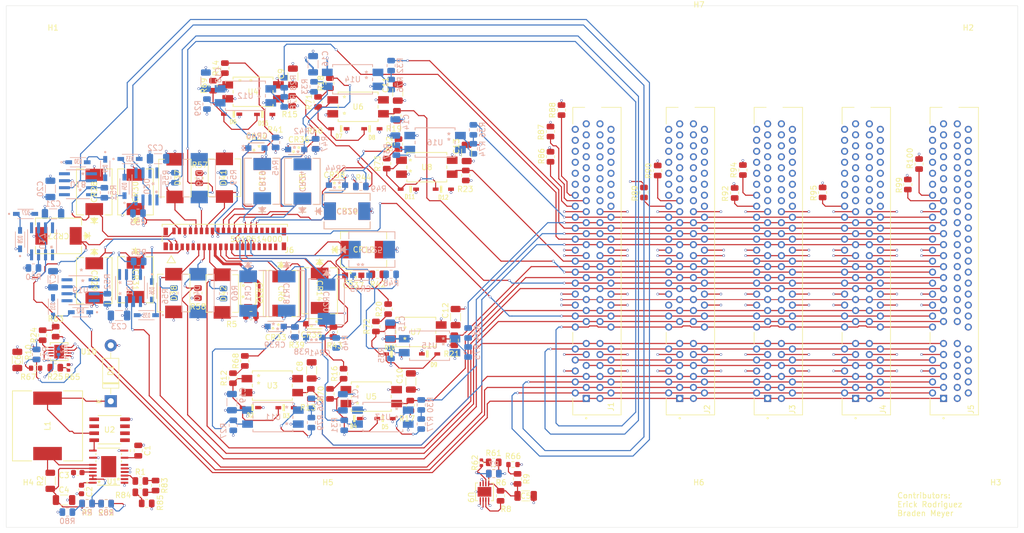
<source format=kicad_pcb>
(kicad_pcb (version 20240108) (generator "pcbnew") (generator_version "8.0")
  (layers (0 "F.Cu" signal) (1 "In1.Cu" signal) (2 "In2.Cu" signal) (31 "B.Cu" signal) (34 "B.Paste" user) (35 "F.Paste" user) (36 "B.SilkS" user "B.Silkscreen") (37 "F.SilkS" user "F.Silkscreen") (38 "B.Mask" user) (39 "F.Mask" user) (44 "Edge.Cuts" user))
  (net 0 "")
  (net 1 "GND")
  (net 2 "Net-(U1-ITH)")
  (net 3 "Net-(D1-K)")
  (net 4 "Net-(U1-SENSE+)")
  (net 5 "BPOW")
  (net 6 "SIN1")
  (net 7 "28V_REF")
  (net 8 "Net-(U1-TRACK{slash}SS)")
  (net 9 "Net-(U1-GATE)")
  (net 11 "Net-(U1-PGUV)")
  (net 12 "Net-(U1-CAP)")
  (net 13 "Net-(U1-FREQ)")
  (net 16 "SIN2")
  (net 22 "Net-(U9-SENSE{slash}ADJ)")
  (net 23 "Net-(U9-PG)")
  (net 25 "Net-(U10-SENSE{slash}ADJ)")
  (net 27 "Net-(U10-PG)")
  (net 28 "Net-(R26-Pad1)")
  (net 29 "Net-(R28-Pad1)")
  (net 30 "Net-(R30-Pad1)")
  (net 31 "Net-(R32-Pad1)")
  (net 32 "Net-(R34-Pad1)")
  (net 33 "Net-(R36-Pad1)")
  (net 34 "DI1")
  (net 35 "DI2")
  (net 36 "DI3")
  (net 37 "DI4")
  (net 38 "DI5")
  (net 39 "DI6")
  (net 40 "DO1")
  (net 41 "Net-(D2-PadA)")
  (net 42 "Net-(D4-PadA)")
  (net 43 "Net-(D15-PadC)")
  (net 44 "Net-(D7-PadA)")
  (net 45 "Net-(D10-PadC)")
  (net 46 "Net-(D11-PadA)")
  (net 49 "DO6")
  (net 57 "DO2")
  (net 58 "DO3")
  (net 59 "DO4")
  (net 60 "DO5")
  (net 61 "3V3")
  (net 68 "DSI1")
  (net 75 "CANHI")
  (net 84 "DSI3")
  (net 86 "Net-(J1-PadA34)")
  (net 88 "DAC_OUT")
  (net 89 "Net-(J1-PadA36)")
  (net 91 "Net-(J1-PadA35)")
  (net 95 "DSI5")
  (net 96 "CANLO")
  (net 100 "TD-IN")
  (net 110 "DSI2")
  (net 120 "DSI6")
  (net 122 "RTD-IN")
  (net 125 "Net-(J2-PadA35)")
  (net 128 "DSI4")
  (net 147 "Net-(J2-PadA34)")
  (net 149 "Net-(J3-PadA34)")
  (net 158 "Net-(J3-PadA36)")
  (net 187 "Net-(J4-PadA34)")
  (net 199 "Net-(J5-PadA36)")
  (net 211 "Net-(J5-PadA35)")
  (net 215 "TD+IN")
  (net 216 "RTD+IN")
  (net 266 "DOFB1")
  (net 267 "DOFB2")
  (net 268 "DOFB3")
  (net 269 "DOFB4")
  (net 270 "DOFB5")
  (net 271 "DOFB6")
  (net 272 "5.5V")
  (net 273 "Net-(U17-+INA)")
  (net 274 "Net-(U18-+INA)")
  (net 275 "Net-(U19-+INA)")
  (net 276 "Net-(U20-+INA)")
  (net 277 "Net-(U21-+INA)")
  (net 278 "Net-(D27-PadC)")
  (net 279 "Net-(D29-PadC)")
  (net 280 "Net-(D31-PadC)")
  (net 281 "Net-(D33-PadC)")
  (net 282 "Net-(D35-PadC)")
  (net 298 "Net-(R1-Pad2)")
  (net 299 "Net-(R3-Pad1)")
  (net 300 "Net-(R4-Pad1)")
  (net 301 "Net-(R6-Pad1)")
  (net 302 "Net-(R66-Pad2)")
  (net 303 "Net-(R11-Pad1)")
  (net 304 "Net-(R12-Pad2)")
  (net 305 "Net-(R14-Pad1)")
  (net 306 "Net-(R16-Pad1)")
  (net 307 "Net-(R18-Pad1)")
  (net 308 "Net-(R20-Pad1)")
  (net 309 "Net-(R22-Pad1)")
  (net 310 "Net-(R24-Pad1)")
  (net 311 "Net-(R25-Pad1)")
  (net 312 "Net-(R61-Pad1)")
  (net 313 "Net-(R63-Pad1)")
  (net 314 "Net-(R74-Pad1)")
  (net 315 "Net-(R75-Pad1)")
  (net 316 "Net-(R76-Pad1)")
  (net 317 "Net-(R77-Pad1)")
  (net 318 "Net-(R78-Pad1)")
  (net 319 "Net-(R79-Pad1)")
  (net 320 "Net-(R81-Pad1)")
  (net 321 "Net-(R83-Pad2)")
  (net 322 "Net-(R84-Pad2)")
  (net 323 "A429_IN-")
  (net 324 "A429_IN+")
  (net 325 "A429_OUT-")
  (footprint "Resistor_SMD:R_0805_2012Metric" (layer "F.Cu") (at 202.000001 68.399999 90)
    (property "Reference" "R41")
    (property "Value" "1K")
  )
  (footprint "Resistor_SMD:R_0805_2012Metric" (layer "F.Cu") (at 209.711335 61.008329 90)
    (property "Reference" "R71")
    (property "Value" "2k")
  )
  (footprint "SDII Lib:ISP817SM_ISO" (layer "F.Cu") (at 217.000001 61.899999)
    (property "Reference" "U6")
    (property "Value" "ISP817CXSM")
  )
  (footprint "Capacitor_SMD:C_1206_3216Metric" (layer "F.Cu") (at 226.597292 111.914347 90)
    (property "Reference" "C10")
    (property "Value" "10u")
  )
  (footprint "Resistor_SMD:R_1206_3216Metric" (layer "F.Cu") (at 161 130 90)
    (property "Reference" "R2")
    (property "Value" "20m")
  )
  (footprint "Resistor_SMD:R_0805_2012Metric" (layer "F.Cu") (at 317 76.05 -90)
    (property "Reference" "R99")
    (property "Value" "1k")
  )
  (footprint "SDII Lib:SMDJ6_0CA" (layer "F.Cu") (at 183.455001 95.812499 90)
    (property "Reference" "D38")
    (property "Value" "SMDJ60CA")
  )
  (footprint "Resistor_SMD:R_0805_2012Metric" (layer "F.Cu") (at 205.500001 102.899999 90)
    (property "Reference" "R39")
    (property "Value" "1K")
  )
  (footprint "Capacitor_SMD:C_1206_3216Metric" (layer "F.Cu") (at 208.542967 109.894992 90)
    (property "Reference" "C8")
    (property "Value" "10u")
  )
  (footprint "SDII Lib:ISP817SM_ISO" (layer "F.Cu") (at 219.389901 114.669999)
    (property "Reference" "U5")
    (property "Value" "ISP817CXSM")
  )
  (footprint "SDII Lib:1N4148WS" (layer "F.Cu") (at 219.500001 65.899999)
    (property "Reference" "D8")
    (property "Value" "1N4148WS")
  )
  (footprint "SDII Lib:1N4148WS" (layer "F.Cu") (at 215.889901 118.669999 180)
    (property "Reference" "D4")
    (property "Value" "1N4148WS")
  )
  (footprint "SDII Lib:SMDJ6_0A" (layer "F.Cu") (at 176.500001 93.399999 -90)
    (property "Reference" "CR31")
    (property "Value" "SMDJ6.0A")
  )
  (footprint "Resistor_SMD:R_0805_2012Metric" (layer "F.Cu") (at 287 73.4125 -90)
    (property "Reference" "R94")
    (property "Value" "1k")
  )
  (footprint "SDII Lib:SMDJ6_0CA" (layer "F.Cu") (at 192.680001 74.812499 -90)
    (property "Reference" "D41")
    (property "Value" "SMDJ60CA")
  )
  (footprint "Resistor_SMD:R_0805_2012Metric" (layer "F.Cu") (at 211.867313 57.597963 90)
    (property "Reference" "R18")
    (property "Value" "3k")
  )
  (footprint "Resistor_SMD:R_0805_2012Metric" (layer "F.Cu") (at 197.500001 99.899999)
    (property "Reference" "R5")
    (property "Value" "10K")
  )
  (footprint "Resistor_SMD:R_0805_2012Metric" (layer "F.Cu") (at 208.398193 114.169999 90)
    (property "Reference" "R13")
    (property "Value" "1k")
  )
  (footprint "Capacitor_SMD:C_0805_2012Metric" (layer "F.Cu") (at 177 124.5 -90)
    (property "Reference" "C1")
    (property "Value" ".47u")
  )
  (footprint "SDII Lib:1N4148WS" (layer "F.Cu") (at 226.141189 76.899999 180)
    (property "Reference" "D11")
    (property "Value" "1N4148WS")
  )
  (footprint "SDII Lib:1N4148WS" (layer "F.Cu") (at 221.889901 118.669999)
    (property "Reference" "D5")
    (property "Value" "1N4148WS")
  )
  (footprint "Resistor_SMD:R_0805_2012Metric" (layer "F.Cu") (at 158.5 106.99 90)
    (property "Reference" "R10")
    (property "Value" "100k")
  )
  (footprint "SDII Lib:ISP817SM_ISO" (layer "F.Cu") (at 227.500001 102.899999)
    (property "Reference" "U7")
    (property "Value" "ISP817CXSM")
  )
  (footprint "Resistor_SMD:R_0805_2012Metric" (layer "F.Cu") (at 220.236831 101.895389 90)
    (property "Reference" "R72")
    (property "Value" "2k")
  )
  (footprint "Resistor_SMD:R_0805_2012Metric" (layer "F.Cu") (at 236.584515 74.399999 90)
    (property "Reference" "R23")
    (property "Value" "1k")
  )
  (footprint "Capacitor_SMD:C_1206_3216Metric" (layer "F.Cu") (at 163.5 133.5)
    (property "Reference" "C4")
    (property "Value" "33u")
  )
  (footprint "SDII Lib:PCI_Express_Card" (layer "F.Cu") (at 324.75 103.35 90)
    (property "Reference" "J5")
    (property "Value" "10018783-10202TLF")
  )
  (footprint "SDII Lib:SMDJ33A" (layer "F.Cu") (at 215.000001 80.899999)
    (property "Reference" "CR16")
    (property "Value" "SMDJ33A")
  )
  (footprint "SDII Lib:PCI_Express_Card" (layer "F.Cu") (at 259.75 103.35 90)
    (property "Reference" "J1")
    (property "Value" "10018783-10202TLF")
  )
  (footprint "Resistor_SMD:R_0805_2012Metric" (layer "F.Cu") (at 246 129.648114 -90)
    (property "Reference" "R9")
    (property "Value" "10")
  )
  (footprint "Resistor_SMD:R_0805_2012Metric" (layer "F.Cu") (at 212.500001 102.899999 90)
    (property "Reference" "R43")
    (property "Value" "1K")
  )
  (footprint "Resistor_SMD:R_0805_2012Metric" (layer "F.Cu") (at 222.457986 98.739011 90)
    (property "Reference" "R20")
    (property "Value" "3k")
  )
  (footprint "Resistor_SMD:R_0805_2012Metric" (layer "F.Cu") (at 319.047203 72.318105 -90)
    (property "Reference" "R100")
    (property "Value" "1k")
  )
  (footprint "SDII Lib:1N4148WS" (layer "F.Cu") (at 232.500001 76.899999)
    (property "Reference" "D12")
    (property "Value" "1N4148WS")
  )
  (footprint "SDII Lib:RBR1MM60ATFTR(new_VR_diode)" (layer "F.Cu") (at 209.000001 101.399999 180)
    (property "Reference" "CR35")
    (property "Value" "RBR1MM60ATFTR")
  )
  (footprint "Capacitor_SMD:C_1206_3216Metric" (layer "F.Cu") (at 224.215188 59.294455 90)
    (property "Reference" "C11")
    (property "Value" "10u")
  )
  (footprint "Capacitor_SMD:C_0603_1608Metric" (layer "F.Cu") (at 166 128.5 180)
    (property "Reference" "C3")
    (property "Value" "3.3n")
  )
  (footprint "Resistor_SMD:R_0805_2012Metric" (layer "F.Cu") (at 254 62.5 -90)
    (property "Reference" "R88")
    (property "Value" "1k")
  )
  (footprint "SDII Lib:SMDJ33A" (layer "F.Cu") (at 203.000001 95.899999 -90)
    (property "Reference" "CR6")
    (property "Value" "SMDJ33A")
  )
  (footprint "SDII Lib:SMDJ6_0CA" (layer "F.Cu") (at 192.275001 95.899999 90)
    (property "Reference" "D42")
    (property "Value" "SMDJ60CA")
  )
  (footprint "SDII Lib:RF201LAM2STR(new_POW_diode)" (layer "F.Cu") (at 197.000001 95.899999 -90)
    (property "Reference" "CR32")
    (property "Value" "RF201LAM2STR")
  )
  (footprint "MountingHole:MountingHole_3.2mm_M3" (layer "F.Cu") (at 157 47.5)
    (property "Reference" "H1")
    (property "Value" "MountingHole")
  )
  (footprint "SDII Lib:PCI_Express_Card" (layer "F.Cu") (at 276.75 103.35 90)
    (property "Reference" "J2")
    (property "Value" "10018783-10202TLF")
  )
  (footprint "Resistor_SMD:R_0805_2012Metric" (layer "F.Cu") (at 226.490068 116.306107 90)
    (property "Reference" "R17")
    (property "Value" "1k")
  )
  (footprint "Resistor_SMD:R_0805_2012Metric" (layer "F.Cu") (at 187.860404 95.814397 90)
    (property "Reference" "R58")
    (property "Value" "10K")
  )
  (footprint "SDII Lib:SMDJ6_0A" (layer "F.Cu") (at 162.500001 85.399999 180)
    (property "Reference" "CR27")
    (property "Value" "SMDJ6.0A")
  )
  (footprint "Resistor_SMD:R_0805_2012Metric" (layer "F.Cu") (at 177.387733 130.034219)
    (property "Reference" "R1")
    (property "Value" "30k")
  )
  (footprint "SDII Lib:PCI_Express_Card" (layer "F.Cu") (at 308.75 103.35 90)
    (property "Reference" "J4")
    (property "Value" "10018783-10202TLF")
  )
  (footprint "Resistor_SMD:R_0805_2012Metric" (layer "F.Cu") (at 220.500001 92.399999)
    (property "Reference" "R42")
    (property "Value" "1K")
  )
  (footprint "Capacitor_SMD:C_0603_1608Metric" (layer "F.Cu") (at 166.679446 131.580561 -90)
    (property "Reference" "C2")
    (property "Value" "0.1u")
  )
  (footprint "MountingHole:MountingHole_3.2mm_M3" (layer "F.Cu") (at 333 134.5)
    (property "Reference" "H3")
    (property "Value" "MountingHole")
  )
  (footprint "SDII Lib:ISP817SM_ISO" (layer "F.Cu") (at 201.389901 112.669999)
    (property "Reference" "U3")
    (property "Value" "ISP817CXSM")
  )
  (footprint "Capacitor_SMD:C_1206_3216Metric" (layer "F.Cu") (at 205.133387 56.420899 90)
    (property "Reference" "C9")
    (property "Value" "10u")
  )
  (footprint "MountingHole:MountingHole_3.2mm_M3" (layer "F.Cu") (at 279 47.5)
    (property "Reference" "H7")
    (property "Value" "MountingHole")
  )
  (footprint "Resistor_SMD:R_0805_2012Metric" (layer "F.Cu") (at 252 71 -90)
    (property "Reference" "R86")
    (property "Value" "1k")
  )
  (footprint "Resistor_SMD:R_0805_2012Metric" (layer "F.Cu") (at 252 66.4125 -90)
    (property "Reference" "R87")
    (property "Value" "1k")
  )
  (footprint "Resistor_SMD:R_0603_1608Metric" (layer "F.Cu") (at 158.325 109.49 180)
    (property "Reference" "R67")
    (property "Value" "2")
  )
  (footprint "SDII Lib:PCI_Express_Card" (layer "F.Cu") (at 292.75 103.35 90)
    (property "Reference" "J3")
    (property "Value" "10018783-10202TLF")
  )
  (footprint "Resistor_SMD:R_0805_2012Metric" (layer "F.Cu") (at 161.969597 102.843645 90)
    (property "Reference" "R63")
    (property "Value" "2.2k")
  )
  (footprint "Resistor_SMD:R_0402_1005Metric" (layer "F.Cu") (at 239.420009 126.709212 90)
    (property "Reference" "R62")
    (property "Value" "200")
  )
  (footprint "SDII Lib:RBR1MM60ATFTR(new_VR_diode)" (layer "F.Cu") (at 213.157704 76.168159)
    (property "Reference" "CR38")
    (property "Value" "RBR1MM60ATFTR")
  )
  (footprint "MountingHole:MountingHole_3.2mm_M3" (layer "F.Cu") (at 157 134.5)
    (property "Reference" "H4")
    (property "Value" "MountingHole")
  )
  (footprint "Resistor_SMD:R_0805_2012Metric" (layer "F.Cu") (at 234.498985 104.399999 90)
    (property "Reference" "R21")
    (property "Value" "1k")
  )
  (footprint "Resistor_SMD:R_0805_2012Metric" (layer "F.Cu") (at 224.348678 68.682844 90)
    (property "Reference" "R22")
    (property "Value" "3k")
  )
  (footprint "SDII Lib:SOIC8_751EB_FAS" (layer "F.Cu") (at 171.784157 120.703145)
    (property "Reference" "U2")
    (property "Value" "FDS4435A")
  )
  (footprint "SDII Lib:BP_Connector" (layer "F.Cu") (at 192.749977 85.95)
    (property "Reference" "J6")
    (property "Value" "5019514000")
  )
  (footprint "Resistor_SMD:R_0805_2012Metric" (layer "F.Cu") (at 211.889901 114.169999 90)
    (property "Reference" "R70")
    (property "Value" "2k")
  )
  (footprint "SDII Lib:1N4148WS" (layer "F.Cu") (at 203.889901 116.687898)
    (property "Reference" "D3")
    (property "Value" "1N4148WS")
  )
  (footprint "Resistor_SMD:R_0805_2012Metric" (layer "F.Cu") (at 241.660478 126.637384)
    (property "Reference" "R61")
    (property "Value" "2.2k")
  )
  (footprint "SDII Lib:1N4148WS" (layer "F.Cu") (at 213.500001 65.899999 180)
    (property "Reference" "D7")
    (property "Value" "1N4148WS")
  )
  (footprint "MountingHole:MountingHole_3.2mm_M3" (layer "F.Cu") (at 278.976187 134.5)
    (property "Reference" "H6")
    (property "Value" "MountingHole")
  )
  (footprint "SDII Lib:1N4148WS" (layer "F.Cu") (at 223.500001 106.899999)
    (property "Reference" "D10")
    (property "Value" "1N4148WS")
  )
  (footprint "Resistor_SMD:R_0805_2012Metric" (layer "F.Cu") (at 224.064449 63.529023 90)
    (property "Reference" "R19")
    (property "Value" "1k")
  )
  (footprint "Resistor_SMD:R_0805_2012Metric" (layer "F.Cu") (at 161.910634 109.40252 180)
    (property "Reference" "R25")
    (property "Value" "4.7k")
  )
  (footprint "Resistor_SMD:R_0805_2012Metric" (layer "F.Cu") (at 269 77.5 -90)
    (property "Reference" "R89")
    (property "Value" "1k")
  )
  (footprint "SDII Lib:ISP817SM_ISO" (layer "F.Cu") (at 197.889901 59.169999)
    (property "Reference" "U4")
    (property "Value" "ISP817CXSM")
  )
  (footprint "Resistor_SMD:R_0603_1608Metric" (layer "F.Cu") (at 245.169833 127.03886 180)
    (property "Reference" "R66")
    (property "Value" "2")
  )
  (footprint "MountingHole:MountingHole_3.2mm_M3" (layer "F.Cu") (at 211.5 134.5)
    (property "Reference" "H5")
    (property "Value" "MountingHole")
  )
  (footprint "Resistor_SMD:R_0805_2012Metric" (layer "F.Cu") (at 209.273998 68.643862 90)
    (property "Reference" "R40")
    (property "Value" "1K")
  )
  (footprint "Resistor_SMD:R_0805_2012Metric" (layer "F.Cu") (at 171.159624 134.143895 180)
    (property "Reference" "R81")
    (property "Value" "200k")
  )
  (footprint "SDII Lib:RBR1MM60ATFTR(new_VR_diode)" (layer "F.Cu") (at 205.738842 69.679018 180)
    (property "Reference" "CR36")
    (property "Value" "RBR1MM60ATFTR")
  )
  (footprint "Capacitor_SMD:C_1206_3216Metric" (layer "F.Cu") (at 236.740386 70.296762 90)
    (property "Reference" "C13")
    (property "Value" "10u")
  )
  (footprint "Capacitor_SMD:C_1206_3216Metric" (layer "F.Cu") (at 155 107.99 90)
    (property "Reference" "C6")
    (property "Value" "22u")
  )
  (footprint "SDII Lib:TSSOP20-EP_4P4X6P5_ADI" (layer "F.Cu") (at 171.62345 127.424998)
    (property "Reference" "U1")
    (property "Value" "LTC3894EFE-PBF")
  )
  (footprint "Capacitor_SMD:C_1206_3216Metric" (layer "F.Cu") (at 234.732791 100.197058 90)
    (property "Reference" "C12")
    (property "Value" "10u")
  )
  (footprint "SDII Lib:SMDJ33A" (layer "F.Cu") (at 206.867193 75.493194 90)
    (property "Reference" "CR8")
    (property "Value" "SMDJ33A")
  )
  (footprint "SDII Lib:SMDJ33A" (layer "F.Cu") (at 199.550415 75.450538 90)
    (property "Reference" "CR10")
    (property "Value" "SMDJ33A")
  )
  (footprint "Capacitor_SMD:C_1206_3216Metric" (layer "F.Cu") (at 247.473932 132.745486 180)
    (property "Reference" "C5")
    (property "Value" "22u")
  )
  (footprint "Resistor_SMD:R_0805_2012Metric" (layer "F.Cu") (at 177.382161 132.095083 180)
    (property "Reference" "R84")
    (property "Value" "2k")
  )
  (footprint "SDII Lib:RBR1MM60ATFTR(new_VR_diode)" (layer "F.Cu") (at 216.108571 92.580801)
    (property "Reference" "CR37")
    (property "Value" "RBR1MM60ATFTR")
  )
  (footprint "Resistor_SMD:R_0805_2012Metric" (layer "F.Cu") (at 159.610467 103.49386 -90)
    (property "Reference" "R24")
    (property "Value" "15k")
  )
  (footprint "SDII Lib:1N4148WS" (layer "F.Cu") (at 193.984042 63.241426 180)
    (property "Reference" "D6")
    (property "Value" "1N4148WS")
  )
  (footprint "Resistor_SMD:R_0805_2012Metric" (layer "F.Cu") (at 190.611385 58.055966 90)
    (property "Reference" "R69")
    (property "Value" "2k")
  )
  (footprint "Resistor_SMD:R_0402_1005Metric" (layer "F.Cu") (at 164.298543 109.358213 -90)
    (property "Reference" "R65")
    (property "Value" "200")
  )
  (footprint "Resistor_SMD:R_0805_2012Metric" (layer "F.Cu") (at 194.231306 111.312559 90)
    (property "Reference" "R12")
    (property "Value" "2k")
  )
  (footprint "MountingHole:MountingHole_3.2mm_M3" (layer "F.Cu") (at 333 47.5)
    (property "Reference" "H2")
    (property "Value" "MountingHole")
  )
  (footprint "SDII Lib:1N4148WS" (layer "F.Cu") (at 200.000001 63.283584)
    (property "Reference" "D15")
    (property "Value" "1N4148WS")
  )
  (footprint "SDII Lib:RBR1MM60ATFTR(new_VR_diode)" (layer "F.Cu") (at 202.000001 101.899999 180)
    (property "Reference" "CR33")
    (property "Value" "RBR1MM60ATFTR")
  )
  (footprint "Resistor_SMD:R_0805_2012Metric" (layer "F.Cu") (at 241.680529 128.679815 180)
    (property "Reference" "R6")
    (property "Value" "15k")
  )
  (footprint "Resistor_SMD:R_0805_2012Metric" (layer "F.Cu") (at 214.353234 110.499183 90)
    (property "Reference" "R16")
    (property "Value" "3k")
  )
  (footprint "Resistor_SMD:R_0805_2012Metric" (layer "F.Cu") (at 188.099616 74.894622 -90)
    (property "Reference" "R57")
    (property "Value" "10K")
  )
  (footprint "SDII Lib:IND_1210-WE-PD_WRE" (layer "F.Cu") (at 160.5 120 90)
    (property "Reference" "L1")
    (property "Value" "22u")
  )
  (footprint "Resistor_SMD:R_0805_2012Metric" (layer "F.Cu") (at 217.500001 76.399999)
    (property "Reference" "R44")
    (property "Value" "1K")
  )
  (footprint "SDII Lib:ISP817SM_ISO" (layer "F.Cu") (at 229.500001 72.899999)
    (property "Reference" "U8")
    (property "Value" "ISP817CXSM")
  )
  (footprint "Resistor_SMD:R_0805_2012Metric" (layer "F.Cu") (at 301.5 77.5 -90)
    (property "Reference" "R95")
    (property "Value" "1k")
  )
  (footprint "SDII Lib:SMDJ33A" (layer "F.Cu") (at 210.000001 95.399999 -90)
    (property "Reference" "CR14")
    (property "Value" "SMDJ33A")
  )
  (footprint "SDII Lib:SMDJ6_0A" (layer "F.Cu") (at 176.500001 77.399999 90)
    (property "Reference" "CR30")
    (property "Value" "SMDJ6.0A")
  )
  (footprint "Resistor_SMD:R_0805_2012Metric" (layer "F.Cu") (at 271.5 73.5 -90)
    (property "Reference" "R90")
    (property "Value" "1k")
  )
  (footprint "Resistor_SMD:R_0805_2012Metric" (layer "F.Cu") (at 205.000001 60.812499 90)
    (property "Reference" "R15")
    (property "Value" "1k")
  )
  (footprint "SDII Lib:1N4148WS" (layer "F.Cu") (at 230.000001 106.899999)
    (property "Reference" "D9")
    (property "Value" "1N4148WS")
  )
  (footprint "Diode_THT:D_DO-41_SOD81_P10.16mm_Horizontal" (layer "F.Cu") (at 172 115.5 90)
    (property "Reference" "D1")
    (property "Value" "1N5818")
  )
  (footprint "Resistor_SMD:R_0805_2012Metric" (layer "F.Cu") (at 178.539966 134.112178)
    (property "Reference" "R85")
    (property "Value" "1.5k")
  )
  (footprint "SDII Lib:SMDJ6_0CA" (layer "F.Cu") (at 183.680001 74.882499 -90)
    (property "Reference" "D37")
    (property "Value" "SMDJ60CA")
  )
  (footprint "SDII Lib:CP_8_5_ADI" (layer "F.Cu") (at 239.984259 132.005362 -90)
    (property "Reference" "U9")
    (property "Value" "ADP7104ACPZ-R7")
  )
  (footprint "SDII Lib:SMDJ6_0A" (layer "F.Cu") (at 169 77.399999 90)
    (property "Reference" "CR28")
    (property "Value" "SMDJ6.0A")
  )
  (footprint "Resistor_SMD:R_0805_2012Metric" (layer "F.Cu") (at 196.389901 108.169999 90)
    (property "Reference" "R68")
    (property "Value" "3k")
  )
  (footprint "Resistor_SMD:R_0805_2012Metric" (layer "F.Cu") (at 222.205458 72.245144 90)
    (property "Reference" "R73")
    (property "Value" "2k")
  )
  (footprint "Resistor_SMD:R_0805_2012Metric" (layer "F.Cu") (at 180.146398 130.861235 -90)
    (property "Reference" "R83")
    (property "Value" "3k")
  )
  (footprint "SDII Lib:1N4148WS" (layer "F.Cu") (at 197.389901 116.669999 180)
    (property "Reference" "D2")
    (property "Value" "1N4148WS")
  )
  (footprint "SDII Lib:SMDJ6_0A" (layer "F.Cu") (at 169.000001 93.524199 -90)
    (property "Reference" "CR29")
    (property "Value" "SMDJ6.0A")
  )
  (footprint "Resistor_SMD:R_0805_2012Metric" (layer "F.Cu") (at 167.700253 134.143118 180)
    (property "Reference" "R3")
    (property "Value" "200k")
  )
  (footprint "Resistor_SMD:R_0805_2012Metric" (layer "F.Cu") (at 242.90596 132.737921 90)
    (property "Reference" "R8")
    (property "Value" "100k")
  )
  (footprint "SDII Lib:RBR1MM60ATFTR(new_VR_diode)" (layer "F.Cu") (at 198.500001 69.399999 180)
    (property "Reference" "CR34")
    (property "Value" "RBR1MM60ATFTR")
  )
  (footprint "SDII Lib:SMDJ33A" (layer "F.Cu") (at 218.000001 87.899999)
    (property "Reference" "CR12")
    (property "Value" "SMDJ33A")
  )
  (footprint "SDII Lib:CP_8_5_ADI" (layer "F.Cu") (at 162.608857 106.477513)
    (property "Reference" "U10")
    (property "Value" "ADP7104ACPZ-R7")
  )
  (footprint "Resistor_SMD:R_0805_2012Metric" (layer "F.Cu") (at 192.761454 54.851942 90)
    (property "Reference" "R14")
    (property "Value" "3k")
  )
  (footprint "Resistor_SMD:R_0805_2012Metric" (layer "F.Cu") (at 285.5 77.5875 -90)
    (property "Reference" "R92")
    (property "Value" "1k")
  )
  (footprint "SDII Lib:ISP817SM_ISO" (layer "B.Cu") (at 196.500001 59.899999 180)
    (property "Reference" "U12")
    (property "Value" "ISP817CXSM")
  )
  (footprint "Resistor_SMD:R_0805_2012Metric" (layer "B.Cu") (at 237.963098 69.542499 90)
    (property "Reference" "R74")
    (property "Value" "2k")
  )
  (footprint "Resistor_SMD:R_0805_2012Metric" (layer "B.Cu") (at 217.500001 76.399999)
    (property "Reference" "R49")
    (property "Value" "1K")
  )
  (footprint "SDII Lib:SMDJ6_0CA" (layer "B.Cu") (at 187.860404 95.814397 90)
    (property "Reference" "D40")
    (property "Value" "SMDJ60CA")
  )
  (footprint "Capacitor_SMD:C_1206_3216Metric" (layer "B.Cu") (at 222.824034 102.666695 90)
    (property "Reference" "C15")
    (property "Value" "10u")
  )
  (footprint "Resistor_SMD:R_0805_2012Metric" (layer "B.Cu") (at 157.935028 91.24466)
    (property "Reference" "R50")
    (property "Value" "100K")
  )
  (footprint "Resistor_SMD:R_0805_2012Metric" (layer "B.Cu") (at 237.009453 106.550044 90)
    (property "Reference" "R75")
    (property "Value" "2k")
  )
  (footprint "SDII Lib:1N5819" (layer "B.Cu") (at 174.500001 76.399999 90)
    (property "Reference" "D34")
    (property "Value" "1N5819HW-7-F")
  )
  (footprint "SDII Lib:OP191" (layer "B.Cu") (at 159.500001 86.399999 90)
    (property "Reference" "U17")
    (property "Value" "OP191GSZ-REEL7")
  )
  (footprint "SDII Lib:1N5819" (layer "B.Cu") (at 170.992247 73.147096 -90)
    (property "Reference" "D29")
    (property "Value" "1N5819HW-7-F")
  )
  (footprint "Resistor_SMD:R_0805_2012Metric" (layer "B.Cu") (at 223.000001 54.399999 90)
    (property "Reference" "R32")
    (property "Value" "3k")
  )
  (footprint "Resistor_SMD:R_0805_2012Metric" (layer "B.Cu") (at 222.975069 106.805759 90)
    (property "Reference" "R35")
    (property "Value" "1k")
  )
  (footprint "SDII Lib:ISP817SM_ISO" (layer "B.Cu") (at 231.000001 68.399999 180)
    (property "Reference" "U16")
    (property "Value" "ISP817CXSM")
  )
  (footprint "Resistor_SMD:R_0805_2012Metric" (layer "B.Cu") (at 205.500001 102.899999 90)
    (property "Reference" "R38")
    (property "Value" "1K")
  )
  (footprint "Resistor_SMD:R_0805_2012Metric" (layer "B.Cu") (at 223.000001 92.399999)
    (property "Reference" "R48")
    (property "Value" "1K")
  )
  (footprint "Resistor_SMD:R_0805_2012Metric" (layer "B.Cu") (at 202.000001 68.399999 -90)
    (property "Reference" "R45")
    (property "Value" "1K")
  )
  (footprint "Resistor_SMD:R_0805_2012Metric" (layer "B.Cu") (at 209.270325 68.646457 90)
    (property "Reference" "R47")
    (property "Value" "1K")
  )
  (footprint "SDII Lib:1N5819" (layer "B.Cu") (at 155.500001 86.079999 90)
    (property "Reference" "D28")
    (property "Value" "1N5819HW-7-F")
  )
  (footprint "Capacitor_SMD:C_1206_3216Metric" (layer "B.Cu") (at 180.610286 71.345528)
    (property "Reference" "C22")
    (property "Value" "10u")
  )
  (footprint "Resistor_SMD:R_0805_2012Metric" (layer "B.Cu") (at 158.5 106.99 90)
    (property "Reference" "R11")
    (property "Value" "10")
  )
  (footprint "SDII Lib:OP191" (layer "B.Cu") (at 175.500001 94.899999 -90)
    (property "Reference" "U21")
    (property "Value" "OP191GSZ-REEL7")
  )
  (footprint "Resistor_SMD:R_0805_2012Metric" (layer "B.Cu") (at 183.680001 74.812499 -90)
    (property "Reference" "R55")
    (property "Value" "10K")
  )
  (footprint "Resistor_SMD:R_0805_2012Metric" (layer "B.Cu") (at 170.837129 77.541975 90)
    (property "Reference" "R51")
    (property "Value" "100K")
  )
  (footprint "SDII Lib:SMDJ33A" (layer "B.Cu") (at 219.500001 87.899999)
    (property "Reference" "CR25")
    (property "Value" "SMDJ33A")
  )
  (footprint "Resistor_SMD:R_0805_2012Metric" (layer "B.Cu") (at 213.000001 104.899999 90)
    (property "Reference" "R46")
    (property "Value" "1K")
  )
  (footprint "SDII Lib:1N5819" (layer "B.Cu") (at 175.500001 71.399999)
    (property "Reference" "D33")
    (property "Value" "1N5819HW-7-F")
  )
  (footprint "SDII Lib:1N5819" (layer "B.Cu") (at 166.036201 71.994999)
    (property "Reference" "D30")
    (property "Value" "1N5819HW-7-F")
  )
  (footprint "SDII Lib:OP191" (layer "B.Cu") (at 166.500001 95.304999 180)
    (property "Reference" "U19")
    (property "Value" "OP191GSZ-REEL7")
  )
  (footprint "Capacitor_SMD:C_1206_3216Metric" (layer "B.Cu") (at 161.500001 93.304999 90)
    (property "Reference" "C7")
    (property "Value" "10u")
  )
  (footprint "Resistor_SMD:R_0805_2012Metric" (layer "B.Cu") (at 228.481375 119.660755 90)
    (property "Reference" "R77")
    (property "Value" "2k")
  )
  (footprint "SDII Lib:SMDJ33A" (layer "B.Cu") (at 199.558728 75.441943 90)
    (property "Reference" "CR19")
    (property "Value" "SMDJ33A")
  )
  (footprint "Resistor_SMD:R_0805_2012Metric" (layer "B.Cu") (at 171.161988 134.152359)
    (property "Reference" "R82")
    (property "Value" "22k")
  )
  (footprint "Capacitor_SMD:C_1206_3216Metric" (layer "B.Cu") (at 208.805649 54.147331 90)
    (property "Reference" "C16")
    (property "Value" "10u")
  )
  (footprint "Resistor_SMD:R_0805_2012Metric" (layer "B.Cu") (at 237.018451 103.079657 90)
    (property "Reference" "R34")
    (property "Value" "3k")
  )
  (footprint "SDII Lib:OP191" (layer "B.Cu") (at 166.036201 75.994999 180)
    (property "Reference" "U18")
    (property "Value" "OP191GSZ-REEL7")
  )
  (footprint "SDII Lib:SMDJ33A" (layer "B.Cu") (at 206.85347 75.491356 90)
    (property "Reference" "CR24")
    (property "Value" "SMDJ33A")
  )
  (footprint "Capacitor_SMD:C_1206_3216Metric" (layer "B.Cu") (at 161.021549 76.842903 -90)
    (property "Reference" "C20")
    (property "Value" "10u")
  )
  (footprint "SDII Lib:1N5819" (layer "B.Cu") (at 161.500001 98.304999 90)
    (property "Reference" "D31")
    (property "Value" "1N5819HW-7-F")
  )
  (footprint "SDII Lib:RBR1MM60ATFTR(new_VR_diode)" (layer "B.Cu") (at 217.557166 92.571494 180)
    (property "Reference" "CR43")
    (property "Value" "RBR1MM60ATFTR")
  )
  (footprint "Resistor_SMD:R_0805_2012Metric" (layer "B.Cu") (at 177.07526 90.063992 180)
    (property "Reference" "R54")
    (property "Value" "100K")
  )
  (footprint "SDII Lib:RBR1MM60ATFTR(new_VR_diode)" (layer "B.Cu") (at 213.161366 76.16955 180)
    (property "Reference" "CR44")
    (property "Value" "RBR1MM60ATFTR")
  )
  (footprint "Resistor_SMD:R_0805_2012Metric" (layer "B.Cu") (at 228.481375 116.181588 90)
    (property "Reference" "R30")
    (property "Value" "3k")
  )
  (footprint "Resistor_SMD:R_0805_2012Metric" (layer "B.Cu") (at 203.557327 57.512995 90)
    (property "Reference" "R28")
    (property "Value" "3k")
  )
  (footprint "SDII Lib:SMDJ85A" (layer "B.Cu") (at 197.000001 95.899999 -90)
    (property "Reference" "CR1")
    (property "Value" "SMDJ85A")
  )
  (footprint "SDII Lib:SMDJ6_0CA" (layer "B.Cu") (at 188.099616 74.894622 -90)
    (property "Reference" "D39")
    (property "Value" "SMDJ60CA")
  )
  (footprint "SDII Lib:SMDJ33A" (layer "B.Cu") (at 215.000001 80.899999)
    (property "Reference" "CR26")
    (property "Value" "SMDJ33A")
  )
  (footprint "SDII Lib:1N5819" (layer "B.Cu") (at 178.478022 99.845527 180)
    (property "Reference" "D35")
    (property "Value" "1N5819HW-7-F")
  )
  (footprint "SDII Lib:ISP817SM_ISO" (layer "B.Cu") (at 221.500001 118.399999 180)
    (property "Reference" "U13")
    (property "Value" "ISP817CXSM")
  )
  (footprint "Resistor_SMD:R_0805_2012Metric" (layer "B.Cu") (at 208.500001 119.399999 90)
    (property "Reference" "R79")
    (property "Value" "2k")
  )
  (footprint "Capacitor_SMD:C_1206_3216Metric" (layer "B.Cu") (at 194.042016 115.673523 90)
    (property "Reference" "C19")
    (property "Value" "10u")
  )
  (footprint "Capacitor_SMD:C_1206_3216Metric" (layer "B.Cu") (at 173.500001 99.899999 180)
    (property "Reference" "C23")
    (property "Value" "10u")
  )
  (footprint "Resistor_SMD:R_0402_1005Metric" (layer "B.Cu") (at 162.5 106.49 90)
    (property "Reference" "R64")
    (property "Value" "200")
  )
  (footprint "SDII Lib:OP191" (layer "B.Cu") (at 178.500001 76.399999 90)
    (property "Reference" "U20")
    (property "Value" "OP191GSZ-REEL7")
  )
  (footprint "Resistor_SMD:R_0805_2012Metric" (layer "B.Cu") (at 208.500001 115.899999 90)
    (property "Reference" "R26")
    (property "Value" "3k")
  )
  (footprint "Resistor_SMD:R_0805_2012Metric" (layer "B.Cu") (at 164.107532 135.696515)
    (property "Reference" "R80")
    (property "Value" "22k")
  )
  (footprint "Resistor_SMD:R_0805_2012Metric" (layer "B.Cu") (at 223.01366 57.847018 90)
    (property "Reference" "R76")
    (property "Value" "2k")
  )
  (footprint "Resistor_SMD:R_0805_2012Metric" (layer "B.Cu") (at 237.967326 66.094626 90)
    (property "Reference" "R36")
    (property "Value" "3k")
  )
  (footprint "Capacitor_SMD:C_1206_3216Metric" (layer "B.Cu") (at 223.768679 65.657901 90)
    (property "Reference" "C14")
    (property "Value" "10u")
  )
  (footprint "Resistor_SMD:R_0805_2012Metric" (layer "B.Cu") (at 203.557327 61.003682 90)
    (property "Reference" "R78")
    (property "Value" "2k")
  )
  (footprint "SDII Lib:1N5819" (layer "B.Cu") (at 156.500001 81.399999)
    (property "Reference" "D27")
    (property "Value" "1N5819HW-7-F")
  )
  (footprint "Resistor_SMD:R_0805_2012Metric" (layer "B.Cu") (at 241.690872 128.694182 180)
    (property "Reference" "R7")
    (property "Value" "10k")
  )
  (footprint "Resistor_SMD:R_0805_2012Metric" (layer "B.Cu") (at 194.284402 119.899999 90)
    (property "Reference" "R27")
    (property "Value" "1k")
  )
  (footprint "SDII Lib:RBR1MM60ATFTR(new_VR_diode)" (layer "B.Cu") (at 209.000001 103.899999 180)
    (property "Reference" "CR41")
    (property "Value" "RBR1MM60ATFTR")
  )
  (footprint "SDII Lib:ISP817SM_ISO" (layer "B.Cu") (at 230.000001 105.399999 180)
    (property "Reference" "U15")
    (property "Value" "ISP817CXSM")
  )
  (footprint "Capacitor_SMD:C_1206_3216Metric" (layer "B.Cu") (at 161.500001 81.399999)
    (property "Reference" "C21")
    (property "Value" "10u")
  )
  (footprint "Resistor_SMD:R_0805_2012Metric" (layer "B.Cu") (at 171.367739 96.851636 90)
    (property "Reference" "R52")
    (property "Value" "100K")
  )
  (footprint "SDII Lib:SMDJ33A" (layer "B.Cu") (at 211.25419 97.393328 -90)
    (property "Reference" "CR20")
    (property "Value" "SMDJ33A")
  )
  (footprint "Resistor_SMD:R_0805_2012Metric" (layer "B.Cu") (at 208.981514 58.254579 90)
    (property "Reference" "R33")
    (property "Value" "1k")
  )
  (footprint "SDII Lib:RBR1MM60ATFTR(new_VR_diode)" (layer "B.Cu") (at 202.000001 101.899999 180)
    (property "Reference" "CR39")
    (property "Value" "RBR1MM60ATFTR")
  )
  (footprint "Resistor_SMD:R_0805_2012Metric" (layer "B.Cu") (at 214.474753 119.88167 90)
    (property "Reference" "R31")
    (property "Value" "1k")
  )
  (footprint "SDII Lib:SMDJ33A" (layer "B.Cu") (at 204.000001 95.899999 -90)
    (property "Reference" "CR18")
    (property "Value" "SMDJ33A")
  )
  (footprint "Capacitor_SMD:C_1206_3216Metric" (layer "B.Cu") (at 189.304085 57.133534 90)
    (property "Reference" "C18")
    (property "Value" "10u")
  )
  (footprint "SDII Lib:RBR1MM60ATFTR(new_VR_diode)" (layer "B.Cu") (at 205.733782 69.662111 180)
    (property "Reference" "CR42")
    (property "Value" "RBR1MM60ATFTR")
  )
  (footprint "Resistor_SMD:R_0805_2012Metric" (layer "B.Cu") (at 183.500001 95.812499 90)
    (property "Reference" "R56")
    (property "Value" "10K")
  )
  (footprint "Resistor_SMD:R_0805_2012Metric" (layer "B.Cu") (at 192.500001 95.899999 90)
    (property "Reference" "R60")
    (property "Value" "10K")
  )
  (footprint "Resistor_SMD:R_0805_2012Metric" (layer "B.Cu") (at 167.687416 134.130563)
    (property "Reference" "R4")
    (property "Value" "30k")
  )
  (footprint "SDII Lib:1N5819" (layer "B.Cu") (at 179.500001 95.399999 -90)
    (property "Reference" "D36")
    (property "Value" "1N5819HW-7-F")
  )
  (footprint "SDII Lib:ISP817SM_ISO" (layer "B.Cu") (at 216.000001 56.899999 180)
    (property "Reference" "U14")
    (property "Value" "ISP817CXSM")
  )
  (footprint "Resistor_SMD:R_0805_2012Metric" (layer "B.Cu") (at 192.500001 74.812499 -90)
    (property "Reference" "R59")
    (property "Value" "10K")
  )
  (footprint "Resistor_SMD:R_0805_2012Metric" (layer "B.Cu") (at 223.949686 69.790574 90)
    (property "Reference" "R37")
    (property "Value" "1k")
  )
  (footprint "SDII Lib:1N5819" (layer "B.Cu") (at 166.500001 99.304999 180)
    (property "Reference" "D32")
    (property "Value" "1N5819HW-7-F")
  )
  (footprint "Resistor_SMD:R_0805_2012Metric" (layer "B.Cu") (at 189.500001 61.399999 90)
    (property "Reference" "R29")
    (property "Value" "1k")
  )
  (footprint "SDII Lib:ISP817SM_ISO" (layer "B.Cu") (at 201.500001 118.399999 180)
    (property "Reference" "U11")
    (property "Value" "ISP817CXSM")
  )
  (footprint "Capacitor_SMD:C_1206_3216Metric" (layer "B.Cu") (at 214.221304 115.702145 90)
    (property "Reference" "C17")
    (property "Value" "10u")
  )
  (footprint "Resistor_SMD:R_0805_2012Metric" (layer "B.Cu") (at 176.952856 81.263277)
    (property "Reference" "R53")
    (property "Value" "100K")
  )
  (footprint "SDII Lib:RBR1MM60ATFTR(new_VR_diode)" (layer "B.Cu") (at 198.500001 69.399999)
    (property "Reference" "CR40")
    (property "Value" "RBR1MM60ATFTR")
  )
  (gr_rect (start 153 43.5) (end 337 138.5) (stroke (width 0.05)) (fill none) (layer "Edge.Cuts"))
  (gr_text "Contributors:\nErick Rodriguez\nBraden Meyer" (at 315 136.5 0) (layer "F.SilkS") (effects (font (size 1 1)) (justify left bottom)))
  (segment (start 205.289901 116.041527) (end 205.289901 116.687898) (width 0.2) (layer "F.Cu") (net 1))
  (segment (start 289.5 110) (end 287.5 110) (width 0.2) (layer "F.Cu") (net 1))
  (segment (start 305.5 98) (end 303.5 98) (width 0.2) (layer "F.Cu") (net 1))
  (segment (start 280 110) (end 283 110) (width 0.2) (layer "F.Cu") (net 1))
  (segment (start 212.5 103.812498) (end 212.500001 103.812499) (width 0.2) (layer "F.Cu") (net 1))
  (segment (start 159.15 110.240002) (end 159.15 109.49) (width 0.15) (layer "F.Cu") (net 1))
  (segment (start 221.5 104.169999) (end 222.889901 104.169999) (width 0.2) (layer "F.Cu") (net 1))
  (segment (start 246.75 127.03886) (end 245.994833 127.03886) (width 0.2) (layer "F.Cu") (net 1))
  (segment (start 224.941523 64.441523) (end 224.064449 64.441523) (width 0.2) (layer "F.Cu") (net 1))
  (segment (start 273 110) (end 271.5 110) (width 0.2) (layer "F.Cu") (net 1))
  (segment (start 275 107) (end 271.5 107) (width 0.2) (layer "F.Cu") (net 1))
  (segment (start 251.844348 69.344348) (end 252 69.5) (width 0.2) (layer "F.Cu") (net 1))
  (segment (start 173.5 105.34) (end 172 105.34) (width 0.2) (layer "F.Cu") (net 1))
  (segment (start 263 88) (end 266 88) (width 0.2) (layer "F.Cu") (net 1))
  (segment (start 186.5 84.5) (end 186.5 83.5) (width 0.2) (layer "F.Cu") (net 1))
  (segment (start 251.999999 64.726825) (end 252 64.726826) (width 0.2) (layer "F.Cu") (net 1))
  (segment (start 199.548697 70.950837) (end 199.550415 70.952555) (width 0.2) (layer "F.Cu") (net 1))
  (segment (start 263 98) (end 266 98) (width 0.2) (layer "F.Cu") (net 1))
  (segment (start 273.5 96) (end 271.5 96) (width 0.2) (layer "F.Cu") (net 1))
  (segment (start 321.5 98) (end 319.5 98) (width 0.2) (layer "F.Cu") (net 1))
  (segment (start 261 107) (end 266 107) (width 0.2) (layer "F.Cu") (net 1))
  (segment (start 238.446386 132.005362) (end 239.984259 132.005362) (width 0.2) (layer "F.Cu") (net 1))
  (segment (start 285.366002 75.866002) (end 285.5 76) (width 0.2) (layer "F.Cu") (net 1))
  (segment (start 273.5 110) (end 273 110) (width 0.2) (layer "F.Cu") (net 1))
  (segment (start 234.732791 98.722058) (end 236.277942 98.722058) (width 0.2) (layer "F.Cu") (net 1))
  (segment (start 237.563328 75.314826) (end 237.561001 75.312499) (width 0.2) (layer "F.Cu") (net 1))
  (segment (start 233.410551 105.306679) (end 234.493165 105.306679) (width 0.2) (layer "F.Cu") (net 1))
  (segment (start 216 115.939999) (end 214.779801 115.939999) (width 0.2) (layer "F.Cu") (net 1))
  (segment (start 256.5 98) (end 256 98) (width 0.2) (layer "F.Cu") (net 1))
  (segment (start 294 107) (end 299 107) (width 0.2) (layer "F.Cu") (net 1))
  (segment (start 225.5 57.819455) (end 224.215188 57.819455) (width 0.2) (layer "F.Cu") (net 1))
  (segment (start 323.5 81) (end 319.5 81) (width 0.2) (layer "F.Cu") (net 1))
  (segment (start 161.19937 106.74) (end 161.211857 106.727513) (width 0.2) (layer "F.Cu") (net 1))
  (segment (start 204.265642 68.75) (end 204.265642 69.679018) (width 0.2) (layer "F.Cu") (net 1))
  (segment (start 307.5 89) (end 303.5 89) (width 0.2) (layer "F.Cu") (net 1))
  (segment (start 294 81) (end 299 81) (width 0.2) (layer "F.Cu") (net 1))
  (segment (start 192.680001 69.977324) (end 192.680001 71.382499) (width 0.2) (layer "F.Cu") (net 1))
  (segment (start 164.885396 108.848213) (end 164.298543 108.848213) (width 0.2) (layer "F.Cu") (net 1))
  (segment (start 210.25 69.556362) (end 209.273998 69.556362) (width 0.2) (layer "F.Cu") (net 1))
  (segment (start 280 98) (end 283 98) (width 0.2) (layer "F.Cu") (net 1))
  (segment (start 165.855561 132.355561) (end 166.679446 132.355561) (width 0.2) (layer "F.Cu") (net 1))
  (segment (start 192.275001 100.724999) (end 192.275001 99.329999) (width 0.2) (layer "F.Cu") (net 1))
  (segment (start 258.5 107) (end 258 107) (width 0.2) (layer "F.Cu") (net 1))
  (segment (start 285.5 76) (end 285.5 76.675) (width 0.2) (layer "F.Cu") (net 1))
  (segment (start 273.5 88) (end 273 88) (width 0.2) (layer "F.Cu") (net 1))
  (segment (start 165.225 129.25) (end 165.225 128.5) (width 0.2) (layer "F.Cu") (net 1))
  (segment (start 239.5 135) (end 239.734259 134.765741) (width 0.2) (layer "F.Cu") (net 1))
  (segment (start 323.5 107) (end 319.5 107) (width 0.2) (layer "F.Cu") (net 1))
  (segment (start 252 64.726826) (end 252 65.5) (width 0.2) (layer "F.Cu") (net 1))
  (segment (start 216.587501 76.399999) (end 216.587501 75.587501) (width 0.2) (layer "F.Cu") (net 1))
  (segment (start 207.526801 102.417089) (end 207.526801 101.399999) (width 0.2) (layer "F.Cu") (net 1))
  (segment (start 321.5 110) (end 319.5 110) (width 0.2) (layer "F.Cu") (net 1))
  (segment (start 220.900001 66.5) (end 220.900001 65.899999) (width 0.15) (layer "F.Cu") (net 1))
  (segment (start 160.4966 106.913001) (end 160.669601 106.74) (width 0.2) (layer "F.Cu") (net 1))
  (segment (start 296 110) (end 299 110) (width 0.2) (layer "F.Cu") (net 1))
  (segment (start 280 96) (end 283 96) (width 0.2) (layer "F.Cu") (net 1))
  (segment (start 261 81) (end 261.5 81) (width 0.2) (layer "F.Cu") (net 1))
  (segment (start 278 81) (end 283 81) (width 0.2) (layer "F.Cu") (net 1))
  (segment (start 278 107) (end 283 107) (width 0.2) (layer "F.Cu") (net 1))
  (segment (start 211.125 63.375) (end 211.330001 63.169999) (width 0.2) (layer "F.Cu") (net 1))
  (segment (start 319.047203 70.5) (end 319.047203 71.405605) (width 0.2) (layer "F.Cu") (net 1))
  (segment (start 224.125 87.625) (end 223.850001 87.899999) (width 0.2) (layer "F.Cu") (net 1))
  (segment (start 190.5 85.5) (end 190.5 84.5) (width 0.2) (layer "F.Cu") (net 1))
  (segment (start 291.5 89) (end 294 89) (width 0.2) (layer "F.Cu") (net 1))
  (segment (start 289.5 98) (end 289 98) (width 0.2) (layer "F.Cu") (net 1))
  (segment (start 291.5 81) (end 287.5 81) (width 0.2) (layer "F.Cu") (net 1))
  (segment (start 236.277942 98.722058) (end 236.5 98.5) (width 0.2) (layer "F.Cu") (net 1))
  (segment (start 227.75 110.439347) (end 226.597292 110.439347) (width 0.2) (layer "F.Cu") (net 1))
  (segment (start 195 87.399999) (end 195 86.5) (width 0.2) (layer "F.Cu") (net 1))
  (segment (start 312 110) (end 315 110) (width 0.2) (layer "F.Cu") (net 1))
  (segment (start 233.900001 77.5) (end 233.900001 76.899999) (width 0.2) (layer "F.Cu") (net 1))
  (segment (start 256 98) (end 254 98) (width 0.2) (layer "F.Cu") (net 1))
  (segment (start 258 107) (end 254.5 107) (width 0.2) (layer "F.Cu") (net 1))
  (segment (start 258.5 89) (end 254.5 89) (width 0.2) (layer "F.Cu") (net 1))
  (segment (start 252 69.5) (end 252 70.0875) (width 0.2) (layer "F.Cu") (net 1))
  (segment (start 204.687501 103.812499) (end 205.500001 103.812499) (width 0.15) (layer "F.Cu") (net 1))
  (segment (start 192.680494 69.976831) (end 192.680001 69.977324) (width 0.2) (layer "F.Cu") (net 1))
  (segment (start 205.293462 116.037966) (end 205.289901 116.041527) (width 0.2) (layer "F.Cu") (net 1))
  (segment (start 321 88) (end 319.5 88) (width 0.2) (layer "F.Cu") (net 1))
  (segment (start 219.587501 93.5) (end 219.587501 92.399999) (width 0.2) (layer "F.Cu") (net 1))
  (segment (start 155 110.303799) (end 155 109.465) (width 0.2) (layer "F.Cu") (net 1))
  (segment (start 296 96) (end 299 96) (width 0.2) (layer "F.Cu") (net 1))
  (segment (start 189.185678 73.982122) (end 188.099616 73.982122) (width 0.2) (layer "F.Cu") (net 1))
  (segment (start 312 96) (end 315 96) (width 0.2) (layer "F.Cu") (net 1))
  (segment (start 206 61.724999) (end 205.000001 61.724999) (width 0.2) (layer "F.Cu") (net 1))
  (segment (start 254 60.75) (end 254 61.5875) (width 0.2) (layer "F.Cu") (net 1))
  (segment (start 187 87.399999) (end 187 86.5) (width 0.2) (layer "F.Cu") (net 1))
  (segment (start 237.561001 75.312499) (end 236.584515 75.312499) (width 0.2) (layer "F.Cu") (net 1))
  (segment (start 234.493165 105.306679) (end 234.498985 105.312499) (width 0.2) (layer "F.Cu") (net 1))
  (segment (start 216.587501 75.587501) (end 216 75) (width 0.2) (layer "F.Cu") (net 1))
  (segment (start 291.5 107) (end 287.5 107) (width 0.2) (layer "F.Cu") (net 1))
  (segment (start 194.603211 60.439999) (end 193.279801 60.439999) (width 0.2) (layer "F.Cu") (net 1))
  (segment (start 165.063294 106.773835) (end 165.016972 106.727513) (width 0.2) (layer "F.Cu") (net 1))
  (segment (start 211.330001 63.169999) (end 212.389901 63.169999) (width 0.2) (layer "F.Cu") (net 1))
  (segment (start 263 110) (end 266 110) (width 0.2) (layer "F.Cu") (net 1))
  (segment (start 212.5 103) (end 212.5 103.812498) (width 0.2) (layer "F.Cu") (net 1))
  (segment (start 303.5 81) (end 307.5 81) (width 0.2) (layer "F.Cu") (net 1))
  (segment (start 179.452466 135.120873) (end 179.452466 134.112178) (width 0.2) (layer "F.Cu") (net 1))
  (segment (start 226.169999 74.169999) (end 224.889901 74.169999) (width 0.2) (layer "F.Cu") (net 1))
  (segment (start 199.550415 70.952555) (end 199.550415 72.326338) (width 0.2) (layer "F.Cu") (net 1))
  (segment (start 195 86.5) (end 194.5 86) (width 0.2) (layer "F.Cu") (net 1))
  (segment (start 158.025115 85.474886) (end 158.100002 85.399999) (width 0.2) (layer "F.Cu") (net 1))
  (segment (start 191.5 85.506052) (end 191.5 84.5) (width 0.2) (layer "F.Cu") (net 1))
  (segment (start 201.400001 64) (end 201.400001 63.283584) (width 0.2) (layer "F.Cu") (net 1))
  (segment (start 223.850001 87.899999) (end 221.124201 87.899999) (width 0.2) (layer "F.Cu") (net 1))
  (segment (start 169.000001 97.749999) (end 169.000001 96.648399) (width 0.2) (layer "F.Cu") (net 1))
  (segment (start 197.000001 98.173299) (end 197.000001 99.487499) (width 0.2) (layer "F.Cu") (net 1))
  (segment (start 208.573242 115.082499) (end 208.398193 115.082499) (width 0.2) (layer "F.Cu") (net 1))
  (segment (start 208.129003 71) (end 207.806193 71.32281) (width 0.1) (layer "F.Cu") (net 1))
  (segment (start 321 96) (end 319.5 96) (width 0.2) (layer "F.Cu") (net 1))
  (segment (start 165.016972 106.727513) (end 164.005857 106.727513) (width 0.2) (layer "F.Cu") (net 1))
  (segment (start 289.5 88) (end 287.5 88) (width 0.2) (layer "F.Cu") (net 1))
  (segment (start 294 89) (end 299 89) (width 0.2) (layer "F.Cu") (net 1))
  (segment (start 296 98) (end 299 98) (width 0.2) (layer "F.Cu") (net 1))
  (segment (start 160.669601 106.74) (end 161.19937 106.74) (width 0.2) (layer "F.Cu") (net 1))
  (segment (start 199.678667 101.899999) (end 200.526801 101.899999) (width 0.2) (layer "F.Cu") (net 1))
  (segment (start 219.399999 80.899999) (end 218.124201 80.899999) (width 0.2) (layer "F.Cu") (net 1))
  (segment (start 178.25 97.75) (end 177.024199 96.524199) (width 0.2) (layer "F.Cu") (net 1))
  (segment (start 197.021688 69.394886) (end 197.026801 69.399999) (width 0.2) (layer "F.Cu") (net 1))
  (segment (start 296 88) (end 299 88) (width 0.2) (layer "F.Cu") (net 1))
  (segment (start 186 87.399999) (end 186 88.5) (width 0.2) (layer "F.Cu") (net 1))
  (segment (start 307.5 107) (end 303.5 107) (width 0.2) (layer "F.Cu") (net 1))
  (segment (start 226.5 117.228539) (end 226.490068 117.218607) (width 0.2) (layer "F.Cu") (net 1))
  (segment (start 162.608857 106.477513) (end 162.858857 106.727513) (width 0.2) (layer "F.Cu") (net 1))
  (segment (start 225.125 64.625) (end 224.941523 64.441523) (width 0.2) (layer "F.Cu") (net 1))
  (segment (start 321.5 96) (end 321 96) (width 0.2) (layer "F.Cu") (net 1))
  (segment (start 310 107) (end 310.5 107) (width 0.2) (layer "F.Cu") (net 1))
  (segment (start 316.875 74.375) (end 317 74.5) (width 0.2) (layer "F.Cu") (net 1))
  (segment (start 219.625 81.125) (end 219.399999 80.899999) (width 0.2) (layer "F.Cu") (net 1))
  (segment (start 197.000001 99.487499) (end 196.587501 99.899999) (width 0.2) (layer "F.Cu") (net 1))
  (segment (start 275.5 107) (end 275 107) (width 0.2) (layer "F.Cu") (net 1))
  (segment (start 291.5 89) (end 287.5 89) (width 0.2) (layer "F.Cu") (net 1))
  (segment (start 208.542967 109.322474) (end 208.542967 108.419992) (width 0.2) (layer "F.Cu") (net 1))
  (segment (start 256.5 96) (end 256 96) (width 0.2) (layer "F.Cu") (net 1))
  (segment (start 248.948932 134) (end 248.948932 132.745486) (width 0.2) (layer "F.Cu") (net 1))
  (segment (start 312 88) (end 315 88) (width 0.2) (layer "F.Cu") (net 1))
  (segment (start 275.5 89) (end 271.5 89) (width 0.2) (layer "F.Cu") (net 1))
  (segment (start 278 89) (end 283.5 89) (width 0.2) (layer "F.Cu") (net 1))
  (segment (start 175.5 127.749999) (end 174.5 127.749999) (width 0.2) (layer "F.Cu") (net 1))
  (segment (start 310 81) (end 315 81) (width 0.2) (layer "F.Cu") (net 1))
  (segment (start 204.521326 103.820019) (end 204.679981 103.820019) (width 0.15) (layer "F.Cu") (net 1))
  (segment (start 162.858857 106.727513) (end 164.005857 106.727513) (width 0.2) (layer "F.Cu") (net 1))
  (segment (start 271.5 71.75) (end 271.5 72.5875) (width 0.2) (layer "F.Cu") (net 1))
  (segment (start 305.5 88) (end 303.5 88) (width 0.2) (layer "F.Cu") (net 1))
  (segment (start 185.5 85.5) (end 185.5 84.5) (width 0.2) (layer "F.Cu") (net 1))
  (segment (start 202.000001 70.231714) (end 202.000001 69.312499) (width 0.15) (layer "F.Cu") (net 1))
  (segment (start 183.680001 70) (end 183.680001 71.452499) (width 0.2) (layer "F.Cu") (net 1))
  (segment (start 158.100002 85.399999) (end 159.375801 85.399999) (width 0.2) (layer "F.Cu") (net 1))
  (segment (start 198 113.939999) (end 196.779801 113.939999) (width 0.2) (layer "F.Cu") (net 1))
  (segment (start 164.975 133.5) (end 164.129022 133.5) (width 0.2) (layer "F.Cu") (net 1))
  (segment (start 196.04994 69.394886) (end 197.021688 69.394886) (width 0.2) (layer "F.Cu") (net 1))
  (segment (start 261.5 89) (end 266 89) (width 0.2) (layer "F.Cu") (net 1))
  (segment (start 256 88) (end 254.5 88) (width 0.2) (layer "F.Cu") (net 1))
  (segment (start 312 98) (end 312.5 98) (width 0.2) (layer "F.Cu") (net 1))
  (segment (start 207.806193 71.429994) (end 206.867193 72.368994) (width 0.1) (layer "F.Cu") (net 1))
  (segment (start 214.53989 99.488199) (end 210.964001 99.488199) (width 0.15) (layer "F.Cu") (net 1))
  (segment (start 317 74.5) (end 317 75.1375) (width 0.2) (layer "F.Cu") (net 1))
  (segment (start 312.5 98) (end 315 98) (width 0.2) (layer "F.Cu") (net 1))
  (segment (start 203.5 100.5) (end 203.000001 100.000001) (width 0.2) (layer "F.Cu") (net 1))
  (segment (start 256.5 88) (end 256 88) (width 0.2) (layer "F.Cu") (net 1))
  (segment (start 268.5 75.5) (end 269 76) (width 0.2) (layer "F.Cu") (net 1))
  (segment (start 263 96) (end 266 96) (width 0.2) (layer "F.Cu") (net 1))
  (segment (start 273 88) (end 271.5 88) (width 0.2) (layer "F.Cu") (net 1))
  (segment (start 239.734259 130.001962) (end 239.734259 130.608362) (width 0.2) (layer "F.Cu") (net 1))
  (segment (start 323.5 89) (end 319.5 89) (width 0.2) (layer "F.Cu") (net 1))
  (segment (start 301.5 75.75) (end 301.5 76.5875) (width 0.2) (layer "F.Cu") (net 1))
  (segment (start 275.5 81) (end 271.5 81) (width 0.2) (layer "F.Cu") (net 1))
  (segment (start 169.000001 72.75) (end 169.000001 74.275799) (width 0.2) (layer "F.Cu") (net 1))
  (segment (start 168.5 98.25) (end 169.000001 97.749999) (width 0.2) (layer "F.Cu") (net 1))
  (segment (start 289.5 96) (end 287.5 96) (width 0.2) (layer "F.Cu") (net 1))
  (segment (start 289 98) (end 287.5 98) (width 0.2) (layer "F.Cu") (net 1))
  (segment (start 205.133387 54) (end 205.133387 54.945899) (width 0.15) (layer "F.Cu") (net 1))
  (segment (start 207.806193 71.32281) (end 207.806193 71.429994) (width 0.1) (layer "F.Cu") (net 1))
  (segment (start 210.964001 99.488199) (end 210.000001 98.524199) (width 0.15) (layer "F.Cu") (net 1))
  (segment (start 269 76) (end 269 76.5875) (width 0.2) (layer "F.Cu") (net 1))
  (segment (start 287 71.676564) (end 287 72.5) (width 0.2) (layer "F.Cu") (net 1))
  (segment (start 175.875 72.625) (end 176.500001 73.250001) (width 0.2) (layer "F.Cu") (net 1))
  (segment (start 239.491148 129.758852) (end 239.734259 130.001962) (width 0.2) (layer "F.Cu") (net 1))
  (segment (start 223.289901 119.25) (end 223.289901 118.669999) (width 0.2) (layer "F.Cu") (net 1))
  (segment (start 256.5 110) (end 254.5 110) (width 0.2) (layer "F.Cu") (net 1))
  (segment (start 177.024199 96.524199) (end 176.500001 96.524199) (width 0.2) (layer "F.Cu") (net 1))
  (segment (start 280 88) (end 280.5 88) (width 0.2) (layer "F.Cu") (net 1))
  (segment (start 305 110) (end 303.5 110) (width 0.2) (layer "F.Cu") (net 1))
  (segment (start 305 96) (end 303.5 96) (width 0.2) (layer "F.Cu") (net 1))
  (segment (start 196.587501 100.912499) (end 196.587501 99.899999) (width 0.2) (layer "F.Cu") (net 1))
  (segment (start 183.455001 100.75) (end 183.455001 99.242499) (width 0.15) (layer "F.Cu") (net 1))
  (segment (start 305.5 96) (end 305 96) (width 0.2) (layer "F.Cu") (net 1))
  (segment (start 209.313561 115.822818) (end 208.573242 115.082499) (width 0.2) (layer "F.Cu") (net 1))
  (segment (start 214.630904 74.869096) (end 215 74.5) (width 0.2) (layer "F.Cu") (net 1))
  (segment (start 321.5 88) (end 321 88) (width 0.2) (layer "F.Cu") (net 1))
  (segment (start 258.5 81) (end 254.5 81) (width 0.2) (layer "F.Cu") (net 1))
  (segment (start 305.5 110) (end 305 110) (width 0.2) (layer "F.Cu") (net 1))
  (segment (start 266.5 75.5) (end 268.5 75.5) (width 0.2) (layer "F.Cu") (net 1))
  (segment (start 239.25 68.821762) (end 236.740386 68.821762) (width 0.2) (layer "F.Cu") (net 1))
  (segment (start 176.500001 73.250001) (end 176.500001 74.275799) (width 0.2) (layer "F.Cu") (net 1))
  (segment (start 199 87.399999) (end 199 86.5) (width 0.2) (layer "F.Cu") (net 1))
  (segment (start 204.679981 103.820019) (end 204.687501 103.812499) (width 0.15) (layer "F.Cu") (net 1))
  (segment (start 160.392078 106.913001) (end 160.4966 106.913001) (width 0.2) (layer "F.Cu") (net 1))
  (segment (start 261 89) (end 261.5 89) (width 0.2) (layer "F.Cu") (net 1))
  (segment (start 195.5 84.5) (end 195.5 85) (width 0.2) (layer "F.Cu") (net 1))
  (segment (start 186.75 96.726897) (end 187.860404 96.726897) (width 0.15) (layer "F.Cu") (net 1))
  (segment (start 207.541776 102.432064) (end 207.526801 102.417089) (width 0.2) (layer "F.Cu") (net 1))
  (segment (start 174.5 130.840634) (end 174.5 130.349998) (width 0.2) (layer "F.Cu") (net 1))
  (segment (start 310.5 107) (end 315 107) (width 0.2) (layer "F.Cu") (net 1))
  (segment (start 256 96) (end 254 96) (width 0.2) (layer "F.Cu") (net 1))
  (segment (start 310 89) (end 315 89) (width 0.2) (layer "F.Cu") (net 1))
  (segment (start 224.900001 107.75) (end 224.900001 106.899999) (width 0.2) (layer "F.Cu") (net 1))
  (segment (start 217.581771 93.545794) (end 217.581771 92.580801) (width 0.2) (layer "F.Cu") (net 1))
  (segment (start 195.5 85) (end 194.5 86) (width 0.2) (layer "F.Cu") (net 1))
  (segment (start 239.734259 134.765741) (end 239.734259 133.402362) (width 0.2) (layer "F.Cu") (net 1))
  (segment (start 280.5 88) (end 283.5 88) (width 0.2) (layer "F.Cu") (net 1))
  (segment (start 261.5 81) (end 266 81) (width 0.2) (layer "F.Cu") (net 1))
  (segment (start 175.5 128.4) (end 174.5 128.4) (width 0.2) (layer "F.Cu") (net 1))
  (segment (start 214.630904 76.168159) (end 214.630904 74.869096) (width 0.2) (layer "F.Cu") (net 1))
  (segment (start 203.000001 100.000001) (end 203.000001 99.024199) (width 0.2) (layer "F.Cu") (net 1))
  (segment (start 226.5 118.25) (end 226.5 117.228539) (width 0.2) (layer "F.Cu") (net 1))
  (via (at 179.452466 135.120873) (size 0.45) (drill 0.3) (layers "F.Cu" "B.Cu") (net 1))
  (via (at 216.083966 93.583966) (size 0.45) (drill 0.3) (layers "F.Cu" "B.Cu") (net 1))
  (via (at 243.694182 128.694182) (size 0.45) (drill 0.3) (layers "F.Cu" "B.Cu") (net 1))
  (via (at 287.5 98) (size 0.45) (drill 0.3) (layers "F.Cu" "B.Cu") (net 1))
  (via (at 299 88) (size 0.45) (drill 0.3) (layers "F.Cu" "B.Cu") (net 1))
  (via (at 183.680001 70) (size 0.45) (drill 0.3) (layers "F.Cu" "B.Cu") (net 1))
  (via (at 157.25 81.399999) (size 0.45) (drill 0.3) (layers "F.Cu" "B.Cu") (net 1))
  (via (at 200.526801 102.715463) (size 0.45) (drill 0.3) (layers "F.Cu" "B.Cu") (net 1))
  (via (at 211.688166 74.75) (size 0.45) (drill 0.3) (layers "F.Cu" "B.Cu") (net 1))
  (via (at 187 86.5) (size 0.45) (drill 0.3) (layers "F.Cu" "B.Cu") (net 1))
  (via (at 164.885396 108.848213) (size 0.45) (drill 0.3) (layers "F.Cu" "B.Cu") (net 1))
  (via (at 254.5 89) (size 0.45) (drill 0.3) (layers "F.Cu" "B.Cu") (net 1))
  (via (at 216.25 114.227145) (size 0.45) (drill 0.3) (layers "F.Cu" "B.Cu") (net 1))
  (via (at 225.125 64.625) (size 0.45) (drill 0.3) (layers "F.Cu" "B.Cu") (net 1))
  (via (at 299 81) (size 0.45) (drill 0.3) (layers "F.Cu" "B.Cu") (net 1))
  (via (at 175.5 127.749999) (size 0.45) (drill 0.3) (layers "F.Cu" "B.Cu") (net 1))
  (via (at 319.047203 70.5) (size 0.45) (drill 0.3) (layers "F.Cu" "B.Cu") (net 1))
  (via (at 209.27259 70.426012) (size 0.45) (drill 0.3) (layers "F.Cu" "B.Cu") (net 1))
  (via (at 303.5 88) (size 0.45) (drill 0.3) (layers "F.Cu" "B.Cu") (net 1))
  (via (at 299 98) (size 0.45) (drill 0.3) (layers "F.Cu" "B.Cu") (net 1))
  (via (at 287.5 96) (size 0.45) (drill 0.3) (layers "F.Cu" "B.Cu") (net 1))
  (via (at 214.53989 99.488199) (size 0.45) (drill 0.3) (layers "F.Cu" "B.Cu") (net 1))
  (via (at 266 81) (size 0.45) (drill 0.3) (layers "F.Cu" "B.Cu") (net 1))
  (via (at 191.5 85.506052) (size 0.45) (drill 0.3) (layers "F.Cu" "B.Cu") (net 1))
  (via (at 235.610101 70.610101) (size 0.45) (drill 0.3) (layers "F.Cu" "B.Cu") (net 1))
  (via (at 199.548697 70.950837) (size 0.45) (drill 0.3) (layers "F.Cu" "B.Cu") (net 1))
  (via (at 203.113108 67.487168) (size 0.45) (drill 0.3) (layers "F.Cu" "B.Cu") (net 1))
  (via (at 188.099616 70) (size 0.45) (drill 0.3) (layers "F.Cu" "B.Cu") (net 1))
  (via (at 315 98) (size 0.45) (drill 0.3) (layers "F.Cu" "B.Cu") (net 1))
  (via (at 271.5 88) (size 0.45) (drill 0.3) (layers "F.Cu" "B.Cu") (net 1))
  (via (at 219.625 81.125) (size 0.45) (drill 0.3) (layers "F.Cu" "B.Cu") (net 1))
  (via (at 176 82.25) (size 0.45) (drill 0.3) (layers "F.Cu" "B.Cu") (net 1))
  (via (at 216 74.370997) (size 0.45) (drill 0.3) (layers "F.Cu" "B.Cu") (net 1))
  (via (at 198 113.939999) (size 0.45) (drill 0.3) (layers "F.Cu" "B.Cu") (net 1))
  (via (at 155 110.303799) (size 0.45) (drill 0.3) (layers "F.Cu" "B.Cu") (net 1))
  (via (at 221.5 104.169999) (size 0.45) (drill 0.3) (layers "F.Cu" "B.Cu") (net 1))
  (via (at 271.5 71.75) (size 0.45) (drill 0.3) (layers "F.Cu" "B.Cu") (net 1))
  (via (at 196.04994 69.394886) (size 0.45) (drill 0.3) (layers "F.Cu" "B.Cu") (net 1))
  (via (at 220.900001 66.5) (size 0.45) (drill 0.3) (layers "F.Cu" "B.Cu") (net 1))
  (via (at 233.410551 105.306679) (size 0.45) (drill 0.3) (layers "F.Cu" "B.Cu") (net 1))
  (via (at 226.169999 74.169999) (size 0.45) (drill 0.3) (layers "F.Cu" "B.Cu") (net 1))
  (via (at 190.5 85.5) (size 0.45) (drill 0.3) (layers "F.Cu" "B.Cu") (net 1))
  (via (at 211.125 63.375) (size 0.45) (drill 0.3) (layers "F.Cu" "B.Cu") (net 1))
  (via (at 303.5 81) (size 0.45) (drill 0.3) (layers "F.Cu" "B.Cu") (net 1))
  (via (at 217.581771 93.545794) (size 0.45) (drill 0.3) (layers "F.Cu" "B.Cu") (net 1))
  (via (at 219.587501 93.5) (size 0.45) (drill 0.3) (layers "F.Cu" "B.Cu") (net 1))
  (via (at 161.500001 97.5) (size 0.45) (drill 0.3) (layers "F.Cu" "B.Cu") (net 1))
  (via (at 208.805649 51.75) (size 0.45) (drill 0.3) (layers "F.Cu" "B.Cu") (net 1))
  (via (at 191.5 96.812499) (size 0.45) (drill 0.3) (layers "F.Cu" "B.Cu") (net 1))
  (via (at 156.25 91.24466) (size 0.45) (drill 0.3) (layers "F.Cu" "B.Cu") (net 1))
  (via (at 239.25 68.821762) (size 0.45) (drill 0.3) (layers "F.Cu" "B.Cu") (net 1))
  (via (at 175.875 72.625) (size 0.45) (drill 0.3) (layers "F.Cu" "B.Cu") (net 1))
  (via (at 266 89) (size 0.45) (drill 0.3) (layers "F.Cu" "B.Cu") (net 1))
  (via (at 266 96) (size 0.45) (drill 0.3) (layers "F.Cu" "B.Cu") (net 1))
  (via (at 299 96) (size 0.45) (drill 0.3) (layers "F.Cu" "B.Cu") (net 1))
  (via (at 225.5 57.819455) (size 0.45) (drill 0.3) (layers "F.Cu" "B.Cu") (net 1))
  (via (at 219.5 80.5) (size 0.45) (drill 0.3) (layers "F.Cu" "B.Cu") (net 1))
  (via (at 271.5 96) (size 0.45) (drill 0.3) (layers "F.Cu" "B.Cu") (net 1))
  (via (at 186.75 96.726897) (size 0.45) (drill 0.3) (layers "F.Cu" "B.Cu") (net 1))
  (via (at 177.180001 70.75) (size 0.45) (drill 0.3) (layers "F.Cu" "B.Cu") (net 1))
  (via (at 283 110) (size 0.45) (drill 0.3) (layers "F.Cu" "B.Cu") (net 1))
  (via (at 177.5 88.5) (size 0.45) (drill 0.3) (layers "F.Cu" "B.Cu") (net 1))
  (via (at 319.5 88) (size 0.45) (drill 0.3) (layers "F.Cu" "B.Cu") (net 1))
  (via (at 165.855561 132.355561) (size 0.45) (drill 0.3) (layers "F.Cu" "B.Cu") (net 1))
  (via (at 205.293462 116.037966) (size 0.45) (drill 0.3) (layers "F.Cu" "B.Cu") (net 1))
  (via (at 207.5 71) (size 0.45) (drill 0.3) (layers "F.Cu" "B.Cu") (net 1))
  (via (at 194.603211 60.439999) (size 0.45) (drill 0.3) (layers "F.Cu" "B.Cu") (net 1))
  (via (at 215 74.5) (size 0.45) (drill 0.3) (layers "F.Cu" "B.Cu") (net 1))
  (via (at 224.118128 88.271365) (size 0.45) (drill 0.3) (layers "F.Cu" "B.Cu") (net 1))
  (via (at 254.5 107) (size 0.45) (drill 0.3) (layers "F.Cu" "B.Cu") (net 1))
  (via (at 238.446386 132.005362) (size 0.45) (drill 0.3) (layers "F.Cu" "B.Cu") (net 1))
  (via (at 187.860404 100.639596) (size 0.45) (drill 0.3) (layers "F.Cu" "B.Cu") (net 1))
  (via (at 204.521326 103.820019) (size 0.45) (drill 0.3) (layers "F.Cu" "B.Cu") (net 1))
  (via (at 266 107) (size 0.45) (drill 0.3) (layers "F.Cu" "B.Cu") (net 1))
  (via (at 205.133387 54) (size 0.45) (drill 0.3) (layers "F.Cu" "B.Cu") (net 1))
  (via (at 186 88.5) (size 0.45) (drill 0.3) (layers "F.Cu" "B.Cu") (net 1))
  (via (at 199.75 61.169999) (size 0.45) (drill 0.3) (layers "F.Cu" "B.Cu") (net 1))
  (via (at 199.678667 101.899999) (size 0.45) (drill 0.3) (layers "F.Cu" "B.Cu") (net 1))
  (via (at 158.025115 85.474886) (size 0.45) (drill 0.3) (layers "F.Cu" "B.Cu") (net 1))
  (via (at 171.394196 98.634378) (size 0.45) (drill 0.3) (layers "F.Cu" "B.Cu") (net 1))
  (via (at 204.265642 68.75) (size 0.45) (drill 0.3) (layers "F.Cu" "B.Cu") (net 1))
  (via (at 287.5 107) (size 0.45) (drill 0.3) (layers "F.Cu" "B.Cu") (net 1))
  (via (at 319.5 98) (size 0.45) (drill 0.3) (layers "F.Cu" "B.Cu") (net 1))
  (via (at 159.75 78.317903) (size 0.45) (drill 0.3) (layers "F.Cu" "B.Cu") (net 1))
  (via (at 159.15 110.240002) (size 0.45) (drill 0.3) (layers "F.Cu" "B.Cu") (net 1))
  (via (at 299 89) (size 0.45) (drill 0.3) (layers "F.Cu" "B.Cu") (net 1))
  (via (at 254 96) (size 0.45) (drill 0.3) (layers "F.Cu" "B.Cu") (net 1))
  (via (at 248.948932 134) (size 0.45) (drill 0.3) (layers "F.Cu" "B.Cu") (net 1))
  (via (at 216 115.939999) (size 0.45) (drill 0.3) (layers "F.Cu" "B.Cu") (net 1))
  (via (at 189.500001 63.25) (size 0.45) (drill 0.3) (layers "F.Cu" "B.Cu") (net 1))
  (via (at 182.57645 73.899999) (size 0.45) (drill 0.3) (layers "F.Cu" "B.Cu") (net 1))
  (via (at 266 110) (size 0.45) (drill 0.3) (layers "F.Cu" "B.Cu") (net 1))
  (via (at 201.400001 64) (size 0.45) (drill 0.3) (layers "F.Cu" "B.Cu") (net 1))
  (via (at 208.129003 71) (size 0.45) (drill 0.3) (layers "F.Cu" "B.Cu") (net 1))
  (via (at 214 105.812499) (size 0.45) (drill 0.3) (layers "F.Cu" "B.Cu") (net 1))
  (via (at 189.185678 73.982122) (size 0.45) (drill 0.3) (layers "F.Cu" "B.Cu") (net 1))
  (via (at 183.455001 100.75) (size 0.45) (drill 0.3) (layers "F.Cu" "B.Cu") (net 1))
  (via (at 173.5 105.34) (size 0.45) (drill 0.3) (layers "F.Cu" "B.Cu") (net 1))
  (via (at 254.5 88) (size 0.45) (drill 0.3) (layers "F.Cu" "B.Cu") (net 1))
  (via (at 315 107) (size 0.45) (drill 0.3) (layers "F.Cu" "B.Cu") (net 1))
  (via (at 266 88) (size 0.45) (drill 0.3) (layers "F.Cu" "B.Cu") (net 1))
  (via (at 222.975069 109.024931) (size 0.45) (drill 0.3) (layers "F.Cu" "B.Cu") (net 1))
  (via (at 224.900001 107.75) (size 0.45) (drill 0.3) (layers "F.Cu" "B.Cu") (net 1))
  (via (at 254.5 110) (size 0.45) (drill 0.3) (layers "F.Cu" "B.Cu") (net 1))
  (via (at 165.063294 106.773835) (size 0.45) (drill 0.3) (layers "F.Cu" "B.Cu") (net 1))
  (via (at 283.5 89) (size 0.45) (drill 0.3) (layers "F.Cu" "B.Cu") (net 1))
  (via (at 165.225 129.25) (size 0.45) (drill 0.3) (layers "F.Cu" "B.Cu") (net 1))
  (via (at 237.563328 75.314826) (size 0.45) (drill 0.3) (layers "F.Cu" "B.Cu") (net 1))
  (via (at 227.75 110.439347) (size 0.45) (drill 0.3) (layers "F.Cu" "B.Cu") (net 1))
  (via (at 202.000001 70.231714) (size 0.45) (drill 0.3) (layers "F.Cu" "B.Cu") (net 1))
  (via (at 303.5 89) (size 0.45) (drill 0.3) (layers "F.Cu" "B.Cu") (net 1))
  (via (at 189.304085 54.75) (size 0.45) (drill 0.3) (layers "F.Cu" "B.Cu") (net 1))
  (via (at 225.296136 64.019726) (size 0.45) (drill 0.3) (layers "F.Cu" "B.Cu") (net 1))
  (via (at 192.680494 69.976831) (size 0.45) (drill 0.3) (layers "F.Cu" "B.Cu") (net 1))
  (via (at 283 107) (size 0.45) (drill 0.3) (layers "F.Cu" "B.Cu") (net 1))
  (via (at 319.5 89) (size 0.45) (drill 0.3) (layers "F.Cu" "B.Cu") (net 1))
  (via (at 236.5 98.5) (size 0.45) (drill 0.3) (layers "F.Cu" "B.Cu") (net 1))
  (via (at 203.33372 69.662426) (size 0.45) (drill 0.3) (layers "F.Cu" "B.Cu") (net 1))
  (via (at 169.000001 72.75) (size 0.45) (drill 0.3) (layers "F.Cu" "B.Cu") (net 1))
  (via (at 216 75) (size 0.45) (drill 0.3) (layers "F.Cu" "B.Cu") (net 1))
  (via (at 169.5 98.25) (size 0.45) (drill 0.3) (layers "F.Cu" "B.Cu") (net 1))
  (via (at 254.5 81) (size 0.45) (drill 0.3) (layers "F.Cu" "B.Cu") (net 1))
  (via (at 233.900001 77.5) (size 0.45) (drill 0.3) (layers "F.Cu" "B.Cu") (net 1))
  (via (at 174.5 130.840634) (size 0.45) (drill 0.3) (layers "F.Cu" "B.Cu") (net 1))
  (via (at 186.5 83.5) (size 0.45) (drill 0.3) (layers "F.Cu" "B.Cu") (net 1))
  (via (at 287.5 110) (size 0.45) (drill 0.3) (layers "F.Cu" "B.Cu") (net 1))
  (via (at 271.5 81) (size 0.45) (drill 0.3) (layers "F.Cu" "B.Cu") (net 1))
  (via (at 175.5 128.4) (size 0.45) (drill 0.3) (layers "F.Cu" "B.Cu") (net 1))
  (via (at 287.5 88) (size 0.45) (drill 0.3) (layers "F.Cu" "B.Cu") (net 1))
  (via (at 192.874464 114.2021) (size 0.45) (drill 0.3) (layers "F.Cu" "B.Cu") (net 1))
  (via (at 224.5 101.191695) (size 0.45) (drill 0.3) (layers "F.Cu" "B.Cu") (net 1))
  (via (at 239.5 135) (size 0.45) (drill 0.3) (layers "F.Cu" "B.Cu") (net 1))
  (via (at 226.321751 70.810235) (size 0.45) (drill 0.3) (layers "F.Cu" "B.Cu") (net 1))
  (via (at 194.5 86) (size 0.45) (drill 0.3) (layers "F.Cu" "B.Cu") (net 1))
  (via (at 200.25 70.75) (size 0.45) (drill 0.3) (layers "F.Cu" "B.Cu") (net 1))
  (via (at 319.5 96) (size 0.45) (drill 0.3) (layers "F.Cu" "B.Cu") (net 1))
  (via (at 283 81) (size 0.45) (drill 0.3) (layers "F.Cu" "B.Cu") (net 1))
  (via (at 315 96) (size 0.45) (drill 0.3) (layers "F.Cu" "B.Cu") (net 1))
  (via (at 209.313561 115.822818) (size 0.45) (drill 0.3) (layers "F.Cu" "B.Cu") (net 1))
  (via (at 285.366002 75.866002) (size 0.45) (drill 0.3) (layers "F.Cu" "B.Cu") (net 1))
  (via (at 301.5 75.75) (size 0.45) (drill 0.3) (layers "F.Cu" "B.Cu") (net 1))
  (via (at 185.5 85.5) (size 0.45) (drill 0.3) (layers "F.Cu" "B.Cu") (net 1))
  (via (at 319.5 107) (size 0.45) (drill 0.3) (layers "F.Cu" "B.Cu") (net 1))
  (via (at 162.975001 80.225426) (size 0.45) (drill 0.3) (layers "F.Cu" "B.Cu") (net 1))
  (via (at 168.5 98.25) (size 0.45) (drill 0.3) (layers "F.Cu" "B.Cu") (net 1))
  (via (at 208 59.167079) (size 0.45) (drill 0.3) (layers "F.Cu" "B.Cu") (net 1))
  (via (at 207.541776 102.432064) (size 0.45) (drill 0.3) (layers "F.Cu" "B.Cu") (net 1))
  (via (at 319.5 81) (size 0.45) (drill 0.3) (layers "F.Cu" "B.Cu") (net 1))
  (via (at 234.610101 107.75) (size 0.45) (drill 0.3) (layers "F.Cu" "B.Cu") (net 1))
  (via (at 316.875 74.375) (size 0.45) (drill 0.3) (layers "F.Cu" "B.Cu") (net 1))
  (via (at 287.5 89) (size 0.45) (drill 0.3) (layers "F.Cu" "B.Cu") (net 1))
  (via (at 287 71.676564) (size 0.45) (drill 0.3) (layers "F.Cu" "B.Cu") (net 1))
  (via (at 194.284402 121.715598) (size 0.45) (drill 0.3) (layers "F.Cu" "B.Cu") (net 1))
  (via (at 157 88.863799) (size 0.45) (drill 0.3) (layers "F.Cu" "B.Cu") (net 1))
  (via (at 315 81) (size 0.45) (drill 0.3) (layers "F.Cu" "B.Cu") (net 1))
  (via (at 251.999999 64.726825) (size 0.45) (drill 0.3) (layers "F.Cu" "B.Cu") (net 1))
  (via (at 303.5 98) (size 0.45) (drill 0.3) (layers "F.Cu" "B.Cu") (net 1))
  (via (at 174.1044 81.638199) (size 0.45) (drill 0.3) (layers "F.Cu" "B.Cu") (net 1))
  (via (at 207.526801 104.75) (size 0.45) (drill 0.3) (layers "F.Cu" "B.Cu") (net 1))
  (via (at 160.392078 106.913001) (size 0.45) (drill 0.3) (layers "F.Cu" "B.Cu") (net 1))
  (via (at 191.5 73.899999) (size 0.45) (drill 0.3) (layers "F.Cu" "B.Cu") (net 1))
  (via (at 315 110) (size 0.45) (drill 0.3) (layers "F.Cu" "B.Cu") (net 1))
  (via (at 192.275001 100.724999) (size 0.45) (drill 0.3) (layers "F.Cu" "B.Cu") (net 1))
  (via (at 199 86.5) (size 0.45) (drill 0.3) (layers "F.Cu" "B.Cu") (net 1))
  (via (at 196.587501 100.912499) (size 0.45) (drill 0.3) (layers "F.Cu" "B.Cu") (net 1))
  (via (at 315 88) (size 0.45) (drill 0.3) (layers "F.Cu" "B.Cu") (net 1))
  (via (at 183.5 95.942355) (size 0.45) (drill 0.3) (layers "F.Cu" "B.Cu") (net 1))
  (via (at 287.5 81) (size 0.45) (drill 0.3) (layers "F.Cu" "B.Cu") (net 1))
  (via (at 303.5 96) (size 0.45) (drill 0.3) (layers "F.Cu" "B.Cu") (net 1))
  (via (at 204.773246 119.672933) (size 0.45) (drill 0.3) (layers "F.Cu" "B.Cu") (net 1))
  (via (at 208.542967 109.322474) (size 0.45) (drill 0.3) (layers "F.Cu" "B.Cu") (net 1))
  (via (at 224.125 87.625) (size 0.45) (drill 0.3) (layers "F.Cu" "B.Cu") (net 1))
  (via (at 210.25 69.556362) (size 0.45) (drill 0.3) (layers "F.Cu" "B.Cu") (net 1))
  (via (at 283 98) (size 0.45) (drill 0.3) (layers "F.Cu" "B.Cu") (net 1))
  (via (at 283 96) (size 0.45) (drill 0.3) (layers "F.Cu" "B.Cu") (net 1))
  (via (at 205.500001 104.615024) (size 0.45) (drill 0.3) (layers "F.Cu" "B.Cu") (net 1))
  (via (at 254 60.75) (size 0.45) (drill 0.3) (layers "F.Cu" "B.Cu") (net 1))
  (via (at 162.386987 135.696515) (size 0.45) (drill 0.3) (layers "F.Cu" "B.Cu") (net 1))
  (via (at 271.5 107) (size 0.45) (drill 0.3) (layers "F.Cu" "B.Cu") (net 1))
  (via (at 246.75 127.03886) (size 0.45) (drill 0.3) (layers "F.Cu" "B.Cu") (net 1))
  (via (at 197.5 100.5) (size 0.45) (drill 0.3) (layers "F.Cu" "B.Cu") (net 1))
  (via (at 283.5 88) (size 0.45) (drill 0.3) (layers "F.Cu" "B.Cu") (net 1))
  (via (at 222.083744 93.403831) (size 0.45) (drill 0.3) (layers "F.Cu" "B.Cu") (net 1))
  (via (at 171.937777 101.062223) (size 0.45) (drill 0.3) (layers "F.Cu" "B.Cu") (net 1))
  (via (at 211.25 102.5) (size 0.45) (drill 0.3) (layers "F.Cu" "B.Cu") (net 1))
  (via (at 266 98) (size 0.45) (drill 0.3) (layers "F.Cu" "B.Cu") (net 1))
  (via (at 219.25 58.169999) (size 0.45) (drill 0.3) (layers "F.Cu" "B.Cu") (net 1))
  (via (at 178.25 97.75) (size 0.45) (drill 0.3) (layers "F.Cu" "B.Cu") (net 1))
  (via (at 271.5 110) (size 0.45) (drill 0.3) (layers "F.Cu" "B.Cu") (net 1))
  (via (at 254 98) (size 0.45) (drill 0.3) (layers "F.Cu" "B.Cu") (net 1))
  (via (at 239.491148 129.758852) (size 0.45) (drill 0.3) (layers "F.Cu" "B.Cu") (net 1))
  (via (at 271.5 89) (size 0.45) (drill 0.3) (layers "F.Cu" "B.Cu") (net 1))
  (via (at 303.5 107) (size 0.45) (drill 0.3) (layers "F.Cu" "B.Cu") (net 1))
  (via (at 226.110101 120.75) (size 0.45) (drill 0.3) (layers "F.Cu" "B.Cu") (net 1))
  (via (at 206 61.724999) (size 0.45) (drill 0.3) (layers "F.Cu" "B.Cu") (net 1))
  (via (at 164.129022 133.5) (size 0.45) (drill 0.3) (layers "F.Cu" "B.Cu") (net 1))
  (via (at 162.75 91.829999) (size 0.45) (drill 0.3) (layers "F.Cu" "B.Cu") (net 1))
  (via (at 251.844348 69.344348) (size 0.45) (drill 0.3) (layers "F.Cu" "B.Cu") (net 1))
  (via (at 315 89) (size 0.45) (drill 0.3) (layers "F.Cu" "B.Cu") (net 1))
  (via (at 203.5 100.5) (size 0.45) (drill 0.3) (layers "F.Cu" "B.Cu") (net 1))
  (via (at 182.081953 70) (size 0.45) (drill 0.3) (layers "F.Cu" "B.Cu") (net 1))
  (via (at 214.474753 121.600466) (size 0.45) (drill 0.3) (layers "F.Cu" "B.Cu") (net 1))
  (via (at 319.5 110) (size 0.45) (drill 0.3) (layers "F.Cu" "B.Cu") (net 1))
  (via (at 171 73) (size 0.45) (drill 0.3) (layers "F.Cu" "B.Cu") (net 1))
  (via (at 299 107) (size 0.45) (drill 0.3) (layers "F.Cu" "B.Cu") (net 1))
  (via (at 172.2857 78.5) (size 0.45) (drill 0.3) (layers "F.Cu" "B.Cu") (net 1))
  (via (at 223.289901 119.25) (size 0.45) (drill 0.3) (layers "F.Cu" "B.Cu") (net 1))
  (via (at 299 110) (size 0.45) (drill 0.3) (layers "F.Cu" "B.Cu") (net 1))
  (via (at 212.5 103) (size 0.45) (drill 0.3) (layers "F.Cu" "B.Cu") (net 1))
  (via (at 303.5 110) (size 0.45) (drill 0.3) (layers "F.Cu" "B.Cu") (net 1))
  (via (at 226.5 118.25) (size 0.45) (drill 0.3) (layers "F.Cu" "B.Cu") (net 1))
  (via (at 266.5 75.5) (size 0.45) (drill 0.3) (layers "F.Cu" "B.Cu") (net 1))
  (via (at 177.75 99.845527) (size 0.45) (drill 0.3) (layers "F.Cu" "B.Cu") (net 1))
  (segment (start 203.334035 69.662111) (end 204.260582 69.662111) (width 0.2) (layer "B.Cu") (net 1))
  (segment (start 171 73) (end 170.992247 73.007753) (width 0.2) (layer "B.Cu") (net 1))
  (segment (start 235.610101 70.610101) (end 235.610101 69.669999) (width 0.2) (layer "B.Cu") (net 1))
  (segment (start 157.25 81.399999) (end 158.180001 81.399999) (width 0.2) (layer "B.Cu") (net 1))
  (segment (start 211.25 100.521718) (end 211.25419 100.517528) (width 0.2) (layer "B.Cu") (net 1))
  (segment (start 169.054477 78.454475) (end 168.500001 77.899999) (width 0.2) (layer "B.Cu") (net 1))
  (segment (start 243.694182 128.694182) (end 242.603372 128.694182) (width 0.2) (layer "B.Cu") (net 1))
  (segment (start 219.100001 80.899999) (end 218.124201 80.899999) (width 0.2) (layer "B.Cu") (net 1))
  (segment (start 162.75 91.829999) (end 161.500001 91.829999) (width 0.2) (layer "B.Cu") (net 1))
  (segment (start 203.5 100.5) (end 204.000001 99.999999) (width 0.2) (layer "B.Cu") (net 1))
  (segment (start 189.500001 63.25) (end 189.500001 62.312499) (width 0.2) (layer "B.Cu") (net 1))
  (segment (start 183.5 95.942355) (end 183.500001 95.942356) (width 0.2) (layer "B.Cu") (net 1))
  (segment (start 177.405001 92.436199) (end 177.405001 90.646751) (width 0.2) (layer "B.Cu") (net 1))
  (segment (start 207.5 71.720626) (end 206.85347 72.367156) (width 0.2) (layer "B.Cu") (net 1))
  (segment (start 177.5 88.5) (end 177.98776 88.98776) (width 0.2) (layer "B.Cu") (net 1))
  (segment (start 216.083966 93.583966) (end 216.083966 92.571494) (width 0.2) (layer "B.Cu") (net 1))
  (segment (start 200.25 70.75) (end 200.25 69.676798) (width 0.2) (layer "B.Cu") (net 1))
  (segment (start 214 105.812499) (end 213.000001 105.812499) (width 0.15) (layer "B.Cu") (net 1))
  (segment (start 159.75 78.317903) (end 161.021549 78.317903) (width 0.2) (layer "B.Cu") (net 1))
  (segment (start 171.937777 101.062223) (end 172.025001 100.974999) (width 0.2) (layer "B.Cu") (net 1))
  (segment (start 188.099616 70) (end 188.099616 71.464622) (width 0.2) (layer "B.Cu") (net 1))
  (segment (start 182.57645 73.899999) (end 183.680001 73.899999) (width 0.2) (layer "B.Cu") (net 1))
  (segment (start 197.5 100.5) (end 196.996 99.996) (width 0.2) (layer "B.Cu") (net 1))
  (segment (start 187.860404 100.639596) (end 187.860404 99.244397) (width 0.2) (layer "B.Cu") (net 1))
  (segment (start 226.110101 120.75) (end 226.110101 119.669999) (width 0.2) (layer "B.Cu") (net 1))
  (segment (start 177.75 99.845527) (end 176.798022 99.845527) (width 0.2) (layer "B.Cu") (net 1))
  (segment (start 196.996 99.996) (end 196.996 99.0282) (width 0.2) (layer "B.Cu") (net 1))
  (segment (start 170.882654 78.5) (end 170.837129 78.454475) (width 0.2) (layer "B.Cu") (net 1))
  (segment (start 223.746762 87.899999) (end 222.624201 87.899999) (width 0.2) (layer "B.Cu") (net 1))
  (segment (start 177.98776 88.98776) (end 177.98776 90.063992) (width 0.2) (layer "B.Cu") (net 1))
  (segment (start 192.878041 114.198523) (end 194.042016 114.198523) (width 0.2) (layer "B.Cu") (net 1))
  (segment (start 216.25 114.227145) (end 214.221304 114.227145) (width 0.2) (layer "B.Cu") (net 1))
  (segment (start 192.874464 114.2021) (end 192.878041 114.198523) (width 0.2) (layer "B.Cu") (net 1))
  (segment (start 208.805649 51.75) (end 208.805649 52.672331) (width 0.15) (layer "B.Cu") (net 1))
  (segment (start 225.296136 64.019726) (end 225.132961 64.182901) (width 0.2) (layer "B.Cu") (net 1))
  (segment (start 222.975069 109.024931) (end 222.975069 107.718259) (width 0.2) (layer "B.Cu") (net 1))
  (segment (start 161.500001 96.624999) (end 161.500001 97.5) (width 0.2) (layer "B.Cu") (net 1))
  (segment (start 157 88.863799) (end 157.595001 88.863799) (width 0.2) (layer "B.Cu") (net 1))
  (segment (start 191.5 73.899999) (end 192.500001 73.899999) (width 0.2) (layer "B.Cu") (net 1))
  (segment (start 214.474753 121.600466) (end 214.474753 120.79417) (width 0.2) (layer "B.Cu") (net 1))
  (segment (start 182.081953 70) (end 182.085286 70.003333) (width 0.2) (layer "B.Cu") (net 1))
  (segment (start 211.25 102.5) (end 211.25 100.521718) (width 0.2) (layer "B.Cu") (net 1))
  (segment (start 224.118128 88.271365) (end 223.746762 87.899999) (width 0.2) (layer "B.Cu") (net 1))
  (segment (start 172.025001 100.974999) (end 172.025001 99.899999) (width 0.2) (layer "B.Cu") (net 1))
  (segment (start 219.25 58.169999) (end 220.610101 58.169999) (width 0.2) (layer "B.Cu") (net 1))
  (segment (start 203.113108 67.487168) (end 203.112777 67.487499) (width 0.2) (layer "B.Cu") (net 1))
  (segment (start 162.386987 135.696515) (end 163.195032 135.696515) (width 0.2) (layer "B.Cu") (net 1))
  (segment (start 174.1044 81.638199) (end 174.1044 81.3544) (width 0.2) (layer "B.Cu") (net 1))
  (segment (start 216.587501 74.958498) (end 216 74.370997) (width 0.1) (layer "B.Cu") (net 1))
  (segment (start 209.27259 70.426012) (end 209.27259 70.27259) (width 0.2) (layer "B.Cu") (net 1))
  (segment (start 207.526801 104.75) (end 207.526801 103.899999) (width 0.2) (layer "B.Cu") (net 1))
  (segment (start 171.394196 98.634378) (end 171.367739 98.607921) (width 0.2) (layer "B.Cu") (net 1))
  (segment (start 226.321751 70.810235) (end 226.21459 70.703074) (width 0.2) (layer "B.Cu") (net 1))
  (segment (start 170.992247 73.007753) (end 170.992247 74.827096) (width 0.2) (layer "B.Cu") (net 1))
  (segment (start 174.1044 81.3544) (end 176.595001 78.863799) (width 0.2) (layer "B.Cu") (net 1))
  (segment (start 194.284402 121.715598) (end 194.284402 120.812499) (width 0.2) (layer "B.Cu") (net 1))
  (segment (start 170.837129 78.454475) (end 169.054477 78.454475) (width 0.2) (layer "B.Cu") (net 1))
  (segment (start 162.975001 80.225426) (end 162.975001 81.399999) (width 0.15) (layer "B.Cu") (net 1))
  (segment (start 216.587501 76.399999) (end 216.587501 74.958498) (width 0.1) (layer "B.Cu") (net 1))
  (segment (start 199.75 61.169999) (end 201.110101 61.169999) (width 0.2) (layer "B.Cu") (net 1))
  (segment (start 222.087501 93.400074) (end 222.087501 92.399999) (width 0.15) (layer "B.Cu") (net 1))
  (segment (start 207.5 71) (end 207.5 71.720626) (width 0.2) (layer "B.Cu") (net 1))
  (segment (start 171.367739 98.607921) (end 171.367739 97.764136) (width 0.2) (layer "B.Cu") (net 1))
  (segment (start 196.996 99.0282) (end 197.000001 99.024199) (width 0.2) (layer "B.Cu") (net 1))
  (segment (start 205.500001 104.615024) (end 205.500001 103.812499) (width 0.1) (layer "B.Cu") (net 1))
  (segment (start 156.25 91.24466) (end 157.022528 91.24466) (width 0.2) (layer "B.Cu") (net 1))
  (segment (start 222.083744 93.403831) (end 222.087501 93.400074) (width 0.15) (layer "B.Cu") (net 1))
  (segment (start 225.132961 64.182901) (end 223.768679 64.182901) (width 0.2) (layer "B.Cu") (net 1))
  (segment (start 203.33372 69.662426) (end 203.334035 69.662111) (width 0.2) (layer "B.Cu") (net 1))
  (segment (start 177.180001 70.75) (end 177.180001 71.399999) (width 0.2) (layer "B.Cu") (net 1))
  (segment (start 200.25 71.626471) (end 199.558728 72.317743) (width 0.2) (layer "B.Cu") (net 1))
  (segment (start 189.304085 54.75) (end 189.304085 55.658534) (width 0.2) (layer "B.Cu") (net 1))
  (segment (start 219.5 80.5) (end 219.100001 80.899999) (width 0.2) (layer "B.Cu") (net 1))
  (segment (start 200.25 69.676798) (end 199.973201 69.399999) (width 0.2) (layer "B.Cu") (net 1))
  (segment (start 177.405001 90.646751) (end 177.98776 90.063992) (width 0.2) (layer "B.Cu") (net 1))
  (segment (start 206.107167 119.672933) (end 206.110101 119.669999) (width 0.2) (layer "B.Cu") (net 1))
  (segment (start 200.25 70.75) (end 200.25 71.626471) (width 0.2) (layer "B.Cu") (net 1))
  (segment (start 209.27259 70.27259) (end 209.270325 70.270325) (width 0.2) (layer "B.Cu") (net 1))
  (segment (start 169.5 98.25) (end 168.963801 97.713801) (width 0.2) (layer "B.Cu") (net 1))
  (segment (start 208 59.167079) (end 208.981514 59.167079) (width 0.2) (layer "B.Cu") (net 1))
  (segment (start 204.000001 99.999999) (end 204.000001 99.024199) (width 0.2) (layer "B.Cu") (net 1))
  (segment (start 204.773246 119.672933) (end 206.107167 119.672933) (width 0.2) (layer "B.Cu") (net 1))
  (segment (start 234.610101 107.75) (end 234.610101 106.669999) (width 0.2) (layer "B.Cu") (net 1))
  (segment (start 258.5 81) (end 258 81) (width 0.2) (layer "B.Cu") (net 1))
  (segment (start 176 82.25) (end 176 81.303633) (width 0.2) (layer "B.Cu") (net 1))
  (segment (start 200.526801 102.715463) (end 200.526801 101.899999) (width 0.2) (layer "B.Cu") (net 1))
  (segment (start 172.2857 78.5) (end 170.882654 78.5) (width 0.2) (layer "B.Cu") (net 1))
  (segment (start 168.963801 97.713801) (end 168.963801 97.209999) (width 0.2) (layer "B.Cu") (net 1))
  (segment (start 209.270325 70.270325) (end 209.270325 69.558957) (width 0.2) (layer "B.Cu") (net 1))
  (segment (start 182.085286 70.003333) (end 182.085286 71.345528) (width 0.2) (layer "B.Cu") (net 1))
  (segment (start 203.112777 67.487499) (end 202.000001 67.487499) (width 0.2) (layer "B.Cu") (net 1))
  (segment (start 211.688166 74.75) (end 211.688166 76.16955) (width 0.2) (layer "B.Cu") (net 1))
  (segment (start 183.500001 95.942356) (end 183.500001 96.724999) (width 0.2) (layer "B.Cu") (net 1))
  (segment (start 224.5 101.191695) (end 222.824034 101.191695) (width 0.2) (layer "B.Cu") (net 1))
  (segment (start 191.5 96.812499) (end 192.500001 96.812499) (width 0.2) (layer "B.Cu") (net 1))
  (segment (start 226.21459 70.703074) (end 223.949686 70.703074) (width 0.2) (layer "B.Cu") (net 1))
  (segment (start 176 81.303633) (end 176.040356 81.263277) (width 0.2) (layer "B.Cu") (net 1))
  (segment (start 166.875003 128.399997) (end 166.775 128.5) (width 0.2) (layer "F.Cu") (net 2))
  (segment (start 168.7469 128.399997) (end 166.875003 128.399997) (width 0.2) (layer "F.Cu") (net 2))
  (segment (start 165 121) (end 165.338145 121.338145) (width 0.2) (layer "F.Cu") (net 3))
  (segment (start 165.338145 121.338145) (end 168.984158 121.338145) (width 0.2) (layer "F.Cu") (net 3))
  (segment (start 160.5 114.9581) (end 166.9581 114.9581) (width 0.2) (layer "F.Cu") (net 3))
  (segment (start 167.5 115.5) (end 166.9581 114.9581) (width 0.2) (layer "F.Cu") (net 3))
  (segment (start 172 115.5) (end 167.5 115.5) (width 0.2) (layer "F.Cu") (net 3))
  (segment (start 160.5 117) (end 164.5 121) (width 0.2) (layer "F.Cu") (net 3))
  (segment (start 164.5 121) (end 165 121) (width 0.2) (layer "F.Cu") (net 3))
  (segment (start 160.5 114.9581) (end 160.5 117) (width 0.2) (layer "F.Cu") (net 3))
  (segment (start 160.5 128.0375) (end 161 128.5375) (width 0.2) (layer "F.Cu") (net 4))
  (segment (start 162.558097 127.099997) (end 160.5 125.0419) (width 0.2) (layer "F.Cu") (net 4))
  (segment (start 160.5 125.0419) (end 160.5 128.0375) (width 0.2) (layer "F.Cu") (net 4))
  (segment (start 168.7469 127.099997) (end 162.558097 127.099997) (width 0.2) (layer "F.Cu") (net 4))
  (segment (start 161 131.4625) (end 162.025 132.4875) (width 0.2) (layer "F.Cu") (net 5))
  (segment (start 307.5 97) (end 294 97) (width 0.15) (layer "F.Cu") (net 5))
  (segment (start 163.275 134.75) (end 166.180871 134.75) (width 0.2) (layer "F.Cu") (net 5))
  (segment (start 239.234258 134.265742) (end 239 134.5) (width 0.2) (layer "F.Cu") (net 5))
  (segment (start 294 97) (end 291.5 97) (width 0.15) (layer "F.Cu") (net 5))
  (segment (start 323.5 97) (end 310 97) (width 0.15) (layer "F.Cu") (net 5))
  (segment (start 278 97) (end 291.5 97) (width 0.15) (layer "F.Cu") (net 5))
  (segment (start 164.862488 105.727512) (end 164.005857 105.727512) (width 0.2) (layer "F.Cu") (net 5))
  (segment (start 162.5 131) (end 162.0375 131.4625) (width 0.2) (layer "F.Cu") (net 5))
  (segment (start 162.750004 127.749996) (end 162.5 128) (width 0.2) (layer "F.Cu") (net 5))
  (segment (start 164.637512 107.227514) (end 164.005857 107.227514) (width 0.2) (layer "F.Cu") (net 5))
  (segment (start 166.180871 134.75) (end 166.787753 134.143118) (width 0.2) (layer "F.Cu") (net 5))
  (segment (start 278 97) (end 275.5 97) (width 0.15) (layer "F.Cu") (net 5))
  (segment (start 275.5 97) (end 261 97) (width 0.15) (layer "F.Cu") (net 5))
  (segment (start 258.5 97) (end 254 97) (width 0.15) (layer "F.Cu") (net 5))
  (segment (start 162.025 133.5) (end 163.275 134.75) (width 0.2) (layer "F.Cu") (net 5))
  (segment (start 240.73426 134.23426) (end 241 134.5) (width 0.2) (layer "F.Cu") (net 5))
  (segment (start 162.5 128) (end 162.5 131) (width 0.2) (layer "F.Cu") (net 5))
  (segment (start 310 97) (end 307.5 97) (width 0.15) (layer "F.Cu") (net 5))
  (segment (start 162.025 132.4875) (end 162.025 133.5) (width 0.2) (layer "F.Cu") (net 5))
  (segment (start 240.73426 133.402362) (end 240.73426 134.23426) (width 0.2) (layer "F.Cu") (net 5))
  (segment (start 164.999999 107.590001) (end 164.637512 107.227514) (width 0.2) (layer "F.Cu") (net 5))
  (segment (start 166.787753 135.25) (end 166.787753 134.143118) (width 0.2) (layer "F.Cu") (net 5))
  (segment (start 258.5 97) (end 261 97) (width 0.15) (layer "F.Cu") (net 5))
  (segment (start 162.0375 131.4625) (end 161 131.4625) (width 0.2) (layer "F.Cu") (net 5))
  (segment (start 239.234258 133.402362) (end 239.234258 134.265742) (width 0.2) (layer "F.Cu") (net 5))
  (segment (start 168.7469 127.749996) (end 162.750004 127.749996) (width 0.2) (layer "F.Cu") (net 5))
  (segment (start 165.499999 105.090001) (end 164.862488 105.727512) (width 0.2) (layer "F.Cu") (net 5))
  (via (at 239 134.5) (size 0.45) (drill 0.3) (layers "F.Cu" "B.Cu") (net 5))
  (via (at 164.999999 107.590001) (size 0.45) (drill 0.3) (layers "F.Cu" "B.Cu") (net 5))
  (via (at 165.499999 105.090001) (size 0.45) (drill 0.3) (layers "F.Cu" "B.Cu") (net 5))
  (via (at 254 97) (size 0.45) (drill 0.3) (layers "F.Cu" "B.Cu") (net 5))
  (via (at 166.787753 135.25) (size 0.45) (drill 0.3) (layers "F.Cu" "B.Cu") (net 5))
  (via (at 241 134.5) (size 0.45) (drill 0.3) (layers "F.Cu" "B.Cu") (net 5))
  (segment (start 256.5 100) (end 263 100) (width 0.2) (layer "F.Cu") (net 6))
  (segment (start 189.5 84.5) (end 189.5 83.5) (width 0.2) (layer "F.Cu") (net 6))
  (segment (start 305.5 100) (end 312 100) (width 0.2) (layer "F.Cu") (net 6))
  (segment (start 221 79.5) (end 224 79.5) (width 0.2) (layer "F.Cu") (net 6))
  (segment (start 193.4225 77.5) (end 195 77.5) (width 0.2) (layer "F.Cu") (net 6))
  (segment (start 312 100) (end 321.5 100) (width 0.2) (layer "F.Cu") (net 6))
  (segment (start 189.5 83.5) (end 192.680001 80.319999) (width 0.2) (layer "F.Cu") (net 6))
  (segment (start 289.5 100) (end 280 100) (width 0.2) (layer "F.Cu") (net 6))
  (segment (start 192.680001 78.242499) (end 193.4225 77.5) (width 0.2) (layer "F.Cu") (net 6))
  (segment (start 296 100) (end 289.5 100) (width 0.2) (layer "F.Cu") (net 6))
  (segment (start 273.5 100) (end 280 100) (width 0.2) (layer "F.Cu") (net 6))
  (segment (start 256.5 100) (end 254 100) (width 0.2) (layer "F.Cu") (net 6))
  (segment (start 263 100) (end 273.5 100) (width 0.2) (layer "F.Cu") (net 6))
  (segment (start 305.5 100) (end 296 100) (width 0.2) (layer "F.Cu") (net 6))
  (segment (start 192.680001 80.319999) (end 192.680001 78.242499) (width 0.2) (layer "F.Cu") (net 6))
  (segment (start 224 79.5) (end 241 96.5) (width 0.2) (layer "F.Cu") (net 6))
  (via (at 254 100) (size 0.45) (drill 0.3) (layers "F.Cu" "B.Cu") (net 6))
  (via (at 241 96.5) (size 0.45) (drill 0.3) (layers "F.Cu" "B.Cu") (net 6))
  (via (at 195 77.5) (size 0.45) (drill 0.3) (layers "F.Cu" "B.Cu") (net 6))
  (via (at 221 79.5) (size 0.45) (drill 0.3) (layers "F.Cu" "B.Cu") (net 6))
  (segment (start 254 100) (end 245 100) (width 0.2) (layer "B.Cu") (net 6))
  (segment (start 191.5 85) (end 192 85) (width 0.2) (layer "B.Cu") (net 6))
  (segment (start 195 77.5) (end 195 76.5) (width 0.2) (layer "B.Cu") (net 6))
  (segment (start 221 80) (end 221 79.5) (width 0.2) (layer "B.Cu") (net 6))
  (segment (start 212.5 84.5) (end 220.5 84.5) (width 0.2) (layer "B.Cu") (net 6))
  (segment (start 245 100) (end 244.5 100) (width 0.2) (layer "B.Cu") (net 6))
  (segment (start 220.5 84.5) (end 221 84) (width 0.2) (layer "B.Cu") (net 6))
  (segment (start 191 83) (end 191 83.5) (width 0.2) (layer "B.Cu") (net 6))
  (segment (start 193.5 80.5) (end 191 83) (width 0.2) (layer "B.Cu") (net 6))
  (segment (start 195 79) (end 193.5 80.5) (width 0.2) (layer "B.Cu") (net 6))
  (segment (start 192 85) (end 212 85) (width 0.2) (layer "B.Cu") (net 6))
  (segment (start 195 77.5) (end 195 79) (width 0.2) (layer "B.Cu") (net 6))
  (segment (start 221 84) (end 221 80) (width 0.2) (layer "B.Cu") (net 6))
  (segment (start 195 76.5) (end 194.224999 75.724999) (width 0.2) (layer "B.Cu") (net 6))
  (segment (start 191 83.5) (end 191 84.5) (width 0.2) (layer "B.Cu") (net 6))
  (segment (start 194.224999 75.724999) (end 192.500001 75.724999) (width 0.2) (layer "B.Cu") (net 6))
  (segment (start 244.5 100) (end 241 96.5) (width 0.2) (layer "B.Cu") (net 6))
  (segment (start 191 84.5) (end 191.5 85) (width 0.2) (layer "B.Cu") (net 6))
  (segment (start 212 85) (end 212.5 84.5) (width 0.2) (layer "B.Cu") (net 6))
  (segment (start 175.75 118.798145) (end 174.584156 118.798145) (width 0.3) (layer "F.Cu") (net 7))
  (segment (start 199.75 116.669999) (end 198.789901 116.669999) (width 0.3) (layer "F.Cu") (net 7))
  (segment (start 196 91) (end 195.5 90.5) (width 0.5) (layer "F.Cu") (net 7))
  (segment (start 174.5 124.5) (end 173.5 124.5) (width 0.3) (layer "F.Cu") (net 7))
  (segment (start 169.203617 125.796383) (end 169.200003 125.799997) (width 0.3) (layer "F.Cu") (net 7))
  (segment (start 169.734538 125.796383) (end 169.203617 125.796383) (width 0.3) (layer "F.Cu") (net 7))
  (segment (start 178 123.5) (end 177.95 123.55) (width 0.3) (layer "F.Cu") (net 7))
  (segment (start 198.626699 93.626699) (end 199 94) (width 0.5) (layer "F.Cu") (net 7))
  (segment (start 199 94) (end 199 98) (width 0.5) (layer "F.Cu") (net 7))
  (segment (start 197.000001 93.626699) (end 198.626699 93.626699) (width 0.5) (layer "F.Cu") (net 7))
  (segment (start 197.75 91) (end 197.000001 91.749999) (width 0.5) (layer "F.Cu") (net 7))
  (segment (start 198.412501 98.587499) (end 198.412501 99.899999) (width 0.5) (layer "F.Cu") (net 7))
  (segment (start 192.5 90.5) (end 191 89) (width 0.5) (layer "F.Cu") (net 7))
  (segment (start 214.900001 66.5) (end 214.900001 65.899999) (width 0.3) (layer "F.Cu") (net 7))
  (segment (start 227.541189 77.541189) (end 227.541189 76.899999) (width 0.3) (layer "F.Cu") (net 7))
  (segment (start 199 98) (end 198.412501 98.587499) (width 0.5) (layer "F.Cu") (net 7))
  (segment (start 177.95 123.55) (end 177 123.55) (width 0.3) (layer "F.Cu") (net 7))
  (segment (start 195.5 90.5) (end 192.5 90.5) (width 0.5) (layer "F.Cu") (net 7))
  (segment (start 198.412501 101.087499) (end 198.412501 99.899999) (width 0.5) (layer "F.Cu") (net 7))
  (segment (start 218.25 118.669999) (end 217.289901 118.669999) (width 0.3) (layer "F.Cu") (net 7))
  (segment (start 191 89) (end 191 87.399999) (width 0.5) (layer "F.Cu") (net 7))
  (segment (start 197.000001 91.749999) (end 197.000001 93.626699) (width 0.5) (layer "F.Cu") (net 7))
  (segment (start 169.200003 125.799997) (end 168.7469 125.799997) (width 0.3) (layer "F.Cu") (net 7))
  (segment (start 195.384042 63.75) (end 195.384042 63.241426) (width 0.3) (layer "F.Cu") (net 7))
  (segment (start 228.600001 106.25) (end 228.600001 106.899999) (width 0.3) (layer "F.Cu") (net 7))
  (via (at 211.389901 53) (size 0.45) (drill 0.3) (layers "F.Cu" "B.Cu") (net 7))
  (via (at 175.75 118.798145) (size 0.45) (drill 0.3) (layers "F.Cu" "B.Cu") (net 7))
  (via (at 228.600001 106.25) (size 0.45) (drill 0.3) (layers "F.Cu" "B.Cu") (net 7))
  (via (at 169.734538 125.796383) (size 0.45) (drill 0.3) (layers "F.Cu" "B.Cu") (net 7))
  (via (at 212.509404 117.173418) (size 0.45) (drill 0.3) (layers "F.Cu" "B.Cu") (net 7))
  (via (at 196 91) (size 0.45) (drill 0.3) (layers "F.Cu" "B.Cu") (net 7))
  (via (at 227.541189 77.541189) (size 0.45) (drill 0.3) (layers "F.Cu" "B.Cu") (net 7))
  (via (at 196.883326 118.239829) (size 0.45) (drill 0.3) (layers "F.Cu" "B.Cu") (net 7))
  (via (at 218.25 118.669999) (size 0.45) (drill 0.3) (layers "F.Cu" "B.Cu") (net 7))
  (via (at 173.5 124.5) (size 0.45) (drill 0.3) (layers "F.Cu" "B.Cu") (net 7))
  (via (at 207.5 53) (size 0.45) (drill 0.3) (layers "F.Cu" "B.Cu") (net 7))
  (via (at 192.851477 117.148523) (size 0.45) (drill 0.3) (layers "F.Cu" "B.Cu") (net 7))
  (via (at 218.25 117.129999) (size 0.45) (drill 0.3) (layers "F.Cu" "B.Cu") (net 7))
  (via (at 195.384042 63.75) (size 0.45) (drill 0.3) (layers "F.Cu" "B.Cu") (net 7))
  (via (at 197.75 91) (size 0.45) (drill 0.3) (layers "F.Cu" "B.Cu") (net 7))
  (via (at 222.5 67.132901) (size 0.45) (drill 0.3) (layers "F.Cu" "B.Cu") (net 7))
  (via (at 214.900001 66.5) (size 0.45) (drill 0.3) (layers "F.Cu" "B.Cu") (net 7))
  (via (at 198.412501 101.087499) (size 0.45) (drill 0.3) (layers "F.Cu" "B.Cu") (net 7))
  (via (at 178 123.5) (size 0.45) (drill 0.3) (layers "F.Cu" "B.Cu") (net 7))
  (via (at 193.25 59) (size 0.45) (drill 0.3) (layers "F.Cu" "B.Cu") (net 7))
  (via (at 188 58.608534) (size 0.45) (drill 0.3) (layers "F.Cu" "B.Cu") (net 7))
  (via (at 226.75 104.129999) (size 0.45) (drill 0.3) (layers "F.Cu" "B.Cu") (net 7))
  (via (at 227.75 67.129999) (size 0.45) (drill 0.3) (layers "F.Cu" "B.Cu") (net 7))
  (via (at 199.75 116.669999) (size 0.45) (drill 0.3) (layers "F.Cu" "B.Cu") (net 7))
  (segment (start 194.042016 117.148523) (end 196.871377 117.148523) (width 0.3) (layer "B.Cu") (net 7))
  (segment (start 212.513131 117.177145) (end 214.221304 117.177145) (width 0.3) (layer "B.Cu") (net 7))
  (segment (start 196.883326 118.239829) (end 196.889901 118.233254) (width 0.3) (layer "B.Cu") (net 7))
  (segment (start 196.889901 118.233254) (end 196.889901 117.129999) (width 0.3) (layer "B.Cu") (net 7))
  (segment (start 197.000001 92.775799) (end 197.000001 91.749999) (width 0.5) (layer "B.Cu") (net 7))
  (segment (start 225.378205 104.141695) (end 225.389901 104.129999) (width 0.3) (layer "B.Cu") (net 7))
  (segment (start 208.805649 54.805649) (end 208.805649 55.622331) (width 0.3) (layer "B.Cu") (net 7))
  (segment (start 222.824034 104.141695) (end 225.378205 104.141695) (width 0.3) (layer "B.Cu") (net 7))
  (segment (start 227.75 67.129999) (end 226.389901 67.129999) (width 0.3) (layer "B.Cu") (net 7))
  (segment (start 197.000001 91.749999) (end 197.75 91) (width 0.5) (layer "B.Cu") (net 7))
  (segment (start 211.389901 53) (end 211.389901 55.629999) (width 0.3) (layer "B.Cu") (net 7))
  (segment (start 222.5 67.132901) (end 223.768679 67.132901) (width 0.3) (layer "B.Cu") (net 7))
  (segment (start 197.000001 92.775799) (end 197.000001 92.000001) (width 0.5) (layer "B.Cu") (net 7))
  (segment (start 212.509404 117.173418) (end 212.513131 117.177145) (width 0.3) (layer "B.Cu") (net 7))
  (segment (start 226.75 104.129999) (end 225.389901 104.129999) (width 0.3) (layer "B.Cu") (net 7))
  (segment (start 218.25 117.129999) (end 216.889901 117.129999) (width 0.3) (layer "B.Cu") (net 7))
  (segment (start 196.871377 117.148523) (end 196.889901 117.129999) (width 0.3) (layer "B.Cu") (net 7))
  (segment (start 193.25 59) (end 192.879999 58.629999) (width 0.3) (layer "B.Cu") (net 7))
  (segment (start 207.5 53) (end 207.5 53.5) (width 0.3) (layer "B.Cu") (net 7))
  (segment (start 192.879999 58.629999) (end 191.889901 58.629999) (width 0.3) (layer "B.Cu") (net 7))
  (segment (start 207.5 53.5) (end 208.805649 54.805649) (width 0.3) (layer "B.Cu") (net 7))
  (segment (start 197.000001 92.000001) (end 196 91) (width 0.5) (layer "B.Cu") (net 7))
  (segment (start 188 58.608534) (end 189.304085 58.608534) (width 0.3) (layer "B.Cu") (net 7))
  (segment (start 192.851477 117.148523) (end 194.042016 117.148523) (width 0.3) (layer "B.Cu") (net 7))
  (segment (start 168.7469 130.349996) (end 167.135011 130.349996) (width 0.2) (layer "F.Cu") (net 8))
  (segment (start 167.135011 130.349996) (end 166.679446 130.805561) (width 0.2) (layer "F.Cu") (net 8))
  (segment (start 168.984158 122.608145) (end 168.984158 124.26274) (width 0.2) (layer "F.Cu") (net 9))
  (segment (start 168.984158 124.26274) (end 168.7469 124.499998) (width 0.2) (layer "F.Cu") (net 9))
  (segment (start 168.7469 129.699997) (end 170.699997 129.699997) (width 0.2) (layer "F.Cu") (net 11))
  (segment (start 170.699997 129.699997) (end 171 130) (width 0.2) (layer "F.Cu") (net 11))
  (segment (start 168.7469 129.699997) (end 168.7469 129.049996) (width 0.2) (layer "F.Cu") (net 11))
  (via (at 171 130) (size 0.45) (drill 0.3) (layers "F.Cu" "B.Cu") (net 11))
  (segment (start 171 130) (end 171 130.5) (width 0.2) (layer "B.Cu") (net 11))
  (segment (start 170.249488 134.152359) (end 168.621712 134.152359) (width 0.2) (layer "B.Cu") (net 11))
  (segment (start 168.599916 132.900084) (end 168.599916 134.130563) (width 0.2) (layer "B.Cu") (net 11))
  (segment (start 168.621712 134.152359) (end 168.599916 134.130563) (width 0.2) (layer "B.Cu") (net 11))
  (segment (start 171 130.5) (end 168.599916 132.900084) (width 0.2) (layer "B.Cu") (net 11))
  (segment (start 176.65 125.8) (end 177 125.45) (width 0.2) (layer "F.Cu") (net 12))
  (segment (start 174.5 125.8) (end 176.65 125.8) (width 0.2) (layer "F.Cu") (net 12))
  (segment (start 175.491013 129.049999) (end 174.5 129.049999) (width 0.2) (layer "F.Cu") (net 13))
  (segment (start 176.475233 130.034219) (end 175.491013 129.049999) (width 0.2) (layer "F.Cu") (net 13))
  (segment (start 310 99) (end 307.5 99) (width 0.2) (layer "F.Cu") (net 16))
  (segment (start 258.5 99) (end 261 99) (width 0.2) (layer "F.Cu") (net 16))
  (segment (start 275.5 99) (end 261 99) (width 0.2) (layer "F.Cu") (net 16))
  (segment (start 191.245 93.5) (end 190 93.5) (width 0.2) (layer "F.Cu") (net 16))
  (segment (start 291.5 99) (end 294 99) (width 0.2) (layer "F.Cu") (net 16))
  (segment (start 190 87.399999) (end 190 90.194998) (width 0.2) (layer "F.Cu") (net 16))
  (segment (start 258.5 99) (end 243.5 99) (width 0.2) (layer "F.Cu") (net 16))
  (segment (start 192.275001 92.469999) (end 191.245 93.5) (width 0.2) (layer "F.Cu") (net 16))
  (segment (start 229 124) (end 193.5 124) (width 0.2) (layer "F.Cu") (net 16))
  (segment (start 278 99) (end 291.5 99) (width 0.2) (layer "F.Cu") (net 16))
  (segment (start 193.5 124) (end 189.521 120.021) (width 0.2) (layer "F.Cu") (net 16))
  (segment (start 294 99) (end 307.5 99) (width 0.2) (layer "F.Cu") (net 16))
  (segment (start 190 90.194998) (end 192.275001 92.469999) (width 0.2) (layer "F.Cu") (net 16))
  (segment (start 323.5 99) (end 310 99) (width 0.2) (layer "F.Cu") (net 16))
  (segment (start 189.521 120.021) (end 189.521 93.979) (width 0.2) (layer "F.Cu") (net 16))
  (segment (start 275.5 99) (end 278 99) (width 0.2) (layer "F.Cu") (net 16))
  (segment (start 243.5 99) (end 237.5 105) (width 0.2) (layer "F.Cu") (net 16))
  (segment (start 237.5 105) (end 237.5 115.5) (width 0.2) (layer "F.Cu") (net 16))
  (segment (start 189.521 93.979) (end 190 93.5) (width 0.2) (layer "F.Cu") (net 16))
  (segment (start 237.5 115.5) (end 229 124) (width 0.2) (layer "F.Cu") (net 16))
  (via (at 190 93.5) (size 0.45) (drill 0.3) (layers "F.Cu" "B.Cu") (net 16))
  (segment (start 190 94.5) (end 190.5 95) (width 0.2) (layer "B.Cu") (net 16))
  (segment (start 191.012501 94.987499) (end 192.500001 94.987499) (width 0.2) (layer "B.Cu") (net 16))
  (segment (start 191 95) (end 191.012501 94.987499) (width 0.2) (layer "B.Cu") (net 16))
  (segment (start 190 93.5) (end 190 94.5) (width 0.2) (layer "B.Cu") (net 16))
  (segment (start 190.5 95) (end 191 95) (width 0.2) (layer "B.Cu") (net 16))
  (segment (start 240.234259 129.734259) (end 240.234259 130.608362) (width 0.2) (layer "F.Cu") (net 22))
  (segment (start 238.5 128.5) (end 239.420009 127.579991) (width 0.2) (layer "F.Cu") (net 22))
  (segment (start 239 128.5) (end 240.234259 129.734259) (width 0.2) (layer "F.Cu") (net 22))
  (segment (start 238.5 128.5) (end 239 128.5) (width 0.2) (layer "F.Cu") (net 22))
  (segment (start 239.420009 127.579991) (end 239.420009 127.219212) (width 0.2) (layer "F.Cu") (net 22))
  (via (at 238.5 128.5) (size 0.45) (drill 0.3) (layers "F.Cu" "B.Cu") (net 22))
  (segment (start 238.694182 128.694182) (end 240.778372 128.694182) (width 0.2) (layer "B.Cu") (net 22))
  (segment (start 238.5 128.5) (end 238.694182 128.694182) (width 0.2) (layer "B.Cu") (net 22))
  (segment (start 242.5 135.5) (end 241 135.5) (width 0.2) (layer "F.Cu") (net 23))
  (segment (start 242.90596 133.650421) (end 242.90596 135.09404) (width 0.2) (layer "F.Cu") (net 23))
  (segment (start 242.90596 135.09404) (end 242.5 135.5) (width 0.2) (layer "F.Cu") (net 23))
  (segment (start 241 135.5) (end 240.234259 134.734259) (width 0.2) (layer "F.Cu") (net 23))
  (segment (start 240.234259 134.734259) (end 240.234259 133.402362) (width 0.2) (layer "F.Cu") (net 23))
  (segment (start 159.885934 107.123909) (end 159.888078 107.121765) (width 0.2) (layer "F.Cu") (net 25))
  (segment (start 160.998134 110.091866) (end 159.999999 111.090001) (width 0.2) (layer "F.Cu") (net 25))
  (segment (start 159.888078 106.611922) (end 160.272487 106.227513) (width 0.2) (layer "F.Cu") (net 25))
  (segment (start 159.888078 107.121765) (end 159.888078 106.611922) (width 0.2) (layer "F.Cu") (net 25))
  (segment (start 159.885934 108.115582) (end 159.885934 107.123909) (width 0.2) (layer "F.Cu") (net 25))
  (segment (start 160.998134 109.40252) (end 160.998134 110.091866) (width 0.2) (layer "F.Cu") (net 25))
  (segment (start 160.272487 106.227513) (end 161.211857 106.227513) (width 0.2) (layer "F.Cu") (net 25))
  (via (at 159.999999 111.090001) (size 0.45) (drill 0.3) (layers "F.Cu" "B.Cu") (net 25))
  (via (at 159.885934 108.115582) (size 0.45) (drill 0.3) (layers "F.Cu" "B.Cu") (net 25))
  (segment (start 161.499999 108.090001) (end 159.911515 108.090001) (width 0.2) (layer "B.Cu") (net 25))
  (segment (start 162.5 107.59) (end 161.999999 108.090001) (width 0.2) (layer "B.Cu") (net 25))
  (segment (start 161.999999 108.090001) (end 161.499999 108.090001) (width 0.2) (layer "B.Cu") (net 25))
  (segment (start 162.5 107) (end 162.5 107.59) (width 0.2) (layer "B.Cu") (net 25))
  (segment (start 159.999999 111.090001) (end 161.499999 109.590001) (width 0.2) (layer "B.Cu") (net 25))
  (segment (start 161.499999 109.590001) (end 161.499999 108.090001) (width 0.2) (layer "B.Cu") (net 25))
  (segment (start 159.911515 108.090001) (end 159.885934 108.115582) (width 0.2) (layer "B.Cu") (net 25))
  (segment (start 158.5 111.090002) (end 158.5 107.9025) (width 0.2) (layer "F.Cu") (net 27))
  (segment (start 164.005857 106.227513) (end 165.362487 106.227513) (width 0.2) (layer "F.Cu") (net 27))
  (segment (start 165.362487 106.227513) (end 165.999999 105.590001) (width 0.2) (layer "F.Cu") (net 27))
  (segment (start 158.999999 111.590001) (end 158.5 111.090002) (width 0.2) (layer "F.Cu") (net 27))
  (via (at 165.999999 105.590001) (size 0.45) (drill 0.3) (layers "F.Cu" "B.Cu") (net 27))
  (via (at 158.999999 111.590001) (size 0.45) (drill 0.3) (layers "F.Cu" "B.Cu") (net 27))
  (segment (start 165.999999 105.590001) (end 166.478999 106.069001) (width 0.2) (layer "B.Cu") (net 27))
  (segment (start 166.478999 108.611001) (end 165.499999 109.590001) (width 0.2) (layer "B.Cu") (net 27))
  (segment (start 165.499999 109.590001) (end 165.499999 110.090001) (width 0.2) (layer "B.Cu") (net 27))
  (segment (start 163.499999 112.090001) (end 159.499999 112.090001) (width 0.2) (layer "B.Cu") (net 27))
  (segment (start 165.499999 110.090001) (end 163.499999 112.090001) (width 0.2) (layer "B.Cu") (net 27))
  (segment (start 166.478999 106.069001) (end 166.478999 108.611001) (width 0.2) (layer "B.Cu") (net 27))
  (segment (start 159.499999 112.090001) (end 158.999999 111.590001) (width 0.2) (layer "B.Cu") (net 27))
  (segment (start 208.500001 118.487499) (end 208.500001 116.812499) (width 0.2) (layer "B.Cu") (net 28))
  (segment (start 203.557327 60.091182) (end 203.557327 58.425495) (width 0.2) (layer "B.Cu") (net 29))
  (segment (start 228.481375 118.748255) (end 228.481375 117.094088) (width 0.2) (layer "B.Cu") (net 30))
  (segment (start 223.01366 55.326158) (end 223.000001 55.312499) (width 0.2) (layer "B.Cu") (net 31))
  (segment (start 223.01366 56.934518) (end 223.01366 55.326158) (width 0.2) (layer "B.Cu") (net 31))
  (segment (start 237.009453 105.637544) (end 237.009453 104.001155) (width 0.15) (layer "B.Cu") (net 32))
  (segment (start 237.009453 104.001155) (end 237.018451 103.992157) (width 0.15) (layer "B.Cu") (net 32))
  (segment (start 237.963098 68.629999) (end 237.963098 67.011354) (width 0.2) (layer "B.Cu") (net 33))
  (segment (start 237.963098 67.011354) (end 237.967326 67.007126) (width 0.2) (layer "B.Cu") (net 33))
  (segment (start 203.000001 92.775799) (end 203.000001 92.499999) (width 0.2) (layer "F.Cu") (net 34))
  (segment (start 205.500001 101.987499) (end 203.560701 101.987499) (width 0.2) (layer "F.Cu") (net 34))
  (segment (start 206.5 100.5) (end 205.500001 101.499999) (width 0.2) (layer "F.Cu") (net 34))
  (segment (start 193 90) (end 200.5 90) (width 0.2) (layer "F.Cu") (net 34))
  (segment (start 203.473201 101.899999) (end 203.473201 102.595299) (width 0.2) (layer "F.Cu") (net 34))
  (segment (start 198.811001 107.257499) (end 196.389901 107.257499) (width 0.2) (layer "F.Cu") (net 34))
  (segment (start 206 90.5) (end 206.5 91) (width 0.2) (layer "F.Cu") (net 34))
  (segment (start 203.000001 92.500001) (end 203.000001 92.775799) (width 0.2) (layer "F.Cu") (net 34))
  (segment (start 200.5 90) (end 203.000001 92.500001) (width 0.2) (layer "F.Cu") (net 34))
  (segment (start 205 90.5) (end 206 90.5) (width 0.2) (layer "F.Cu") (net 34))
  (segment (start 205.500001 101.499999) (end 205.500001 101.987499) (width 0.2) (layer "F.Cu") (net 34))
  (segment (start 192 87.399999) (end 192 89) (width 0.2) (layer "F.Cu") (net 34))
  (segment (start 206.5 91) (end 206.5 100.5) (width 0.2) (layer "F.Cu") (net 34))
  (segment (start 203.473201 102.595299) (end 198.811001 107.257499) (width 0.2) (layer "F.Cu") (net 34))
  (segment (start 203.560701 101.987499) (end 203.473201 101.899999) (width 0.2) (layer "F.Cu") (net 34))
  (segment (start 192 89) (end 193 90) (width 0.2) (layer "F.Cu") (net 34))
  (segment (start 203.000001 92.499999) (end 205 90.5) (width 0.2) (layer "F.Cu") (net 34))
  (segment (start 199 56.5) (end 196.439442 53.939442) (width 0.2) (layer "F.Cu") (net 35))
  (segment (start 192.5 82.5) (end 192.5 84.5) (width 0.2) (layer "F.Cu") (net 35))
  (segment (start 200 62.5) (end 199 61.5) (width 0.2) (layer "F.Cu") (net 35))
  (segment (start 199.973201 70.095299) (end 199.973201 69.399999) (width 0.2) (layer "F.Cu") (net 35))
  (segment (start 196 71) (end 196.750701 70.249299) (width 0.2) (layer "F.Cu") (net 35))
  (segment (start 196.750701 70.249299) (end 199.819201 70.249299) (width 0.2) (layer "F.Cu") (net 35))
  (segment (start 196.5 80) (end 196 79.5) (width 0.2) (layer "F.Cu") (net 35))
  (segment (start 198.125153 80) (end 196.5 80) (width 0.2) (layer "F.Cu") (net 35))
  (segment (start 197.625153 80.5) (end 194.5 80.5) (width 0.2) (layer "F.Cu") (net 35))
  (segment (start 199.550415 78.574738) (end 198.125153 80) (width 0.2) (layer "F.Cu") (net 35))
  (segment (start 194.5 80.5) (end 192.5 82.5) (width 0.2) (layer "F.Cu") (net 35))
  (segment (start 202.000001 67.487499) (end 200 65.487498) (width 0.2) (layer "F.Cu") (net 35))
  (segment (start 199.550415 78.574738) (end 197.625153 80.5) (width 0.2) (layer "F.Cu") (net 35))
  (segment (start 196.439442 53.939442) (end 192.761454 53.939442) (width 0.2) (layer "F.Cu") (net 35))
  (segment (start 196 79.5) (end 196 71) (width 0.2) (layer "F.Cu") (net 35))
  (segment (start 199.973201 69.399999) (end 200.087501 69.399999) (width 0.2) (layer "F.Cu") (net 35))
  (segment (start 200.087501 69.399999) (end 202.000001 67.487499) (width 0.2) (layer "F.Cu") (net 35))
  (segment (start 199 61.5) (end 199 56.5) (width 0.2) (layer "F.Cu") (net 35))
  (segment (start 199.819201 70.249299) (end 199.973201 70.095299) (width 0.2) (layer "F.Cu") (net 35))
  (segment (start 200 65.487498) (end 200 62.5) (width 0.2) (layer "F.Cu") (net 35))
  (segment (start 214.012501 101.987499) (end 212.500001 101.987499) (width 0.2) (layer "F.Cu") (net 36))
  (segment (start 214.353234 109.586683) (end 214.353234 108.353234) (width 0.2) (layer "F.Cu") (net 36))
  (segment (start 212.500001 101.987499) (end 211.060701 101.987499) (width 0.2) (layer "F.Cu") (net 36))
  (segment (start 193 87.399999) (end 193 89) (width 0.2) (layer "F.Cu") (net 36))
  (segment (start 210.000001 92.275799) (end 210.000001 91.499999) (width 0.2) (layer "F.Cu") (net 36))
  (segment (start 211 106.5) (end 211 103.4875) (width 0.2) (layer "F.Cu") (net 36))
  (segment (start 210.000001 91.499999) (end 211.5 90) (width 0.2) (layer "F.Cu") (net 36))
  (segment (start 213.5 97) (end 215.062227 98.562227) (width 0.2) (layer "F.Cu") (net 36))
  (segment (start 215.062227 98.562227) (end 215.062227 100.937773) (width 0.2) (layer "F.Cu") (net 36))
  (segment (start 214.353234 108.353234) (end 214 108) (width 0.2) (layer "F.Cu") (net 36))
  (segment (start 213.5 91.5) (end 213.5 97) (width 0.2) (layer "F.Cu") (net 36))
  (segment (start 193.5 89.5) (end 207.224202 89.5) (width 0.2) (layer "F.Cu") (net 36))
  (segment (start 193 89) (end 193.5 89.5) (width 0.2) (layer "F.Cu") (net 36))
  (segment (start 212.5 108) (end 211 106.5) (width 0.2) (layer "F.Cu") (net 36))
  (segment (start 214 108) (end 212.5 108) (width 0.2) (layer "F.Cu") (net 36))
  (segment (start 211.5 90) (end 212 90) (width 0.2) (layer "F.Cu") (net 36))
  (segment (start 212 90) (end 213.5 91.5) (width 0.2) (layer "F.Cu") (net 36))
  (segment (start 211.060701 101.987499) (end 210.473201 101.399999) (width 0.2) (layer "F.Cu") (net 36))
  (segment (start 215.062227 100.937773) (end 214.012501 101.987499) (width 0.2) (layer "F.Cu") (net 36))
  (segment (start 207.224202 89.5) (end 210.000001 92.275799) (width 0.2) (layer "F.Cu") (net 36))
  (segment (start 211 103.4875) (end 212.500001 101.987499) (width 0.2) (layer "F.Cu") (net 36))
  (segment (start 209.273998 67.731362) (end 207.326342 69.679018) (width 0.2) (layer "F.Cu") (net 37))
  (segment (start 204.484587 81) (end 206.867193 78.617394) (width 0.2) (layer "F.Cu") (net 37))
  (segment (start 208 65) (end 209.273998 66.273998) (width 0.2) (layer "F.Cu") (net 37))
  (segment (start 207.212042 70.374318) (end 207.212042 69.679018) (width 0.2) (layer "F.Cu") (net 37))
  (segment (start 200.5 81.5) (end 201 81) (width 0.2) (layer "F.Cu") (net 37))
  (segment (start 207.326342 69.679018) (end 207.212042 69.679018) (width 0.2) (layer "F.Cu") (net 37))
  (segment (start 201 81) (end 204.484587 81) (width 0.2) (layer "F.Cu") (net 37))
  (segment (start 206.867193 78.617394) (end 205.484587 80) (width 0.2) (layer "F.Cu") (net 37))
  (segment (start 209.273998 66.273998) (end 209.273998 67.731362) (width 0.2) (layer "F.Cu") (net 37))
  (segment (start 193.5 84.5) (end 193.5 82.5) (width 0.2) (layer "F.Cu") (net 37))
  (segment (start 213.185463 56.685463) (end 211.867313 56.685463) (width 0.2) (layer "F.Cu") (net 37))
  (segment (start 193.5 82.5) (end 194.5 81.5) (width 0.2) (layer "F.Cu") (net 37))
  (segment (start 206.58636 71) (end 207.212042 70.374318) (width 0.2) (layer "F.Cu") (net 37))
  (segment (start 203 80) (end 203 71.5) (width 0.2) (layer "F.Cu") (net 37))
  (segment (start 203.5 71) (end 206.58636 71) (width 0.2) (layer "F.Cu") (net 37))
  (segment (start 214.5 58) (end 213.185463 56.685463) (width 0.2) (layer "F.Cu") (net 37))
  (segment (start 194.5 81.5) (end 200.5 81.5) (width 0.2) (layer "F.Cu") (net 37))
  (segment (start 215.5 58) (end 214.5 58) (width 0.2) (layer "F.Cu") (net 37))
  (segment (start 205.484587 80) (end 203 80) (width 0.2) (layer "F.Cu") (net 37))
  (segment (start 203 71.5) (end 203.5 71) (width 0.2) (layer "F.Cu") (net 37))
  (via (at 208 65) (size 0.45) (drill 0.3) (layers "F.Cu" "B.Cu") (net 37))
  (via (at 215.5 58) (size 0.45) (drill 0.3) (layers "F.Cu" "B.Cu") (net 37))
  (segment (start 215.5 61) (end 215.5 58) (width 0.2) (layer "B.Cu") (net 37))
  (segment (start 208 65) (end 208 64.5) (width 0.2) (layer "B.Cu") (net 37))
  (segment (start 208 64.5) (end 210.5 62) (width 0.2) (layer "B.Cu") (net 37))
  (segment (start 210.5 62) (end 214.5 62) (width 0.2) (layer "B.Cu") (net 37))
  (segment (start 214.5 62) (end 215.5 61) (width 0.2) (layer "B.Cu") (net 37))
  (segment (start 214.635371 94.135371) (end 215.5 95) (width 0.2) (layer "F.Cu") (net 38))
  (segment (start 213.475802 86.5) (end 214.875801 87.899999) (width 0.2) (layer "F.Cu") (net 38))
  (segment (start 194 87.399999) (end 194 88.5) (width 0.2) (layer "F.Cu") (net 38))
  (segment (start 215.5 95) (end 220 95) (width 0.2) (layer "F.Cu") (net 38))
  (segment (start 222.457986 96.957986) (end 220.5 95) (width 0.2) (layer "F.Cu") (net 38))
  (segment (start 220.5 95) (end 220 95) (width 0.2) (layer "F.Cu") (net 38))
  (segment (start 194 88.5) (end 194.5 89) (width 0.2) (layer "F.Cu") (net 38))
  (segment (start 214.875801 88.124199) (end 213 90) (width 0.2) (layer "F.Cu") (net 38))
  (segment (start 222.457986 97.826511) (end 222.457986 96.957986) (width 0.2) (layer "F.Cu") (net 38))
  (segment (start 214.875801 87.899999) (end 214.875801 88.124199) (width 0.2) (layer "F.Cu") (net 38))
  (segment (start 213 90) (end 213 90.5) (width 0.2) (layer "F.Cu") (net 38))
  (segment (start 213 90.5) (end 214.635371 92.135371) (width 0.2) (layer "F.Cu") (net 38))
  (segment (start 194.5 89) (end 209 89) (width 0.2) (layer "F.Cu") (net 38))
  (segment (start 214.635371 92.580801) (end 214.635371 94.135371) (width 0.2) (layer "F.Cu") (net 38))
  (segment (start 211.5 86.5) (end 213.475802 86.5) (width 0.2) (layer "F.Cu") (net 38))
  (segment (start 214.635371 92.135371) (end 214.635371 92.580801) (width 0.2) (layer "F.Cu") (net 38))
  (segment (start 220 95) (end 221.412501 93.587499) (width 0.2) (layer "F.Cu") (net 38))
  (segment (start 209 89) (end 211.5 86.5) (width 0.2) (layer "F.Cu") (net 38))
  (segment (start 221.412501 93.587499) (end 221.412501 92.399999) (width 0.2) (layer "F.Cu") (net 38))
  (segment (start 218.5 73) (end 219.5 74) (width 0.2) (layer "F.Cu") (net 39))
  (segment (start 217 71.5) (end 217 72) (width 0.2) (layer "F.Cu") (net 39))
  (segment (start 211.684504 76.168159) (end 211.684504 75.684504) (width 0.2) (layer "F.Cu") (net 39))
  (segment (start 214.369008 73) (end 218 73) (width 0.2) (layer "F.Cu") (net 39))
  (segment (start 217 72) (end 218 73) (width 0.2) (layer "F.Cu") (net 39))
  (segment (start 201.5 81.5) (end 206 81.5) (width 0.2) (layer "F.Cu") (net 39))
  (segment (start 218.5 70) (end 218 70) (width 0.2) (layer "F.Cu") (net 39))
  (segment (start 211.875801 80.899999) (end 210.5 79.524198) (width 0.2) (layer "F.Cu") (net 39))
  (segment (start 222.119022 70) (end 218.5 70) (width 0.2) (layer "F.Cu") (net 39))
  (segment (start 211.684504 75.684504) (end 214.369008 73) (width 0.2) (layer "F.Cu") (net 39))
  (segment (start 201 82) (end 201.5 81.5) (width 0.2) (layer "F.Cu") (net 39))
  (segment (start 206.5 82) (end 208 82) (width 0.2) (layer "F.Cu") (net 39))
  (segment (start 208.5 82.5) (end 210.2758 82.5) (width 0.2) (layer "F.Cu") (net 39))
  (segment (start 210.2758 82.5) (end 211.875801 80.899999) (width 0.2) (layer "F.Cu") (net 39))
  (segment (start 219.5 76) (end 219.100001 76.399999) (width 0.2) (layer "F.Cu") (net 39))
  (segment (start 210.5 77.352663) (end 211.684504 76.168159) (width 0.2) (layer "F.Cu") (net 39))
  (segment (start 195.5 82) (end 201 82) (width 0.2) (layer "F.Cu") (net 39))
  (segment (start 206 81.5) (end 206.5 82) (width 0.2) (layer "F.Cu") (net 39))
  (segment (start 219.100001 76.399999) (end 218.412501 76.399999) (width 0.2) (layer "F.Cu") (net 39))
  (segment (start 218 73) (end 218.5 73) (width 0.2) (layer "F.Cu") (net 39))
  (segment (start 194.5 84.5) (end 194.5 83) (width 0.2) (layer "F.Cu") (net 39))
  (segment (start 210.5 79.524198) (end 210.5 77.352663) (width 0.2) (layer "F.Cu") (net 39))
  (segment (start 208 82) (end 208.5 82.5) (width 0.2) (layer "F.Cu") (net 39))
  (segment (start 224.348678 67.770344) (end 222.119022 70) (width 0.2) (layer "F.Cu") (net 39))
  (segment (start 219.5 74) (end 219.5 76) (width 0.2) (layer "F.Cu") (net 39))
  (segment (start 194.5 83) (end 195.5 82) (width 0.2) (layer "F.Cu") (net 39))
  (via (at 217 71.5) (size 0.45) (drill 0.3) (layers "F.Cu" "B.Cu") (net 39))
  (via (at 218 70) (size 0.45) (drill 0.3) (layers "F.Cu" "B.Cu") (net 39))
  (segment (start 218 70) (end 218 70.5) (width 0.2) (layer "B.Cu") (net 39))
  (segment (start 218 70.5) (end 217 71.5) (width 0.2) (layer "B.Cu") (net 39))
  (segment (start 196 86.5) (end 196 87.399999) (width 0.2) (layer "F.Cu") (net 40))
  (segment (start 195.5 86) (end 196 86.5) (width 0.2) (layer "F.Cu") (net 40))
  (via (at 195.5 86) (size 0.45) (drill 0.3) (layers "F.Cu" "B.Cu") (net 40))
  (segment (start 200.0685 106) (end 191 106) (width 0.2) (layer "B.Cu") (net 40))
  (segment (start 203.473201 101.899999) (end 203.473201 102.595299) (width 0.2) (layer "B.Cu") (net 40))
  (segment (start 190.5 120) (end 191 120.5) (width 0.2) (layer "B.Cu") (net 40))
  (segment (start 207.5 100.5) (end 207 101) (width 0.2) (layer "B.Cu") (net 40))
  (segment (start 204.000001 92.775799) (end 201.224202 90) (width 0.2) (layer "B.Cu") (net 40))
  (segment (start 205.500001 101.499999) (end 205.500001 101.987499) (width 0.2) (layer "B.Cu") (net 40))
  (segment (start 206 101) (end 205.500001 101.499999) (width 0.2) (layer "B.Cu") (net 40))
  (segment (start 193.512501 118.987499) (end 194.284402 118.987499) (width 0.2) (layer "B.Cu") (net 40))
  (segment (start 205.500001 101.987499) (end 203.560701 101.987499) (width 0.2) (layer "B.Cu") (net 40))
  (segment (start 207.5 91.5) (end 207.5 100.5) (width 0.2) (layer "B.Cu") (net 40))
  (segment (start 196 90) (end 195.5 89.5) (width 0.2) (layer "B.Cu") (net 40))
  (segment (start 204.000001 92.775799) (end 204.000001 92.499999) (width 0.2) (layer "B.Cu") (net 40))
  (segment (start 203.560701 101.987499) (end 203.473201 101.899999) (width 0.2) (layer "B.Cu") (net 40))
  (segment (start 205.5 91) (end 207 91) (width 0.2) (layer "B.Cu") (net 40))
  (segment (start 190.5 106.5) (end 190.5 120) (width 0.2) (layer "B.Cu") (net 40))
  (segment (start 201.224202 90) (end 196 90) (width 0.2) (layer "B.Cu") (net 40))
  (segment (start 196.889901 119.669999) (end 194.966902 119.669999) (width 0.2) (layer "B.Cu") (net 40))
  (segment (start 192 120.5) (end 193.512501 118.987499) (width 0.2) (layer "B.Cu") (net 40))
  (segment (start 204.000001 92.499999) (end 205.5 91) (width 0.2) (layer "B.Cu") (net 40))
  (segment (start 191 106) (end 190.5 106.5) (width 0.2) (layer "B.Cu") (net 40))
  (segment (start 191 120.5) (end 192 120.5) (width 0.2) (layer "B.Cu") (net 40))
  (segment (start 195.5 89.5) (end 195.5 86) (width 0.2) (layer "B.Cu") (net 40))
  (segment (start 194.966902 119.669999) (end 194.284402 118.987499) (width 0.2) (layer "B.Cu") (net 40))
  (segment (start 207 101) (end 206 101) (width 0.2) (layer "B.Cu") (net 40))
  (segment (start 203.473201 102.595299) (end 200.0685 106) (width 0.2) (layer "B.Cu") (net 40))
  (segment (start 207 91) (end 207.5 91.5) (width 0.2) (layer "B.Cu") (net 40))
  (segment (start 195.989901 116.669999) (end 194.231306 114.911404) (width 0.2) (layer "F.Cu") (net 41))
  (segment (start 194.231306 114.911404) (end 194.231306 112.225059) (width 0.2) (layer "F.Cu") (net 41))
  (segment (start 195.056366 111.399999) (end 194.231306 112.225059) (width 0.2) (layer "F.Cu") (net 41))
  (segment (start 202.489901 116.687898) (end 202.489901 118.010099) (width 0.2) (layer "F.Cu") (net 41))
  (segment (start 195.989901 118.489901) (end 195.989901 116.669999) (width 0.2) (layer "F.Cu") (net 41))
  (segment (start 202.489901 118.010099) (end 201.5 119) (width 0.2) (layer "F.Cu") (net 41))
  (segment (start 201.5 119) (end 196.5 119) (width 0.2) (layer "F.Cu") (net 41))
  (segment (start 196.779801 111.399999) (end 195.056366 111.399999) (width 0.2) (layer "F.Cu") (net 41))
  (segment (start 196.5 119) (end 195.989901 118.489901) (width 0.2) (layer "F.Cu") (net 41))
  (segment (start 215 121) (end 214.489901 120.489901) (width 0.2) (layer "F.Cu") (net 42))
  (segment (start 220.489901 119.510099) (end 219 121) (width 0.2) (layer "F.Cu") (net 42))
  (segment (start 220.489901 118.669999) (end 220.489901 119.510099) (width 0.2) (layer "F.Cu") (net 42))
  (segment (start 214.489901 120.489901) (end 214.489901 118.669999) (width 0.2) (layer "F.Cu") (net 42))
  (segment (start 213.097301 115.082499) (end 214.779801 113.399999) (width 0.2) (layer "F.Cu") (net 42))
  (segment (start 213.097301 117.277399) (end 213.097301 115.082499) (width 0.2) (layer "F.Cu") (net 42))
  (segment (start 214.489901 118.669999) (end 213.097301 117.277399) (width 0.2) (layer "F.Cu") (net 42))
  (segment (start 219 121) (end 215 121) (width 0.2) (layer "F.Cu") (net 42))
  (segment (start 211.889901 115.082499) (end 213.097301 115.082499) (width 0.2) (layer "F.Cu") (net 42))
  (segment (start 197 66) (end 194 66) (width 0.2) (layer "F.Cu") (net 43))
  (segment (start 193.279801 57.899999) (end 191.679852 57.899999) (width 0.2) (layer "F.Cu") (net 43))
  (segment (start 191.679852 57.899999) (end 190.611385 58.968466) (width 0.2) (layer "F.Cu") (net 43))
  (segment (start 198.600001 64.399999) (end 197 66) (width 0.2) (layer "F.Cu") (net 43))
  (segment (start 194 66) (end 192.584042 64.584042) (width 0.2) (layer "F.Cu") (net 43))
  (segment (start 190.611385 61.268769) (end 190.611385 58.968466) (width 0.2) (layer "F.Cu") (net 43))
  (segment (start 192.584042 64.584042) (end 192.584042 63.241426) (width 0.2) (layer "F.Cu") (net 43))
  (segment (start 192.584042 63.241426) (end 190.611385 61.268769) (width 0.2) (layer "F.Cu") (net 43))
  (segment (start 198.600001 63.283584) (end 198.600001 64.399999) (width 0.2) (layer "F.Cu") (net 43))
  (segment (start 211.425001 65.899999) (end 209.711335 64.186333) (width 0.2) (layer "F.Cu") (net 44))
  (segment (start 211.099071 61.920829) (end 212.389901 60.629999) (width 0.2) (layer "F.Cu") (net 44))
  (segment (start 212.100001 67.100001) (end 212.100001 65.899999) (width 0.2) (layer "F.Cu") (net 44))
  (segment (start 209.711335 64.186333) (end 209.711335 61.920829) (width 0.2) (layer "F.Cu") (net 44))
  (segment (start 209.711335 61.920829) (end 211.099071 61.920829) (width 0.2) (layer "F.Cu") (net 44))
  (segment (start 218.100001 65.899999) (end 218.100001 66.899999) (width 0.2) (layer "F.Cu") (net 44))
  (segment (start 217 68) (end 213 68) (width 0.2) (layer "F.Cu") (net 44))
  (segment (start 212.100001 65.899999) (end 211.425001 65.899999) (width 0.2) (layer "F.Cu") (net 44))
  (segment (start 213 68) (end 212.100001 67.100001) (width 0.2) (layer "F.Cu") (net 44))
  (segment (start 218.100001 66.899999) (end 217 68) (width 0.2) (layer "F.Cu") (net 44))
  (segment (start 222.100001 108.100001) (end 222.100001 106.899999) (width 0.2) (layer "F.Cu") (net 45))
  (segment (start 219.5 105.5) (end 220.899999 106.899999) (width 0.2) (layer "F.Cu") (net 45))
  (segment (start 219.5 104.5) (end 219.5 105.5) (width 0.2) (layer "F.Cu") (net 45))
  (segment (start 231.400001 106.899999) (end 228.8 109.5) (width 0.2) (layer "F.Cu") (net 45))
  (segment (start 222.5 108.5) (end 222.100001 108.100001) (width 0.2) (layer "F.Cu") (net 45))
  (segment (start 220.236831 102.807889) (end 220.236831 103.763169) (width 0.2) (layer "F.Cu") (net 45))
  (segment (start 223.5 108.5) (end 222.5 108.5) (width 0.2) (layer "F.Cu") (net 45))
  (segment (start 220.236831 102.807889) (end 221.712011 102.807889) (width 0.2) (layer "F.Cu") (net 45))
  (segment (start 221.712011 102.807889) (end 222.889901 101.629999) (width 0.2) (layer "F.Cu") (net 45))
  (segment (start 228.8 109.5) (end 224.5 109.5) (width 0.2) (layer "F.Cu") (net 45))
  (segment (start 220.236831 103.763169) (end 219.5 104.5) (width 0.2) (layer "F.Cu") (net 45))
  (segment (start 220.899999 106.899999) (end 222.100001 106.899999) (width 0.2) (layer "F.Cu") (net 45))
  (segment (start 224.5 109.5) (end 223.5 108.5) (width 0.2) (layer "F.Cu") (net 45))
  (segment (start 225.641188 76) (end 224.741189 76.899999) (width 0.2) (layer "F.Cu") (net 46))
  (segment (start 222.205458 73.157644) (end 223.362256 73.157644) (width 0.2) (layer "F.Cu") (net 46))
  (segment (start 228.5 75) (end 227.5 76) (width 0.2) (layer "F.Cu") (net 46))
  (segment (start 222.205458 74.364268) (end 224.741189 76.899999) (width 0.2) (layer "F.Cu") (net 46))
  (segment (start 231.100001 76.899999) (end 231.100001 75.600001) (width 0.2) (layer "F.Cu") (net 46))
  (segment (start 227.5 76) (end 225.641188 76) (width 0.2) (layer "F.Cu") (net 46))
  (segment (start 222.205458 73.157644) (end 222.205458 74.364268) (width 0.2) (layer "F.Cu") (net 46))
  (segment (start 223.362256 73.157644) (end 224.889901 71.629999) (width 0.2) (layer "F.Cu") (net 46))
  (segment (start 231.100001 75.600001) (end 230.5 75) (width 0.2) (layer "F.Cu") (net 46))
  (via (at 228.5 75) (size 0.45) (drill 0.3) (layers "F.Cu" "B.Cu") (net 46))
  (via (at 230.5 75) (size 0.45) (drill 0.3) (layers "F.Cu" "B.Cu") (net 46))
  (segment (start 230.5 75) (end 229 75) (width 0.2) (layer "B.Cu") (net 46))
  (segment (start 229 75) (end 228.5 75) (width 0.2) (layer "B.Cu") (net 46))
  (segment (start 198.75 82.75) (end 198.5 83) (width 0.2) (layer "F.Cu") (net 49))
  (segment (start 198.5 83) (end 198.5 84.5) (width 0.2) (layer "F.Cu") (net 49))
  (via (at 198.75 82.75) (size 0.45) (drill 0.3) (layers "F.Cu" "B.Cu") (net 49))
  (segment (start 210.2758 82.5) (end 211.875801 80.899999) (width 0.2) (layer "B.Cu") (net 49))
  (segment (start 222.534427 68.878074) (end 217.912501 73.5) (width 0.2) (layer "B.Cu") (net 49))
  (segment (start 213.999416 77.5) (end 214.634566 76.86485) (width 0.2) (layer "B.Cu") (net 49))
  (segment (start 226.389901 69.669999) (end 224.741611 69.669999) (width 0.2) (layer "B.Cu") (net 49))
  (segment (start 210.5 80) (end 210.5 78) (width 0.2) (layer "B.Cu") (net 49))
  (segment (start 217.912501 73.5) (end 218.412501 74) (width 0.2) (layer "B.Cu") (net 49))
  (segment (start 224.741611 69.669999) (end 223.949686 68.878074) (width 0.2) (layer "B.Cu") (net 49))
  (segment (start 214.634566 75.134566) (end 214 74.5) (width 0.2) (layer "B.Cu") (net 49))
  (segment (start 214 74) (end 214.5 73.5) (width 0.2) (layer "B.Cu") (net 49))
  (segment (start 214.5 73.5) (end 217.912501 73.5) (width 0.2) (layer "B.Cu") (net 49))
  (segment (start 214 74.5) (end 214 74) (width 0.2) (layer "B.Cu") (net 49))
  (segment (start 214.634566 76.86485) (end 214.634566 76.16955) (width 0.2) (layer "B.Cu") (net 49))
  (segment (start 211.399999 80.899999) (end 210.5 80) (width 0.2) (layer "B.Cu") (net 49))
  (segment (start 199 82.5) (end 210.2758 82.5) (width 0.2) (layer "B.Cu") (net 49))
  (segment (start 223.949686 68.878074) (end 222.534427 68.878074) (width 0.2) (layer "B.Cu") (net 49))
  (segment (start 211 77.5) (end 213.999416 77.5) (width 0.2) (layer "B.Cu") (net 49))
  (segment (start 198.75 82.75) (end 199 82.5) (width 0.2) (layer "B.Cu") (net 49))
  (segment (start 214.634566 76.16955) (end 214.634566 75.134566) (width 0.2) (layer "B.Cu") (net 49))
  (segment (start 218.412501 74) (end 218.412501 76.399999) (width 0.2) (layer "B.Cu") (net 49))
  (segment (start 211.875801 80.899999) (end 211.399999 80.899999) (width 0.2) (layer "B.Cu") (net 49))
  (segment (start 210.5 78) (end 211 77.5) (width 0.2) (layer "B.Cu") (net 49))
  (segment (start 196.5 83) (end 196.5 84.5) (width 0.2) (layer "F.Cu") (net 57))
  (segment (start 196.25 82.75) (end 196.5 83) (width 0.2) (layer "F.Cu") (net 57))
  (via (at 196.25 82.75) (size 0.45) (drill 0.3) (layers "F.Cu" "B.Cu") (net 57))
  (segment (start 198.5 67.5) (end 198.5 68) (width 0.2) (layer "B.Cu") (net 57))
  (segment (start 196 71) (end 196 80) (width 0.2) (layer "B.Cu") (net 57))
  (segment (start 196.25 81.874871) (end 199.558728 78.566143) (width 0.2) (layer "B.Cu") (net 57))
  (segment (start 196.7815 67) (end 198 67) (width 0.2) (layer "B.Cu") (net 57))
  (segment (start 196.5 80.5) (end 197.624871 80.5) (width 0.2) (layer "B.Cu") (net 57))
  (segment (start 197.026801 68.754699) (end 197.026801 69.399999) (width 0.2) (layer "B.Cu") (net 57))
  (segment (start 196.25 82.75) (end 196.25 81.874871) (width 0.2) (layer "B.Cu") (net 57))
  (segment (start 198 67) (end 198.5 67.5) (width 0.2) (layer "B.Cu") (net 57))
  (segment (start 197.026801 69.973199) (end 196 71) (width 0.2) (layer "B.Cu") (net 57))
  (segment (start 190.182501 61.169999) (end 189.500001 60.487499) (width 0.2) (layer "B.Cu") (net 57))
  (segment (start 198.5 68) (end 197.7815 68) (width 0.2) (layer "B.Cu") (net 57))
  (segment (start 202.000001 69.312499) (end 200.687502 68) (width 0.2) (layer "B.Cu") (net 57))
  (segment (start 191.889901 62.108401) (end 196.7815 67) (width 0.2) (layer "B.Cu") (net 57))
  (segment (start 191.889901 61.169999) (end 191.889901 62.108401) (width 0.2) (layer "B.Cu") (net 57))
  (segment (start 197.624871 80.5) (end 199.558728 78.566143) (width 0.2) (layer "B.Cu") (net 57))
  (segment (start 200.687502 68) (end 198.5 68) (width 0.2) (layer "B.Cu") (net 57))
  (segment (start 196 80) (end 196.5 80.5) (width 0.2) (layer "B.Cu") (net 57))
  (segment (start 197.026801 69.399999) (end 197.026801 69.973199) (width 0.2) (layer "B.Cu") (net 57))
  (segment (start 191.889901 61.169999) (end 190.182501 61.169999) (width 0.2) (layer "B.Cu") (net 57))
  (segment (start 197.7815 68) (end 197.026801 68.754699) (width 0.2) (layer "B.Cu") (net 57))
  (segment (start 197 86.5) (end 197 87.399999) (width 0.2) (layer "F.Cu") (net 58))
  (segment (start 196.5 86) (end 197 86.5) (width 0.2) (layer "F.Cu") (net 58))
  (via (at 196.5 86) (size 0.45) (drill 0.3) (layers "F.Cu" "B.Cu") (net 58))
  (segment (start 207.5 89.5) (end 197 89.5) (width 0.2) (layer "B.Cu") (net 58))
  (segment (start 215 93.5) (end 215 93) (width 0.2) (layer "B.Cu") (net 58))
  (segment (start 211.25419 93.25419) (end 207.5 89.5) (width 0.2) (layer "B.Cu") (net 58))
  (segment (start 211.25419 94.269128) (end 211.25419 93.25419) (width 0.2) (layer "B.Cu") (net 58))
  (segment (start 214.474753 118.96917) (end 211.46917 118.96917) (width 0.2) (layer "B.Cu") (net 58))
  (segment (start 213.023318 92.5) (end 211.25419 94.269128) (width 0.2) (layer "B.Cu") (net 58))
  (segment (start 210.560701 103.987499) (end 210.473201 103.899999) (width 0.2) (layer "B.Cu") (net 58))
  (segment (start 217.5 101.5) (end 217.5 96) (width 0.2) (layer "B.Cu") (net 58))
  (segment (start 196.5 89) (end 196.5 86) (width 0.2) (layer "B.Cu") (net 58))
  (segment (start 213.000001 103.987499) (end 215.012501 103.987499) (width 0.2) (layer "B.Cu") (net 58))
  (segment (start 216.889901 119.669999) (end 215.175582 119.669999) (width 0.2) (layer "B.Cu") (net 58))
  (segment (start 211.5 108) (end 210.473201 106.973201) (width 0.2) (layer "B.Cu") (net 58))
  (segment (start 215 93) (end 214.5 92.5) (width 0.2) (layer "B.Cu") (net 58))
  (segment (start 197 89.5) (end 196.5 89) (width 0.2) (layer "B.Cu") (net 58))
  (segment (start 211.5 112) (end 211.5 108) (width 0.2) (layer "B.Cu") (net 58))
  (segment (start 210.473201 106.973201) (end 210.473201 103.899999) (width 0.2) (layer "B.Cu") (net 58))
  (segment (start 213.000001 103.987499) (end 210.560701 103.987499) (width 0.2) (layer "B.Cu") (net 58))
  (segment (start 217.5 96) (end 215 93.5) (width 0.2) (layer "B.Cu") (net 58))
  (segment (start 211 118.5) (end 211 112.5) (width 0.2) (layer "B.Cu") (net 58))
  (segment (start 215.012501 103.987499) (end 217.5 101.5) (width 0.2) (layer "B.Cu") (net 58))
  (segment (start 214.5 92.5) (end 213.023318 92.5) (width 0.2) (layer "B.Cu") (net 58))
  (segment (start 211.46917 118.96917) (end 211 118.5) (width 0.2) (layer "B.Cu") (net 58))
  (segment (start 215.175582 119.669999) (end 214.474753 118.96917) (width 0.2) (layer "B.Cu") (net 58))
  (segment (start 211 112.5) (end 211.5 112) (width 0.2) (layer "B.Cu") (net 58))
  (segment (start 197.75 82.75) (end 197.5 83) (width 0.2) (layer "F.Cu") (net 59))
  (segment (start 197.5 83) (end 197.5 84.5) (width 0.2) (layer "F.Cu") (net 59))
  (via (at 197.75 82.75) (size 0.45) (drill 0.3) (layers "F.Cu" "B.Cu") (net 59))
  (segment (start 211.389901 59.610099) (end 211.389901 58.169999) (width 0.2) (layer "B.Cu") (net 59))
  (segment (start 203 71.5) (end 203.5 71) (width 0.2) (layer "B.Cu") (net 59))
  (segment (start 203 79.5) (end 203 71.5) (width 0.2) (layer "B.Cu") (net 59))
  (segment (start 208.981514 57.342079) (end 210.561981 57.342079) (width 0.2) (layer "B.Cu") (net 59))
  (segment (start 207 64) (end 211.389901 59.610099) (width 0.2) (layer "B.Cu") (net 59))
  (segment (start 207.206982 70.293018) (end 207.206982 69.662111) (width 0.2) (layer "B.Cu") (net 59))
  (segment (start 203.5 71) (end 206.5 71) (width 0.2) (layer "B.Cu") (net 59))
  (segment (start 209.004282 68) (end 209.270325 67.733957) (width 0.2) (layer "B.Cu") (net 59))
  (segment (start 205.469026 80) (end 203.5 80) (width 0.2) (layer "B.Cu") (net 59))
  (segment (start 203.5 80) (end 203 79.5) (width 0.2) (layer "B.Cu") (net 59))
  (segment (start 206.5 71) (end 207.206982 70.293018) (width 0.2) (layer "B.Cu") (net 59))
  (segment (start 207.206982 68.293018) (end 207.5 68) (width 0.2) (layer "B.Cu") (net 59))
  (segment (start 210.561981 57.342079) (end 211.389901 58.169999) (width 0.2) (layer "B.Cu") (net 59))
  (segment (start 198.5 82) (end 203.469026 82) (width 0.2) (layer "B.Cu") (net 59))
  (segment (start 197.75 82.75) (end 198.5 82) (width 0.2) (layer "B.Cu") (net 59))
  (segment (start 207.5 68) (end 207.5 65.5) (width 0.2) (layer "B.Cu") (net 59))
  (segment (start 207.5 68) (end 209.004282 68) (width 0.2) (layer "B.Cu") (net 59))
  (segment (start 207.5 65.5) (end 207 65) (width 0.2) (layer "B.Cu") (net 59))
  (segment (start 203.469026 82) (end 206.85347 78.615556) (width 0.2) (layer "B.Cu") (net 59))
  (segment (start 206.85347 78.615556) (end 205.469026 80) (width 0.2) (layer "B.Cu") (net 59))
  (segment (start 207 65) (end 207 64) (width 0.2) (layer "B.Cu") (net 59))
  (segment (start 207.206982 69.662111) (end 207.206982 68.293018) (width 0.2) (layer "B.Cu") (net 59))
  (segment (start 197.5 86) (end 198 86.5) (width 0.2) (layer "F.Cu") (net 60))
  (segment (start 198 86.5) (end 198 87.399999) (width 0.2) (layer "F.Cu") (net 60))
  (via (at 197.5 86) (size 0.45) (drill 0.3) (layers "F.Cu" "B.Cu") (net 60))
  (segment (start 219.030366 91.876194) (end 219.030366 92.571494) (width 0.2) (layer "B.Cu") (net 60))
  (segment (start 218.893259 105.893259) (end 218.5 105.5) (width 0.2) (layer "B.Cu") (net 60))
  (segment (start 213.5 89) (end 198 89) (width 0.2) (layer "B.Cu") (net 60))
  (segment (start 223.912501 92.399999) (end 223.912501 94.264908) (width 0.2) (layer "B.Cu") (net 60))
  (segment (start 218.5 105.5) (end 218.5 99) (width 0.2) (layer "B.Cu") (net 60))
  (segment (start 214.600001 87.899999) (end 213.5 89) (width 0.2) (layer "B.Cu") (net 60))
  (segment (start 223.912501 94.264908) (end 223.177409 95) (width 0.2) (layer "B.Cu") (net 60))
  (segment (start 220 95) (end 219.030366 94.030366) (width 0.2) (layer "B.Cu") (net 60))
  (segment (start 219.030366 94.030366) (end 219.030366 92.571494) (width 0.2) (layer "B.Cu") (net 60))
  (segment (start 215 91.5) (end 218.654172 91.5) (width 0.2) (layer "B.Cu") (net 60))
  (segment (start 215.2758 89) (end 214.5 89) (width 0.2) (layer "B.Cu") (net 60))
  (segment (start 225.389901 106.669999) (end 223.751809 106.669999) (width 0.2) (layer "B.Cu") (net 60))
  (segment (start 216.375801 87.899999) (end 214.600001 87.899999) (width 0.2) (layer "B.Cu") (net 60))
  (segment (start 223.177409 95) (end 220 95) (width 0.2) (layer "B.Cu") (net 60))
  (segment (start 214.5 89) (end 214 89.5) (width 0.2) (layer "B.Cu") (net 60))
  (segment (start 198 89) (end 197.5 88.5) (width 0.2) (layer "B.Cu") (net 60))
  (segment (start 197.5 88.5) (end 197.5 88) (width 0.2) (layer "B.Cu") (net 60))
  (segment (start 222.975069 105.893259) (end 218.893259 105.893259) (width 0.2) (layer "B.Cu") (net 60))
  (segment (start 214 89.5) (end 214 90.5) (width 0.2) (layer "B.Cu") (net 60))
  (segment (start 220 97.5) (end 220 95) (width 0.2) (layer "B.Cu") (net 60))
  (segment (start 218.654172 91.5) (end 219.030366 91.876194) (width 0.2) (layer "B.Cu") (net 60))
  (segment (start 197.5 88) (end 197.5 86) (width 0.2) (layer "B.Cu") (net 60))
  (segment (start 223.751809 106.669999) (end 222.975069 105.893259) (width 0.2) (layer "B.Cu") (net 60))
  (segment (start 214 90.5) (end 215 91.5) (width 0.2) (layer "B.Cu") (net 60))
  (segment (start 216.375801 87.899999) (end 215.2758 89) (width 0.2) (layer "B.Cu") (net 60))
  (segment (start 218.5 99) (end 220 97.5) (width 0.2) (layer "B.Cu") (net 60))
  (segment (start 222.5 113.399999) (end 224.000001 113.399999) (width 0.2) (layer "F.Cu") (net 61))
  (segment (start 232.110101 100.5) (end 232.110101 101.629999) (width 0.2) (layer "F.Cu") (net 61))
  (segment (start 245.998932 132.745486) (end 245.998932 130.561682) (width 0.2) (layer "F.Cu") (net 61))
  (segment (start 241.678177 130.608362) (end 240.73426 130.608362) (width 0.2) (layer "F.Cu") (net 61))
  (segment (start 234.732791 100.75) (end 234.732791 101.672058) (width 0.2) (layer "F.Cu") (net 61))
  (segment (start 240.768029 130.574593) (end 240.73426 130.608362) (width 0.2) (layer "F.Cu") (net 61))
  (segment (start 241.683539 130.603) (end 241.678177 130.608362) (width 0.2) (layer "F.Cu") (net 61))
  (segment (start 240.768029 128.679815) (end 240.768029 130.574593) (width 0.2) (layer "F.Cu") (net 61))
  (segment (start 220.25 60.629999) (end 221.610101 60.629999) (width 0.2) (layer "F.Cu") (net 61))
  (segment (start 243.825421 131.825421) (end 244.745486 132.745486) (width 0.2) (layer "F.Cu") (net 61))
  (segment (start 238 71.771762) (end 236.740386 71.771762) (width 0.2) (layer "F.Cu") (net 61))
  (segment (start 205.133387 57) (end 205.133387 57.895899) (width 0.2) (layer "F.Cu") (net 61))
  (segment (start 242.90596 131.825421) (end 243.825421 131.825421) (width 0.2) (layer "F.Cu") (net 61))
  (segment (start 234.110101 70.610101) (end 234.110101 71.629999) (width 0.2) (layer "F.Cu") (net 61))
  (segment (start 244.939386 130.560614) (end 246 130.560614) (width 0.2) (layer "F.Cu") (net 61))
  (segment (start 204.75 111.399999) (end 206.000001 111.399999) (width 0.2) (layer "F.Cu") (net 61))
  (segment (start 242.90596 131.825421) (end 241.683539 130.603) (width 0.2) (layer "F.Cu") (net 61))
  (segment (start 244.745486 132.745486) (end 245.998932 132.745486) (width 0.2) (layer "F.Cu") (net 61))
  (segment (start 228 113.389347) (end 226.597292 113.389347) (width 0.2) (layer "F.Cu") (net 61))
  (segment (start 202.25 56.75) (end 202.500001 57.000001) (width 0.2) (layer "F.Cu") (net 61))
  (segment (start 202.500001 57.000001) (end 202.500001 57.899999) (width 0.2) (layer "F.Cu") (net 61))
  (segment (start 209.869992 111.369992) (end 208.542967 111.369992) (width 0.2) (layer "F.Cu") (net 61))
  (segment (start 245.998932 130.561682) (end 246 130.560614) (width 0.2) (layer "F.Cu") (net 61))
  (segment (start 225.5 60.769455) (end 224.215188 60.769455) (width 0.2) (layer "F.Cu") (net 61))
  (via (at 202.25 56.75) (size 0.45) (drill 0.3) (layers "F.Cu" "B.Cu") (net 61))
  (via (at 232.110101 100.5) (size 0.45) (drill 0.3) (layers "F.Cu" "B.Cu") (net 61))
  (via (at 205.133387 57) (size 0.45) (drill 0.3) (layers "F.Cu" "B.Cu") (net 61))
  (via (at 225.5 60.769455) (size 0.45) (drill 0.3) (layers "F.Cu" "B.Cu") (net 61))
  (via (at 238 71.771762) (size 0.45) (drill 0.3) (layers "F.Cu" "B.Cu") (net 61))
  (via (at 234.110101 70.610101) (size 0.45) (drill 0.3) (layers "F.Cu" "B.Cu") (net 61))
  (via (at 244.939386 130.560614) (size 0.45) (drill 0.3) (layers "F.Cu" "B.Cu") (net 61))
  (via (at 222.5 113.399999) (size 0.45) (drill 0.3) (layers "F.Cu" "B.Cu") (net 61))
  (via (at 209.869992 111.369992) (size 0.45) (drill 0.3) (layers "F.Cu" "B.Cu") (net 61))
  (via (at 228 113.389347) (size 0.45) (drill 0.3) (layers "F.Cu" "B.Cu") (net 61))
  (via (at 234.732791 100.75) (size 0.45) (drill 0.3) (layers "F.Cu" "B.Cu") (net 61))
  (via (at 204.75 111.399999) (size 0.45) (drill 0.3) (layers "F.Cu" "B.Cu") (net 61))
  (via (at 220.25 60.629999) (size 0.45) (drill 0.3) (layers "F.Cu" "B.Cu") (net 61))
  (segment (start 246.5 95) (end 237 104.5) (width 0.2) (layer "F.Cu") (net 68))
  (segment (start 210.5 115.359306) (end 208.398193 113.257499) (width 0.2) (layer "F.Cu") (net 68))
  (segment (start 278 95) (end 275.5 95) (width 0.2) (layer "F.Cu") (net 68))
  (segment (start 310 95) (end 307.5 95) (width 0.2) (layer "F.Cu") (net 68))
  (segment (start 237 104.5) (end 237 115) (width 0.2) (layer "F.Cu") (net 68))
  (segment (start 294 95) (end 291.5 95) (width 0.2) (layer "F.Cu") (net 68))
  (segment (start 207.715693 113.939999) (end 208.398193 113.257499) (width 0.2) (layer "F.Cu") (net 68))
  (segment (start 237 115) (end 228.5 123.5) (width 0.2) (layer "F.Cu") (net 68))
  (segment (start 206.000001 113.939999) (end 207.715693 113.939999) (width 0.2) (layer "F.Cu") (net 68))
  (segment (start 261 95) (end 275.5 95) (width 0.2) (layer "F.Cu") (net 68))
  (segment (start 278 95) (end 291.5 95) (width 0.2) (layer "F.Cu") (net 68))
  (segment (start 210.5 121.5) (end 210.5 115.359306) (width 0.2) (layer "F.Cu") (net 68))
  (segment (start 310 95) (end 323.5 95) (width 0.2) (layer "F.Cu") (net 68))
  (segment (start 258.5 95) (end 261 95) (width 0.2) (layer "F.Cu") (net 68))
  (segment (start 258.5 95) (end 246.5 95) (width 0.2) (layer "F.Cu") (net 68))
  (segment (start 294 95) (end 307.5 95) (width 0.2) (layer "F.Cu") (net 68))
  (segment (start 228.5 123.5) (end 212.5 123.5) (width 0.2) (layer "F.Cu") (net 68))
  (segment (start 212.5 123.5) (end 210.5 121.5) (width 0.2) (layer "F.Cu") (net 68))
  (segment (start 310 109) (end 307.5 109) (width 0.2) (layer "F.Cu") (net 75))
  (segment (start 291.5 109) (end 294 109) (width 0.2) (layer "F.Cu") (net 75))
  (segment (start 294 109) (end 307.5 109) (width 0.2) (layer "F.Cu") (net 75))
  (segment (start 258.5 109) (end 261 109) (width 0.2) (layer "F.Cu") (net 75))
  (segment (start 275.5 109) (end 278 109) (width 0.2) (layer "F.Cu") (net 75))
  (segment (start 278 109) (end 291.5 109) (width 0.2) (layer "F.Cu") (net 75))
  (segment (start 310 109) (end 323.5 109) (width 0.2) (layer "F.Cu") (net 75))
  (segment (start 275.5 109) (end 261 109) (width 0.2) (layer "F.Cu") (net 75))
  (segment (start 258.5 93) (end 261 93) (width 0.2) (layer "F.Cu") (net 84))
  (segment (start 258.5 93) (end 247.5 93) (width 0.2) (layer "F.Cu") (net 84))
  (segment (start 278 93) (end 275.5 93) (width 0.2) (layer "F.Cu") (net 84))
  (segment (start 294 93) (end 291.5 93) (width 0.2) (layer "F.Cu") (net 84))
  (segment (start 278 93) (end 291.5 93) (width 0.2) (layer "F.Cu") (net 84))
  (segment (start 230.606393 115.393607) (end 226.490068 115.393607) (width 0.2) (layer "F.Cu") (net 84))
  (segment (start 310 93) (end 307.5 93) (width 0.2) (layer "F.Cu") (net 84))
  (segment (start 236.5 104) (end 236.5 109.5) (width 0.2) (layer "F.Cu") (net 84))
  (segment (start 310 93) (end 323.5 93) (width 0.2) (layer "F.Cu") (net 84))
  (segment (start 247.5 93) (end 236.5 104) (width 0.2) (layer "F.Cu") (net 84))
  (segment (start 294 93) (end 307.5 93) (width 0.2) (layer "F.Cu") (net 84))
  (segment (start 261 93) (end 275.5 93) (width 0.2) (layer "F.Cu") (net 84))
  (segment (start 224.000001 115.939999) (end 225.943676 115.939999) (width 0.2) (layer "F.Cu") (net 84))
  (segment (start 236.5 109.5) (end 230.606393 115.393607) (width 0.2) (layer "F.Cu") (net 84))
  (segment (start 225.943676 115.939999) (end 226.490068 115.393607) (width 0.2) (layer "F.Cu") (net 84))
  (segment (start 255 80) (end 254 79) (width 0.2) (layer "F.Cu") (net 86))
  (segment (start 252 74.5) (end 252 71.9125) (width 0.2) (layer "F.Cu") (net 86))
  (segment (start 254 79) (end 254 76.5) (width 0.2) (layer "F.Cu") (net 86))
  (segment (start 254 76.5) (end 252 74.5) (width 0.2) (layer "F.Cu") (net 86))
  (segment (start 256.5 80) (end 255 80) (width 0.2) (layer "F.Cu") (net 86))
  (segment (start 310 111) (end 323.5 111) (width 0.2) (layer "F.Cu") (net 88))
  (segment (start 240.5 111) (end 239.5 112) (width 0.2) (layer "F.Cu") (net 88))
  (segment (start 291.5 111) (end 294 111) (width 0.2) (layer "F.Cu") (net 88))
  (segment (start 258.5 111) (end 240.5 111) (width 0.2) (layer "F.Cu") (net 88))
  (segment (start 291.5 111) (end 278 111) (width 0.2) (layer "F.Cu") (net 88))
  (segment (start 310 111) (end 307.5 111) (width 0.2) (layer "F.Cu") (net 88))
  (segment (start 294 111) (end 307.5 111) (width 0.2) (layer "F.Cu") (net 88))
  (segment (start 258.5 111) (end 261 111) (width 0.2) (layer "F.Cu") (net 88))
  (segment (start 179 103.5) (end 178 102.5) (width 0.2) (layer "F.Cu") (net 88))
  (segment (start 239.5 112) (end 239.5 117.5) (width 0.2) (layer "F.Cu") (net 88))
  (segment (start 229.5 127.5) (end 192 127.5) (width 0.2) (layer "F.Cu") (net 88))
  (segment (start 178 102.5) (end 176 102.5) (width 0.2) (layer "F.Cu") (net 88))
  (segment (start 192 127.5) (end 179 114.5) (width 0.2) (layer "F.Cu") (net 88))
  (segment (start 275.5 111) (end 278 111) (width 0.2) (layer "F.Cu") (net 88))
  (segment (start 239.5 117.5) (end 229.5 127.5) (width 0.2) (layer "F.Cu") (net 88))
  (segment (start 275.5 111) (end 261 111) (width 0.2) (layer "F.Cu") (net 88))
  (segment (start 179 114.5) (end 179 103.5) (width 0.2) (layer "F.Cu") (net 88))
  (via (at 176 102.5) (size 0.45) (drill 0.3) (layers "F.Cu" "B.Cu") (net 88))
  (segment (start 175.78818 97.71062) (end 176.135001 97.363799) (width 0.2) (layer "B.Cu") (net 88))
  (segment (start 176.135001 95.635001) (end 176.135001 97.363799) (width 0.2) (layer "B.Cu") (net 88))
  (segment (start 175.78818 102.28818) (end 175.78818 97.71062) (width 0.2) (layer "B.Cu") (net 88))
  (segment (start 174.865001 94.365001) (end 176.135001 95.635001) (width 0.2) (layer "B.Cu") (net 88))
  (segment (start 176 102.5) (end 175.78818 102.28818) (width 0.2) (layer "B.Cu") (net 88))
  (segment (start 174.865001 92.436199) (end 174.865001 94.365001) (width 0.2) (layer "B.Cu") (net 88))
  (segment (start 256.5 78) (end 255.5 78) (width 0.2) (layer "F.Cu") (net 89))
  (segment (start 255 77.5) (end 255 75.5) (width 0.2) (layer "F.Cu") (net 89))
  (segment (start 254 74.5) (end 254 63.4125) (width 0.2) (layer "F.Cu") (net 89))
  (segment (start 255.5 78) (end 255 77.5) (width 0.2) (layer "F.Cu") (net 89))
  (segment (start 255 75.5) (end 254 74.5) (width 0.2) (layer "F.Cu") (net 89))
  (segment (start 253 69) (end 252.5 69) (width 0.2) (layer "F.Cu") (net 91))
  (segment (start 255 79) (end 254.5 78.5) (width 0.2) (layer "F.Cu") (net 91))
  (segment (start 253.5 69.5) (end 253 69) (width 0.2) (layer "F.Cu") (net 91))
  (segment (start 254.5 76) (end 253.5 75) (width 0.2) (layer "F.Cu") (net 91))
  (segment (start 253.5 75) (end 253.5 69.5) (width 0.2) (layer "F.Cu") (net 91))
  (segment (start 254.5 78.5) (end 254.5 76) (width 0.2) (layer "F.Cu") (net 91))
  (segment (start 258.5 79) (end 255 79) (width 0.2) (layer "F.Cu") (net 91))
  (segment (start 252 68.5) (end 252 67.325) (width 0.2) (layer "F.Cu") (net 91))
  (segment (start 252.5 69) (end 252 68.5) (width 0.2) (layer "F.Cu") (net 91))
  (segment (start 294 91) (end 307.5 91) (width 0.2) (layer "F.Cu") (net 95))
  (segment (start 310 91) (end 307.5 91) (width 0.2) (layer "F.Cu") (net 95))
  (segment (start 233.816485 104.169999) (end 234.498985 103.487499) (width 0.2) (layer "F.Cu") (net 95))
  (segment (start 310 91) (end 323.5 91) (width 0.2) (layer "F.Cu") (net 95))
  (segment (start 248.5 91) (end 236.012501 103.487499) (width 0.2) (layer "F.Cu") (net 95))
  (segment (start 258.5 91) (end 248.5 91) (width 0.2) (layer "F.Cu") (net 95))
  (segment (start 261 91) (end 258.5 91) (width 0.2) (layer "F.Cu") (net 95))
  (segment (start 278 91) (end 291.5 91) (width 0.2) (layer "F.Cu") (net 95))
  (segment (start 291.5 91) (end 294 91) (width 0.2) (layer "F.Cu") (net 95))
  (segment (start 232.110101 104.169999) (end 233.816485 104.169999) (width 0.2) (layer "F.Cu") (net 95))
  (segment (start 236.012501 103.487499) (end 234.498985 103.487499) (width 0.2) (layer "F.Cu") (net 95))
  (segment (start 261 91) (end 275.5 91) (width 0.2) (layer "F.Cu") (net 95))
  (segment (start 278 91) (end 275.5 91) (width 0.2) (layer "F.Cu") (net 95))
  (segment (start 289.5 108) (end 280 108) (width 0.2) (layer "F.Cu") (net 96))
  (segment (start 280 108) (end 273.5 108) (width 0.2) (layer "F.Cu") (net 96))
  (segment (start 296 108) (end 289.5 108) (width 0.2) (layer "F.Cu") (net 96))
  (segment (start 296 108) (end 305.5 108) (width 0.2) (layer "F.Cu") (net 96))
  (segment (start 256.5 108) (end 263 108) (width 0.2) (layer "F.Cu") (net 96))
  (segment (start 321.5 108) (end 312 108) (width 0.2) (layer "F.Cu") (net 96))
  (segment (start 263 108) (end 273.5 108) (width 0.2) (layer "F.Cu") (net 96))
  (segment (start 312 108) (end 305.5 108) (width 0.2) (layer "F.Cu") (net 96))
  (segment (start 310 115) (end 323.5 115) (width 0.2) (layer "F.Cu") (net 100))
  (segment (start 158 97) (end 158 94) (width 0.2) (layer "F.Cu") (net 100))
  (segment (start 291.5 115) (end 294 115) (width 0.2) (layer "F.Cu") (net 100))
  (segment (start 261 115) (end 275.5 115) (width 0.2) (layer "F.Cu") (net 100))
  (segment (start 307.5 115) (end 294 115) (width 0.2) (layer "F.Cu") (net 100))
  (segment (start 158 94) (end 158.5 93.5) (width 0.2) (layer "F.Cu") (net 100))
  (segment (start 240.5 116) (end 240.5 118.5) (width 0.2) (layer "F.Cu") (net 100))
  (segment (start 261 115) (end 258.5 115) (width 0.2) (layer "F.Cu") (net 100))
  (segment (start 159.5 97.5) (end 158.5 97.5) (width 0.2) (layer "F.Cu") (net 100))
  (segment (start 190.5 128.5) (end 159.5 97.5) (width 0.2) (layer "F.Cu") (net 100))
  (segment (start 278 115) (end 275.5 115) (width 0.2) (layer "F.Cu") (net 100))
  (segment (start 258 115.5) (end 241 115.5) (width 0.2) (layer "F.Cu") (net 100))
  (segment (start 240.5 118.5) (end 230.5 128.5) (width 0.2) (layer "F.Cu") (net 100))
  (segment (start 241 115.5) (end 240.5 116) (width 0.2) (layer "F.Cu") (net 100))
  (segment (start 258.5 115) (end 258 115.5) (width 0.2) (layer "F.Cu") (net 100))
  (segment (start 291.5 115) (end 278 115) (width 0.2) (layer "F.Cu") (net 100))
  (segment (start 230.5 128.5) (end 190.5 128.5) (width 0.2) (layer "F.Cu") (net 100))
  (segment (start 158.5 97.5) (end 158 97) (width 0.2) (layer "F.Cu") (net 100))
  (segment (start 310 115) (end 307.5 115) (width 0.2) (layer "F.Cu") (net 100))
  (via (at 158.5 93.5) (size 0.45) (drill 0.3) (layers "F.Cu" "B.Cu") (net 100))
  (segment (start 158.865001 85.3738) (end 158.865001 83.936199) (width 0.2) (layer "B.Cu") (net 100))
  (segment (start 160.135001 88.863799) (end 160.135001 86.6438) (width 0.2) (layer "B.Cu") (net 100))
  (segment (start 158.5 93.5) (end 160.135001 91.864999) (width 0.2) (layer "B.Cu") (net 100))
  (segment (start 160.135001 86.6438) (end 158.865001 85.3738) (width 0.2) (layer "B.Cu") (net 100))
  (segment (start 160.135001 91.864999) (end 160.135001 88.863799) (width 0.2) (layer "B.Cu") (net 100))
  (segment (start 204.460001 60.439999) (end 205.000001 59.899999) (width 0.2) (layer "F.Cu") (net 110))
  (segment (start 239.853554 93.5) (end 215.353554 69) (width 0.2) (layer "F.Cu") (net 110))
  (segment (start 263 94) (end 273.5 94) (width 0.2) (layer "F.Cu") (net 110))
  (segment (start 305.5 94) (end 312 94) (width 0.2) (layer "F.Cu") (net 110))
  (segment (start 205.700001 59.899999) (end 205.000001 59.899999) (width 0.2) (layer "F.Cu") (net 110))
  (segment (start 207.479 63.479) (end 207.479 61.678998) (width 0.2) (layer "F.Cu") (net 110))
  (segment (start 289.5 94) (end 296 94) (width 0.2) (layer "F.Cu") (net 110))
  (segment (start 213 69) (end 207.479 63.479) (width 0.2) (layer "F.Cu") (net 110))
  (segment (start 215.353554 69) (end 213 69) (width 0.2) (layer "F.Cu") (net 110))
  (segment (start 256.5 94) (end 256 94) (width 0.2) (layer "F.Cu") (net 110))
  (segment (start 202.500001 60.439999) (end 204.460001 60.439999) (width 0.2) (layer "F.Cu") (net 110))
  (segment (start 244.5 93.5) (end 239.853554 93.5) (width 0.2) (layer "F.Cu") (net 110))
  (segment (start 256 94) (end 254.5 94) (width 0.2) (layer "F.Cu") (net 110))
  (segment (start 263 94) (end 256.5 94) (width 0.2) (layer "F.Cu") (net 110))
  (segment (start 321.5 94) (end 312 94) (width 0.2) (layer "F.Cu") (net 110))
  (segment (start 273.5 94) (end 280 94) (width 0.2) (layer "F.Cu") (net 110))
  (segment (start 305.5 94) (end 296 94) (width 0.2) (layer "F.Cu") (net 110))
  (segment (start 289.5 94) (end 280 94) (width 0.2) (layer "F.Cu") (net 110))
  (segment (start 207.479 61.678998) (end 205.700001 59.899999) (width 0.2) (layer "F.Cu") (net 110))
  (via (at 244.5 93.5) (size 0.45) (drill 0.3) (layers "F.Cu" "B.Cu") (net 110))
  (via (at 254.5 94) (size 0.45) (drill 0.3) (layers "F.Cu" "B.Cu") (net 110))
  (segment (start 245 94) (end 244.5 93.5) (width 0.2) (layer "B.Cu") (net 110))
  (segment (start 254.5 94) (end 245 94) (width 0.2) (layer "B.Cu") (net 110))
  (segment (start 256.5 90) (end 263 90) (width 0.2) (layer "F.Cu") (net 120))
  (segment (start 256.5 90) (end 254.322591 90) (width 0.2) (layer "F.Cu") (net 120))
  (segment (start 234.792601 73.487499) (end 234.110101 74.169999) (width 0.2) (layer "F.Cu") (net 120))
  (segment (start 236.584515 73.487499) (end 234.792601 73.487499) (width 0.2) (layer "F.Cu") (net 120))
  (segment (start 321.5 90) (end 312 90) (width 0.2) (layer "F.Cu") (net 120))
  (segment (start 237.81009 73.487499) (end 236.584515 73.487499) (width 0.2) (layer "F.Cu") (net 120))
  (segment (start 254.322591 90) (end 237.81009 73.487499) (width 0.2) (layer "F.Cu") (net 120))
  (segment (start 305.5 90) (end 296 90) (width 0.2) (layer "F.Cu") (net 120))
  (segment (start 296 90) (end 289.5 90) (width 0.2) (layer "F.Cu") (net 120))
  (segment (start 273.5 90) (end 263 90) (width 0.2) (layer "F.Cu") (net 120))
  (segment (start 289.5 90) (end 280 90) (width 0.2) (layer "F.Cu") (net 120))
  (segment (start 305.5 90) (end 312 90) (width 0.2) (layer "F.Cu") (net 120))
  (segment (start 273.5 90) (end 280 90) (width 0.2) (layer "F.Cu") (net 120))
  (segment (start 275.5 113) (end 278 113) (width 0.2) (layer "F.Cu") (net 122))
  (segment (start 240 113.5) (end 240 118) (width 0.2) (layer "F.Cu") (net 122))
  (segment (start 230 128) (end 191 128) (width 0.2) (layer "F.Cu") (net 122))
  (segment (start 261 113) (end 258.5 113) (width 0.2) (layer "F.Cu") (net 122))
  (segment (start 240.5 113) (end 240 113.5) (width 0.2) (layer "F.Cu") (net 122))
  (segment (start 258.5 113) (end 240.5 113) (width 0.2) (layer "F.Cu") (net 122))
  (segment (start 310 113) (end 307.5 113) (width 0.2) (layer "F.Cu") (net 122))
  (segment (start 191 128) (end 168.5 105.5) (width 0.2) (layer "F.Cu") (net 122))
  (segment (start 294 113) (end 307.5 113) (width 0.2) (layer "F.Cu") (net 122))
  (segment (start 240 118) (end 230 128) (width 0.2) (layer "F.Cu") (net 122))
  (segment (start 291.5 113) (end 294 113) (width 0.2) (layer "F.Cu") (net 122))
  (segment (start 261 113) (end 275.5 113) (width 0.2) (layer "F.Cu") (net 122))
  (segment (start 168.5 105.5) (end 168.5 102.5) (width 0.2) (layer "F.Cu") (net 122))
  (segment (start 291.5 113) (end 278 113) (width 0.2) (layer "F.Cu") (net 122))
  (segment (start 310 113) (end 323.5 113) (width 0.2) (layer "F.Cu") (net 122))
  (via (at 168.5 102.5) (size 0.45) (drill 0.3) (layers "F.Cu" "B.Cu") (net 122))
  (segment (start 165.5 95.939999) (end 165.560001 95.939999) (width 0.2) (layer "B.Cu") (net 122))
  (segment (start 165.560001 95.939999) (end 166.830001 94.669999) (width 0.2) (layer "B.Cu") (net 122))
  (segment (start 166.5 100.5) (end 166.5 97.5) (width 0.2) (layer "B.Cu") (net 122))
  (segment (start 164.036201 95.939999) (end 165.5 95.939999) (width 0.2) (layer "B.Cu") (net 122))
  (segment (start 165.5 96.5) (end 165.5 95.939999) (width 0.2) (layer "B.Cu") (net 122))
  (segment (start 166.5 97.5) (end 165.5 96.5) (width 0.2) (layer "B.Cu") (net 122))
  (segment (start 166.830001 94.669999) (end 168.963801 94.669999) (width 0.2) (layer "B.Cu") (net 122))
  (segment (start 168.5 102.5) (end 166.5 100.5) (width 0.2) (layer "B.Cu") (net 122))
  (segment (start 275.5 79) (end 272 79) (width 0.2) (layer "F.Cu") (net 125))
  (segment (start 271.5 78.5) (end 271.5 74.4125) (width 0.2) (layer "F.Cu") (net 125))
  (segment (start 272 79) (end 271.5 78.5) (width 0.2) (layer "F.Cu") (net 125))
  (segment (start 289.5 92) (end 280 92) (width 0.2) (layer "F.Cu") (net 128))
  (segment (start 256.5 92) (end 254.5 92) (width 0.2) (layer "F.Cu") (net 128))
  (segment (start 321.5 92) (end 312 92) (width 0.2) (layer "F.Cu") (net 128))
  (segment (start 230 79) (end 229.5 78.5) (width 0.2) (layer "F.Cu") (net 128))
  (segment (start 229.5 78.5) (end 229.5 64) (width 0.2) (layer "F.Cu") (net 128))
  (segment (start 289.5 92) (end 296 92) (width 0.2) (layer "F.Cu") (net 128))
  (segment (start 229 63.5) (end 228 63.5) (width 0.2) (layer "F.Cu") (net 128))
  (segment (start 273.5 92) (end 263 92) (width 0.2) (layer "F.Cu") (net 128))
  (segment (start 229.5 64) (end 229 63.5) (width 0.2) (layer "F.Cu") (net 128))
  (segment (start 305.5 92) (end 312 92) (width 0.2) (layer "F.Cu") (net 128))
  (segment (start 223.510973 63.169999) (end 224.064449 62.616523) (width 0.2) (layer "F.Cu") (net 128))
  (segment (start 232 79) (end 230 79) (width 0.2) (layer "F.Cu") (net 128))
  (segment (start 243 90) (end 232 79) (width 0.2) (layer "F.Cu") (net 128))
  (segment (start 221.610101 63.169999) (end 223.510973 63.169999) (width 0.2) (layer "F.Cu") (net 128))
  (segment (start 252.5 90) (end 243 90) (width 0.2) (layer "F.Cu") (net 128))
  (segment (start 305.5 92) (end 296 92) (width 0.2) (layer "F.Cu") (net 128))
  (segment (start 273.5 92) (end 280 92) (width 0.2) (layer "F.Cu") (net 128))
  (segment (start 227.116523 62.616523) (end 224.064449 62.616523) (width 0.2) (layer "F.Cu") (net 128))
  (segment (start 228 63.5) (end 227.116523 62.616523) (width 0.2) (layer "F.Cu") (net 128))
  (segment (start 263 92) (end 256.5 92) (width 0.2) (layer "F.Cu") (net 128))
  (via (at 252.5 90) (size 0.45) (drill 0.3) (layers "F.Cu" "B.Cu") (net 128))
  (via (at 254.5 92) (size 0.45) (drill 0.3) (layers "F.Cu" "B.Cu") (net 128))
  (segment (start 254.5 92) (end 252.5 90) (width 0.2) (layer "B.Cu") (net 128))
  (segment (start 273.5 80) (end 270 80) (width 0.2) (layer "F.Cu") (net 147))
  (segment (start 270 80) (end 269 79) (width 0.2) (layer "F.Cu") (net 147))
  (segment (start 269 79) (end 269 78.4125) (width 0.2) (layer "F.Cu") (net 147))
  (segment (start 289.5 80) (end 286 80) (width 0.2) (layer "F.Cu") (net 149))
  (segment (start 286 80) (end 285.5 79.5) (width 0.2) (layer "F.Cu") (net 149))
  (segment (start 285.5 79.5) (end 285.5 78.5) (width 0.2) (layer "F.Cu") (net 149))
  (segment (start 289.5 78) (end 287.5 78) (width 0.2) (layer "F.Cu") (net 158))
  (segment (start 287 77.5) (end 287 74.325) (width 0.2) (layer "F.Cu") (net 158))
  (segment (start 287.5 78) (end 287 77.5) (width 0.2) (layer "F.Cu") (net 158))
  (segment (start 302 80) (end 301.5 79.5) (width 0.2) (layer "F.Cu") (net 187))
  (segment (start 301.5 79.5) (end 301.5 78.4125) (width 0.2) (layer "F.Cu") (net 187))
  (segment (start 305.5 80) (end 302 80) (width 0.2) (layer "F.Cu") (net 187))
  (segment (start 321.5 78) (end 319.5 78) (width 0.2) (layer "F.Cu") (net 199))
  (segment (start 319.5 78) (end 319.047203 77.547203) (width 0.2) (layer "F.Cu") (net 199))
  (segment (start 319.047203 77.547203) (end 319.047203 73.230605) (width 0.2) (layer "F.Cu") (net 199))
  (segment (start 317.5 79) (end 317 78.5) (width 0.2) (layer "F.Cu") (net 211))
  (segment (start 323.5 79) (end 317.5 79) (width 0.2) (layer "F.Cu") (net 211))
  (segment (start 317 78.5) (end 317 76.9625) (width 0.2) (layer "F.Cu") (net 211))
  (segment (start 296 114) (end 289.5 114) (width 0.2) (layer "F.Cu") (net 215))
  (segment (start 321.5 114) (end 312 114) (width 0.2) (layer "F.Cu") (net 215))
  (segment (start 273.5 114) (end 280 114) (width 0.2) (layer "F.Cu") (net 215))
  (segment (start 296 114) (end 305.5 114) (width 0.2) (layer "F.Cu") (net 215))
  (segment (start 256.5 114) (end 263 114) (width 0.2) (layer "F.Cu") (net 215))
  (segment (start 256.5 114) (end 246 114) (width 0.2) (layer "F.Cu") (net 215))
  (segment (start 280 114) (end 289.5 114) (width 0.2) (layer "F.Cu") (net 215))
  (segment (start 305.5 114) (end 312 114) (width 0.2) (layer "F.Cu") (net 215))
  (segment (start 273.5 114) (end 263 114) (width 0.2) (layer "F.Cu") (net 215))
  (via (at 246 114) (size 0.45) (drill 0.3) (layers "F.Cu" "B.Cu") (net 215))
  (segment (start 250 125.5) (end 267 125.5) (width 0.2) (layer "B.Cu") (net 215))
  (segment (start 246 114) (end 245.5 114) (width 0.2) (layer "B.Cu") (net 215))
  (segment (start 267 125.5) (end 270 122.5) (width 0.2) (layer "B.Cu") (net 215))
  (segment (start 166.5 70.5) (end 166.5 75.2068) (width 0.2) (layer "B.Cu") (net 215))
  (segment (start 166.346801 75.359999) (end 168.500001 75.359999) (width 0.2) (layer "B.Cu") (net 215))
  (segment (start 245 114.5) (end 245 120.5) (width 0.2) (layer "B.Cu") (net 215))
  (segment (start 270 57.5) (end 258.5 46) (width 0.2) (layer "B.Cu") (net 215))
  (segment (start 186.5 46) (end 175 57.5) (width 0.2) (layer "B.Cu") (net 215))
  (segment (start 245.5 114) (end 245 114.5) (width 0.2) (layer "B.Cu") (net 215))
  (segment (start 245 120.5) (end 250 125.5) (width 0.2) (layer "B.Cu") (net 215))
  (segment (start 258.5 46) (end 186.5 46) (width 0.2) (layer "B.Cu") (net 215))
  (segment (start 163.572401 76.629999) (end 165.076801 76.629999) (width 0.2) (layer "B.Cu") (net 215))
  (segment (start 166.5 75.2068) (end 166.346801 75.359999) (width 0.2) (layer "B.Cu") (net 215))
  (segment (start 165.076801 76.629999) (end 166.346801 75.359999) (width 0.2) (layer "B.Cu") (net 215))
  (segment (start 175 57.5) (end 175 62) (width 0.2) (layer "B.Cu") (net 215))
  (segment (start 175 62) (end 166.5 70.5) (width 0.2) (layer "B.Cu") (net 215))
  (segment (start 270 122.5) (end 270 57.5) (width 0.2) (layer "B.Cu") (net 215))
  (segment (start 321.5 112) (end 312 112) (width 0.2) (layer "F.Cu") (net 216))
  (segment (start 256.5 112) (end 248 112) (width 0.2) (layer "F.Cu") (net 216))
  (segment (start 263 112) (end 273.5 112) (width 0.2) (layer "F.Cu") (net 216))
  (segment (start 280 112) (end 273.5 112) (width 0.2) (layer "F.Cu") (net 216))
  (segment (start 256.5 112) (end 263 112) (width 0.2) (layer "F.Cu") (net 216))
  (segment (start 305.5 112) (end 312 112) (width 0.2) (layer "F.Cu") (net 216))
  (segment (start 296 112) (end 289.5 112) (width 0.2) (layer "F.Cu") (net 216))
  (segment (start 305.5 112) (end 296 112) (width 0.2) (layer "F.Cu") (net 216))
  (segment (start 280 112) (end 289.5 112) (width 0.2) (layer "F.Cu") (net 216))
  (via (at 248 112) (size 0.45) (drill 0.3) (layers "F.Cu" "B.Cu") (net 216))
  (segment (start 179.135001 78.863799) (end 179.135001 77.135001) (width 0.2) (layer "B.Cu") (net 216))
  (segment (start 176.021 71.742198) (end 177.865001 73.586199) (width 0.2) (layer "B.Cu") (net 216))
  (segment (start 269 58) (end 258 47) (width 0.2) (layer "B.Cu") (net 216))
  (segment (start 187 47) (end 176.021 57.979) (width 0.2) (layer "B.Cu") (net 216))
  (segment (start 251 124.5) (end 266.5 124.5) (width 0.2) (layer "B.Cu") (net 216))
  (segment (start 247.5 112) (end 247 112.5) (width 0.2) (layer "B.Cu") (net 216))
  (segment (start 177.865001 73.586199) (end 177.865001 73.936199) (width 0.2) (layer "B.Cu") (net 216))
  (segment (start 179.135001 77.135001) (end 177.865001 75.865001) (width 0.2) (layer "B.Cu") (net 216))
  (segment (start 258 47) (end 187 47) (width 0.2) (layer "B.Cu") (net 216))
  (segment (start 176.021 57.979) (end 176.021 71.742198) (width 0.2) (layer "B.Cu") (net 216))
  (segment (start 177.865001 75.865001) (end 177.865001 73.936199) (width 0.2) (layer "B.Cu") (net 216))
  (segment (start 247 112.5) (end 247 120.5) (width 0.2) (layer "B.Cu") (net 216))
  (segment (start 247 120.5) (end 251 124.5) (width 0.2) (layer "B.Cu") (net 216))
  (segment (start 269 122) (end 269 58) (width 0.2) (layer "B.Cu") (net 216))
  (segment (start 248 112) (end 247.5 112) (width 0.2) (layer "B.Cu") (net 216))
  (segment (start 266.5 124.5) (end 269 122) (width 0.2) (layer "B.Cu") (net 216))
  (segment (start 294 87) (end 307.5 87) (width 0.2) (layer "F.Cu") (net 266))
  (segment (start 310 87) (end 307.5 87) (width 0.2) (layer "F.Cu") (net 266))
  (segment (start 291.5 87) (end 278 87) (width 0.2) (layer "F.Cu") (net 266))
  (segment (start 258.5 87) (end 254.5 87) (width 0.2) (layer "F.Cu") (net 266))
  (segment (start 294 87) (end 291.5 87) (width 0.2) (layer "F.Cu") (net 266))
  (segment (start 310 87) (end 323.5 87) (width 0.2) (layer "F.Cu") (net 266))
  (segment (start 261 87) (end 258.5 87) (width 0.2) (layer "F.Cu") (net 266))
  (segment (start 261 87) (end 275.5 87) (width 0.2) (layer "F.Cu") (net 266))
  (segment (start 278 87) (end 275.5 87) (width 0.2) (layer "F.Cu") (net 266))
  (via (at 254.5 87) (size 0.45) (drill 0.3) (layers "F.Cu" "B.Cu") (net 266))
  (segment (start 239.5 112.5) (end 228.5 123.5) (width 0.2) (layer "B.Cu") (net 266))
  (segment (start 212.5 123.5) (end 210.5 121.5) (width 0.2) (layer "B.Cu") (net 266))
  (segment (start 249.5 87) (end 239.5 97) (width 0.2) (layer "B.Cu") (net 266))
  (segment (start 210.5 116) (end 209.487499 114.987499) (width 0.2) (layer "B.Cu") (net 266))
  (segment (start 210.5 121.5) (end 210.5 116) (width 0.2) (layer "B.Cu") (net 266))
  (segment (start 239.5 97) (end 239.5 112.5) (width 0.2) (layer "B.Cu") (net 266))
  (segment (start 209.487499 114.987499) (end 208.500001 114.987499) (width 0.2) (layer "B.Cu") (net 266))
  (segment (start 228.5 123.5) (end 212.5 123.5) (width 0.2) (layer "B.Cu") (net 266))
  (segment (start 254.5 87) (end 249.5 87) (width 0.2) (layer "B.Cu") (net 266))
  (segment (start 263 86) (end 273.5 86) (width 0.2) (layer "F.Cu") (net 267))
  (segment (start 305.5 86) (end 312 86) (width 0.2) (layer "F.Cu") (net 267))
  (segment (start 253.5 86) (end 253 85.5) (width 0.2) (layer "F.Cu") (net 267))
  (segment (start 296 86) (end 305.5 86) (width 0.2) (layer "F.Cu") (net 267))
  (segment (start 321.5 86) (end 312 86) (width 0.2) (layer "F.Cu") (net 267))
  (segment (start 217.497963 55.997963) (end 213 51.5) (width 0.2) (layer "F.Cu") (net 267))
  (segment (start 256.5 86) (end 263 86) (width 0.2) (layer "F.Cu") (net 267))
  (segment (start 289.5 86) (end 296 86) (width 0.2) (layer "F.Cu") (net 267))
  (segment (start 273.5 86) (end 280 86) (width 0.2) (layer "F.Cu") (net 267))
  (segment (start 253 85.5) (end 253 77.5) (width 0.2) (layer "F.Cu") (net 267))
  (segment (start 256.5 86) (end 254.822591 86) (width 0.2) (layer "F.Cu") (net 267))
  (segment (start 253 77.5) (end 231.497963 55.997963) (width 0.2) (layer "F.Cu") (net 267))
  (segment (start 254.5 86) (end 254 86) (width 0.2) (layer "F.Cu") (net 267))
  (segment (start 231.497963 55.997963) (end 217.497963 55.997963) (width 0.2) (layer "F.Cu") (net 267))
  (segment (start 254 86) (end 253.5 86) (width 0.2) (layer "F.Cu") (net 267))
  (segment (start 280 86) (end 289.5 86) (width 0.2) (layer "F.Cu") (net 267))
  (segment (start 254.822591 86) (end 254.5 86) (width 0.2) (layer "F.Cu") (net 267))
  (via (at 213 51.5) (size 0.45) (drill 0.3) (layers "F.Cu" "B.Cu") (net 267))
  (segment (start 213 51.5) (end 212 50.5) (width 0.2) (layer "B.Cu") (net 267))
  (segment (start 212 50.5) (end 204 50.5) (width 0.2) (layer "B.Cu") (net 267))
  (segment (start 203.557327 50.942673) (end 203.557327 56.600495) (width 0.2) (layer "B.Cu") (net 267))
  (segment (start 204 50.5) (end 203.557327 50.942673) (width 0.2) (layer "B.Cu") (net 267))
  (segment (start 310 85) (end 323.5 85) (width 0.2) (layer "F.Cu") (net 268))
  (segment (start 307.5 85) (end 294 85) (width 0.2) (layer "F.Cu") (net 268))
  (segment (start 310 85) (end 307.5 85) (width 0.2) (layer "F.Cu") (net 268))
  (segment (start 258 85) (end 254.5 85) (width 0.2) (layer "F.Cu") (net 268))
  (segment (start 275.5 85) (end 278 85) (width 0.2) (layer "F.Cu") (net 268))
  (segment (start 278 85) (end 291.5 85) (width 0.2) (layer "F.Cu") (net 268))
  (segment (start 275.5 85) (end 261 85) (width 0.2) (layer "F.Cu") (net 268))
  (segment (start 261 85) (end 258.5 85) (width 0.2) (layer "F.Cu") (net 268))
  (segment (start 258.5 85) (end 258 85) (width 0.2) (layer "F.Cu") (net 268))
  (segment (start 294 85) (end 291.5 85) (width 0.2) (layer "F.Cu") (net 268))
  (via (at 254.5 85) (size 0.45) (drill 0.3) (layers "F.Cu" "B.Cu") (net 268))
  (segment (start 238.5 97) (end 238.5 109) (width 0.2) (layer "B.Cu") (net 268))
  (segment (start 232.230912 115.269088) (end 228.481375 115.269088) (width 0.2) (layer "B.Cu") (net 268))
  (segment (start 238.5 109) (end 232.230912 115.269088) (width 0.2) (layer "B.Cu") (net 268))
  (segment (start 250.5 85) (end 238.5 97) (width 0.2) (layer "B.Cu") (net 268))
  (segment (start 254.5 85) (end 250.5 85) (width 0.2) (layer "B.Cu") (net 268))
  (segment (start 289.5 84) (end 296 84) (width 0.2) (layer "F.Cu") (net 269))
  (segment (start 305.5 84) (end 312 84) (width 0.2) (layer "F.Cu") (net 269))
  (segment (start 256.5 84) (end 254.5 84) (width 0.2) (layer "F.Cu") (net 269))
  (segment (start 256.5 84) (end 263 84) (width 0.2) (layer "F.Cu") (net 269))
  (segment (start 253.5 77) (end 230 53.5) (width 0.2) (layer "F.Cu") (net 269))
  (segment (start 263 84) (end 273.5 84) (width 0.2) (layer "F.Cu") (net 269))
  (segment (start 321.5 84) (end 312 84) (width 0.2) (layer "F.Cu") (net 269))
  (segment (start 289.5 84) (end 280 84) (width 0.2) (layer "F.Cu") (net 269))
  (segment (start 253.5 83) (end 253.5 77) (width 0.2) (layer "F.Cu") (net 269))
  (segment (start 273.5 84) (end 280 84) (width 0.2) (layer "F.Cu") (net 269))
  (segment (start 305.5 84) (end 296 84) (width 0.2) (layer "F.Cu") (net 269))
  (segment (start 254.5 84) (end 253.5 83) (width 0.2) (layer "F.Cu") (net 269))
  (segment (start 230 53.5) (end 226 53.5) (width 0.2) (layer "F.Cu") (net 269))
  (via (at 226 53.5) (size 0.45) (drill 0.3) (layers "F.Cu" "B.Cu") (net 269))
  (segment (start 225 53.5) (end 224.987499 53.487499) (width 0.2) (layer "B.Cu") (net 269))
  (segment (start 226 53.5) (end 225 53.5) (width 0.2) (layer "B.Cu") (net 269))
  (segment (start 224.987499 53.487499) (end 223.000001 53.487499) (width 0.2) (layer "B.Cu") (net 269))
  (segment (start 294 83) (end 307.5 83) (width 0.2) (layer "F.Cu") (net 270))
  (segment (start 258.5 83) (end 261 83) (width 0.2) (layer "F.Cu") (net 270))
  (segment (start 278 83) (end 291.5 83) (width 0.2) (layer "F.Cu") (net 270))
  (segment (start 275.5 83) (end 261 83) (width 0.2) (layer "F.Cu") (net 270))
  (segment (start 275.5 83) (end 278 83) (width 0.2) (layer "F.Cu") (net 270))
  (segment (start 258.5 83) (end 254.5 83) (width 0.2) (layer "F.Cu") (net 270))
  (segment (start 323.5 83) (end 310 83) (width 0.2) (layer "F.Cu") (net 270))
  (segment (start 294 83) (end 291.5 83) (width 0.2) (layer "F.Cu") (net 270))
  (segment (start 310 83) (end 307.5 83) (width 0.2) (layer "F.Cu") (net 270))
  (via (at 254.5 83) (size 0.45) (drill 0.3) (layers "F.Cu" "B.Cu") (net 270))
  (segment (start 251.5 83) (end 237.018451 97.481549) (width 0.2) (layer "B.Cu") (net 270))
  (segment (start 254.5 83) (end 251.5 83) (width 0.2) (layer "B.Cu") (net 270))
  (segment (start 237.018451 97.481549) (end 237.018451 102.167157) (width 0.2) (layer "B.Cu") (net 270))
  (segment (start 256.5 82) (end 254.5 82) (width 0.2) (layer "F.Cu") (net 271))
  (segment (start 289.5 82) (end 296 82) (width 0.2) (layer "F.Cu") (net 271))
  (segment (start 312 82) (end 321.5 82) (width 0.2) (layer "F.Cu") (net 271))
  (segment (start 280 82) (end 289.5 82) (width 0.2) (layer "F.Cu") (net 271))
  (segment (start 296 82) (end 305.5 82) (width 0.2) (layer "F.Cu") (net 271))
  (segment (start 256.5 82) (end 263 82) (width 0.2) (layer "F.Cu") (net 271))
  (segment (start 280 82) (end 273.5 82) (width 0.2) (layer "F.Cu") (net 271))
  (segment (start 305.5 82) (end 312 82) (width 0.2) (layer "F.Cu") (net 271))
  (segment (start 263 82) (end 273.5 82) (width 0.2) (layer "F.Cu") (net 271))
  (via (at 254.5 82) (size 0.45) (drill 0.3) (layers "F.Cu" "B.Cu") (net 271))
  (segment (start 254.5 82) (end 239.5 67) (width 0.2) (layer "B.Cu") (net 271))
  (segment (start 238.682126 65.182126) (end 237.967326 65.182126) (width 0.2) (layer "B.Cu") (net 271))
  (segment (start 239.5 66) (end 238.682126 65.182126) (width 0.2) (layer "B.Cu") (net 271))
  (segment (start 239.5 67) (end 239.5 66) (width 0.2) (layer "B.Cu") (net 271))
  (segment (start 160.149997 105.739999) (end 160.162484 105.727512) (width 0.2) (layer "F.Cu") (net 272))
  (segment (start 160.162484 105.727512) (end 161.211857 105.727512) (width 0.2) (layer "F.Cu") (net 272))
  (segment (start 155.010558 105.59503) (end 155 105.605588) (width 0.2) (layer "F.Cu") (net 272))
  (segment (start 159.610467 104.40636) (end 159.610467 105.200469) (width 0.2) (layer "F.Cu") (net 272))
  (segment (start 159.610467 105.200469) (end 160.149997 105.739999) (width 0.2) (layer "F.Cu") (net 272))
  (segment (start 157.71125 105.28875) (end 158.5 106.0775) (width 0.2) (layer "F.Cu") (net 272))
  (segment (start 158.5 104.40636) (end 159.610467 104.40636) (width 0.2) (layer "F.Cu") (net 272))
  (segment (start 155 105.605588) (end 155 106.515) (width 0.2) (layer "F.Cu") (net 272))
  (via (at 160.025001 80.025001) (size 0.45) (drill 0.3) (layers "F.Cu" "B.Cu") (net 272))
  (via (at 160.25 94.779999) (size 0.45) (drill 0.3) (layers "F.Cu" "B.Cu") (net 272))
  (via (at 174.11269 99.893797) (size 0.45) (drill 0.3) (layers "F.Cu" "B.Cu") (net 272))
  (via (at 164.969756 75.346779) (size 0.45) (drill 0.3) (layers "F.Cu" "B.Cu") (net 272))
  (via (at 154.740001 87.759999) (size 0.45) (drill 0.3) (layers "F.Cu" "B.Cu") (net 272))
  (via (at 161 82.114299) (size 0.45) (drill 0.3) (layers "F.Cu" "B.Cu") (net 272))
  (via (at 168.180001 100) (size 0.45) (drill 0.3) (layers "F.Cu" "B.Cu") (net 272))
  (via (at 155.010558 105.59503) (size 0.45) (drill 0.3) (layers "F.Cu" "B.Cu") (net 272))
  (via (at 165.25 94.669999) (size 0.45) (drill 0.3) (layers "F.Cu" "B.Cu") (net 272))
  (via (at 174.865537 98.70838) (size 0.45) (drill 0.3) (layers "F.Cu" "B.Cu") (net 272))
  (via (at 161.021549 74.5) (size 0.45) (drill 0.3) (layers "F.Cu" "B.Cu") (net 272))
  (via (at 157.5 106.0775) (size 0.45) (drill 0.3) (layers "F.Cu" "B.Cu") (net 272))
  (via (at 157.71125 105.28875) (size 0.45) (drill 0.3) (layers "F.Cu" "B.Cu") (net 272))
  (via (at 163.5 72) (size 0.45) (drill 0.3) (layers "F.Cu" "B.Cu") (net 272))
  (via (at 179.135286 70.135286) (size 0.45) (drill 0.3) (layers "F.Cu" "B.Cu") (net 272))
  (via (at 173.141022 78.099672) (size 0.45) (drill 0.3) (layers "F.Cu" "B.Cu") (net 272))
  (via (at 179.138032 72.651687) (size 0.45) (drill 0.3) (layers "F.Cu" "B.Cu") (net 272))
  (via (at 179.5 87.5) (size 0.45) (drill 0.3) (layers "F.Cu" "B.Cu") (net 272))
  (via (at 158.5 104.40636) (size 0.45) (drill 0.3) (layers "F.Cu" "B.Cu") (net 272))
  (segment (start 161 82.114299) (end 161 82.5) (width 0.2) (layer "B.Cu") (net 272))
  (segment (start 161.021549 74.5) (end 161.021549 75.367903) (width 0.2) (layer "B.Cu") (net 272))
  (segment (start 174.11269 99.893797) (end 174.118892 99.899999) (width 0.2) (layer "B.Cu") (net 272))
  (segment (start 164.956536 75.359999) (end 163.572401 75.359999) (width 0.2) (layer "B.Cu") (net 272))
  (segment (start 179.135001 73.364999) (end 179.135001 73.936199) (width 0.2) (layer "B.Cu") (net 272))
  (segment (start 173.141022 78.099672) (end 173.160695 78.079999) (width 0.2) (layer "B.Cu") (net 272))
  (segment (start 165.25 94.669999) (end 164.036201 94.669999) (width 0.2) (layer "B.Cu") (net 272))
  (segment (start 164.969756 75.346779) (end 164.956536 75.359999) (width 0.2) (layer "B.Cu") (net 272))
  (segment (start 158.5 104.40636) (end 158.5 106.0775) (width 0.2) (layer "B.Cu") (net 272))
  (segment (start 163.5 72) (end 163.505001 71.994999) (width 0.2) (layer "B.Cu") (net 272))
  (segment (start 157.5 106.0775) (end 158.5 106.0775) (width 0.2) (layer "B.Cu") (net 272))
  (segment (start 160.135001 83.364999) (end 160.135001 83.936199) (width 0.2) (layer "B.Cu") (net 272))
  (segment (start 174.865537 98.70838) (end 174.865537 98.135535) (width 0.2) (layer "B.Cu") (net 272))
  (segment (start 179.135286 70.135286) (end 179.135286 71.345528) (width 0.2) (layer "B.Cu") (net 272))
  (segment (start 174.118892 99.899999) (end 174.975001 99.899999) (width 0.2) (layer "B.Cu") (net 272))
  (segment (start 179.138032 72.651687) (end 179.138032 73.361968) (width 0.2) (layer "B.Cu") (net 272))
  (segment (start 163.505001 71.994999) (end 164.356201 71.994999) (width 0.2) (layer "B.Cu") (net 272))
  (segment (start 173.160695 78.079999) (end 174.500001 78.079999) (width 0.2) (layer "B.Cu") (net 272))
  (segment (start 174.865537 98.135535) (end 174.865001 98.134999) (width 0.2) (layer "B.Cu") (net 272))
  (segment (start 174.865001 98.134999) (end 174.865001 97.363799) (width 0.2) (layer "B.Cu") (net 272))
  (segment (start 161 82.5) (end 160.135001 83.364999) (width 0.2) (layer "B.Cu") (net 272))
  (segment (start 168.180001 100) (end 168.180001 99.304999) (width 0.2) (layer "B.Cu") (net 272))
  (segment (start 160.25 94.779999) (end 161.500001 94.779999) (width 0.2) (layer "B.Cu") (net 272))
  (segment (start 179.500001 93.719999) (end 179.5 87.5) (width 0.2) (layer "B.Cu") (net 272))
  (segment (start 160.025001 80.025001) (end 160.025001 81.399999) (width 0.2) (layer "B.Cu") (net 272))
  (segment (start 179.138032 73.361968) (end 179.135001 73.364999) (width 0.2) (layer "B.Cu") (net 272))
  (segment (start 154.740001 87.759999) (end 155.500001 87.759999) (width 0.2) (layer "B.Cu") (net 272))
  (segment (start 166.724202 86.5) (end 165.624201 85.399999) (width 0.2) (layer "F.Cu") (net 273))
  (segment (start 171 86) (end 170 87) (width 0.2) (layer "F.Cu") (net 273))
  (segment (start 167.5 86.5) (end 166.724202 86.5) (width 0.2) (layer "F.Cu") (net 273))
  (segment (start 160.5 90.5) (end 160 91) (width 0.2) (layer "F.Cu") (net 273))
  (segment (start 160 92) (end 159 93) (width 0.2) (layer "F.Cu") (net 273))
  (segment (start 162.5 90.5) (end 160.5 90.5) (width 0.2) (layer "F.Cu") (net 273))
  (segment (start 157.504 92.996) (end 157.5 93) (width 0.2) (layer "F.Cu") (net 273))
  (segment (start 165.624201 85.399999) (end 167.5 87.275798) (width 0.2) (layer "F.Cu") (net 273))
  (segment (start 183 86.649999) (end 182.350001 86) (width 0.2) (layer "F.Cu") (net 273))
  (segment (start 159 93) (end 158.712764 93) (width 0.2) (layer "F.Cu") (net 273))
  (segment (start 182.350001 86) (end 171 86) (width 0.2) (layer "F.Cu") (net 273))
  (segment (start 158.708764 92.996) (end 157.504 92.996) (width 0.2) (layer "F.Cu") (net 273))
  (segment (start 170 87) (end 168 87) (width 0.2) (layer "F.Cu") (net 273))
  (segment (start 160 91) (end 160 92) (width 0.2) (layer "F.Cu") (net 273))
  (segment (start 168 87) (end 167.5 86.5) (width 0.2) (layer "F.Cu") (net 273))
  (segment (start 167.5 87.275798) (end 167.5 88) (width 0.2) (layer "F.Cu") (net 273))
  (segment (start 183 87.399999) (end 183 86.649999) (width 0.2) (layer "F.Cu") (net 273))
  (segment (start 158.712764 93) (end 158.708764 92.996) (width 0.2) (layer "F.Cu") (net 273))
  (via (at 162.5 90.5) (size 0.45) (drill 0.3) (layers "F.Cu" "B.Cu") (net 273))
  (via (at 157.5 93) (size 0.45) (drill 0.3) (layers "F.Cu" "B.Cu") (net 273))
  (via (at 167.5 88) (size 0.45) (drill 0.3) (layers "F.Cu" "B.Cu") (net 273))
  (segment (start 167.5 88) (end 165.445601 90.054399) (width 0.2) (layer "B.Cu") (net 273))
  (segment (start 158.847528 91.652472) (end 158.847528 91.24466) (width 0.2) (layer "B.Cu") (net 273))
  (segment (start 165.445601 90.054399) (end 162.945601 90.054399) (width 0.2) (layer "B.Cu") (net 273))
  (segment (start 158.847528 88.881272) (end 158.865001 88.863799) (width 0.2) (layer "B.Cu") (net 273))
  (segment (start 158.847528 91.24466) (end 158.847528 88.881272) (width 0.2) (layer "B.Cu") (net 273))
  (segment (start 162.945601 90.054399) (end 162.5 90.5) (width 0.2) (layer "B.Cu") (net 273))
  (segment (start 157.5 93) (end 158.847528 91.652472) (width 0.2) (layer "B.Cu") (net 273))
  (segment (start 170.5 82.024198) (end 169.000001 80.524199) (width 0.2) (layer "F.Cu") (net 274))
  (segment (start 165 81.5) (end 165 81) (width 0.2) (layer "F.Cu") (net 274))
  (segment (start 182.5 85.5) (end 171.5 85.5) (width 0.2) (layer "F.Cu") (net 274))
  (segment (start 168 81.5242) (end 168 82) (width 0.2) (layer "F.Cu") (net 274))
  (segment (start 183.5 84.5) (end 182.5 85.5) (width 0.2) (layer "F.Cu") (net 274))
  (segment (start 166.5 82) (end 165.5 82) (width 0.2) (layer "F.Cu") (net 274))
  (segment (start 171.5 85.5) (end 170.5 84.5) (width 0.2) (layer "F.Cu") (net 274))
  (segment (start 169.000001 80.524199) (end 168 81.5242) (width 0.2) (layer "F.Cu") (net 274))
  (segment (start 165.5 82) (end 165 81.5) (width 0.2) (layer "F.Cu") (net 274))
  (segment (start 168 82) (end 167.5 82.5) (width 0.2) (layer "F.Cu") (net 274))
  (segment (start 170.5 84.5) (end 170.5 82.024198) (width 0.2) (layer "F.Cu") (net 274))
  (segment (start 167 82.5) (end 166.5 82) (width 0.2) (layer "F.Cu") (net 274))
  (segment (start 167.5 82.5) (end 167 82.5) (width 0.2) (layer "F.Cu") (net 274))
  (via (at 165 81) (size 0.45) (drill 0.3) (layers "F.Cu" "B.Cu") (net 274))
  (segment (start 165 81) (end 165 79.4188) (width 0.2) (layer "B.Cu") (net 274))
  (segment (start 168.500525 76.629475) (end 168.500001 76.629999) (width 0.2) (layer "B.Cu") (net 274))
  (segment (start 167.788801 76.629999) (end 168.500001 76.629999) (width 0.2) (layer "B.Cu") (net 274))
  (segment (start 170.837129 76.629475) (end 168.500525 76.629475) (width 0.2) (layer "B.Cu") (net 274))
  (segment (start 165 79.4188) (end 167.788801 76.629999) (width 0.2) (layer "B.Cu") (net 274))
  (segment (start 171 88.4) (end 169.000001 90.399999) (width 0.2) (layer "F.Cu") (net 275))
  (segment (start 183.999999 86.499999) (end 183.5 86) (width 0.2) (layer "F.Cu") (net 275))
  (segment (start 170.9 88.5) (end 172.5 88.5) (width 0.2) (layer "F.Cu") (net 275))
  (segment (start 169.000001 90.399999) (end 170.9 88.5) (width 0.2) (layer "F.Cu") (net 275))
  (segment (start 171 87.5) (end 171 88.4) (width 0.2) (layer "F.Cu") (net 275))
  (segment (start 183.999999 87.399999) (end 183.999999 86.499999) (width 0.2) (layer "F.Cu") (net 275))
  (via (at 183.5 86) (size 0.45) (drill 0.3) (layers "F.Cu" "B.Cu") (net 275))
  (via (at 171 87.5) (size 0.45) (drill 0.3) (layers "F.Cu" "B.Cu") (net 275))
  (via (at 172.5 88.5) (size 0.45) (drill 0.3) (layers "F.Cu" "B.Cu") (net 275))
  (segment (start 171.367739 89.632261) (end 171.367739 95.939136) (width 0.2) (layer "B.Cu") (net 275))
  (segment (start 183.5 86) (end 172.5 86) (width 0.2) (layer "B.Cu") (net 275))
  (segment (start 171.367739 95.939136) (end 168.964664 95.939136) (width 0.2) (layer "B.Cu") (net 275))
  (segment (start 172.5 86) (end 171 87.5) (width 0.2) (layer "B.Cu") (net 275))
  (segment (start 172.5 88.5) (end 171.367739 89.632261) (width 0.2) (layer "B.Cu") (net 275))
  (segment (start 168.964664 95.939136) (end 168.963801 95.939999) (width 0.2) (layer "B.Cu") (net 275))
  (segment (start 178.5 83) (end 178 83.5) (width 0.2) (layer "F.Cu") (net 276))
  (segment (start 178.5 82.5) (end 176.524199 80.524199) (width 0.2) (layer "F.Cu") (net 276))
  (segment (start 184.5 84.5) (end 184.5 84.2) (width 0.2) (layer "F.Cu") (net 276))
  (segment (start 178.5 82.5) (end 178.5 83) (width 0.2) (layer "F.Cu") (net 276))
  (segment (start 184.5 84.2) (end 182.8 82.5) (width 0.2) (layer "F.Cu") (net 276))
  (segment (start 182.8 82.5) (end 178.5 82.5) (width 0.2) (layer "F.Cu") (net 276))
  (segment (start 176.524199 80.524199) (end 176.500001 80.524199) (width 0.2) (layer "F.Cu") (net 276))
  (via (at 178 83.5) (size 0.45) (drill 0.3) (layers "F.Cu" "B.Cu") (net 276))
  (segment (start 177.865356 83.365356) (end 178 83.5) (width 0.2) (layer "B.Cu") (net 276))
  (segment (start 177.865356 81.263277) (end 177.865356 83.365356) (width 0.2) (layer "B.Cu") (net 276))
  (segment (start 177.865001 78.863799) (end 177.865001 81.262922) (width 0.2) (layer "B.Cu") (net 276))
  (segment (start 177.865001 81.262922) (end 177.865356 81.263277) (width 0.2) (layer "B.Cu") (net 276))
  (segment (start 184.199999 88.5) (end 178.2758 88.5) (width 0.2) (layer "F.Cu") (net 277))
  (segment (start 178.2758 88.5) (end 176.500001 90.275799) (width 0.2) (layer "F.Cu") (net 277))
  (segment (start 185 87.399999) (end 185 87.699999) (width 0.2) (layer "F.Cu") (net 277))
  (segment (start 174.724202 88.5) (end 176.500001 90.275799) (width 0.2) (layer "F.Cu") (net 277))
  (segment (start 185 87.699999) (end 184.199999 88.5) (width 0.2) (layer "F.Cu") (net 277))
  (segment (start 173.5 88.5) (end 174.724202 88.5) (width 0.2) (layer "F.Cu") (net 277))
  (via (at 173.5 88.5) (size 0.45) (drill 0.3) (layers "F.Cu" "B.Cu") (net 277))
  (segment (start 173.5 89) (end 173.5 88.5) (width 0.2) (layer "B.Cu") (net 277))
  (segment (start 176.135001 90.091751) (end 176.16276 90.063992) (width 0.2) (layer "B.Cu") (net 277))
  (segment (start 176.135001 92.436199) (end 176.135001 90.091751) (width 0.2) (layer "B.Cu") (net 277))
  (segment (start 174.563992 90.063992) (end 174 89.5) (width 0.2) (layer "B.Cu") (net 277))
  (segment (start 174 89.5) (end 173.5 89) (width 0.2) (layer "B.Cu") (net 277))
  (segment (start 176.16276 90.063992) (end 174.563992 90.063992) (width 0.2) (layer "B.Cu") (net 277))
  (segment (start 155.500001 82.079999) (end 154.820001 81.399999) (width 0.2) (layer "B.Cu") (net 278))
  (segment (start 155.500001 84.399999) (end 155.500001 82.079999) (width 0.2) (layer "B.Cu") (net 278))
  (segment (start 169.5 71) (end 169.967096 71.467096) (width 0.2) (layer "B.Cu") (net 279))
  (segment (start 167.716201 71.283799) (end 168 71) (width 0.2) (layer "B.Cu") (net 279))
  (segment (start 168 71) (end 169.5 71) (width 0.2) (layer "B.Cu") (net 279))
  (segment (start 169.967096 71.467096) (end 170.992247 71.467096) (width 0.2) (layer "B.Cu") (net 279))
  (segment (start 167.716201 71.994999) (end 167.716201 71.283799) (width 0.2) (layer "B.Cu") (net 279))
  (segment (start 161.500001 99.984999) (end 164.140001 99.984999) (width 0.2) (layer "B.Cu") (net 280))
  (segment (start 164.140001 99.984999) (end 164.820001 99.304999) (width 0.2) (layer "B.Cu") (net 280))
  (segment (start 174.500001 72.079999) (end 173.820001 71.399999) (width 0.2) (layer "B.Cu") (net 281))
  (segment (start 174.500001 74.719999) (end 174.500001 72.079999) (width 0.2) (layer "B.Cu") (net 281))
  (segment (start 180.158022 99.845527) (end 180.158022 97.73802) (width 0.2) (layer "B.Cu") (net 282))
  (segment (start 180.158022 97.73802) (end 179.500001 97.079999) (width 0.2) (layer "B.Cu") (net 282))
  (segment (start 180.146398 129.948735) (end 178.385717 129.948735) (width 0.2) (layer "F.Cu") (net 298))
  (segment (start 178.385717 129.948735) (end 178.300233 130.034219) (width 0.2) (layer "F.Cu") (net 298))
  (segment (start 168.61353 134.143895) (end 168.612753 134.143118) (width 0.2) (layer "F.Cu") (net 299))
  (segment (start 170.247124 134.143895) (end 168.61353 134.143895) (width 0.2) (layer "F.Cu") (net 299))
  (segment (start 166.774916 134.130563) (end 165.208964 135.696515) (width 0.2) (layer "B.Cu") (net 300))
  (segment (start 165.208964 135.696515) (end 165.020032 135.696515) (width 0.2) (layer "B.Cu") (net 300))
  (segment (start 242.572978 126.637384) (end 242.572978 128.659764) (width 0.2) (layer "F.Cu") (net 301))
  (segment (start 242.572978 128.659764) (end 242.593029 128.679815) (width 0.2) (layer "F.Cu") (net 301))
  (segment (start 244.344833 128.344833) (end 244.735614 128.735614) (width 0.2) (layer "F.Cu") (net 302))
  (segment (start 244.735614 128.735614) (end 246 128.735614) (width 0.2) (layer "F.Cu") (net 302))
  (segment (start 244.344833 127.03886) (end 244.344833 128.344833) (width 0.2) (layer "F.Cu") (net 302))
  (segment (start 156.499999 108.590001) (end 156.499999 109.090001) (width 0.2) (layer "F.Cu") (net 303))
  (segment (start 156.499999 109.090001) (end 156.899998 109.49) (width 0.2) (layer "F.Cu") (net 303))
  (segment (start 156.899998 109.49) (end 157.5 109.49) (width 0.2) (layer "F.Cu") (net 303))
  (via (at 156.499999 108.590001) (size 0.45) (drill 0.3) (layers "F.Cu" "B.Cu") (net 303))
  (segment (start 158.5 107.9025) (end 157.1875 107.9025) (width 0.2) (layer "B.Cu") (net 303))
  (segment (start 157.1875 107.9025) (end 156.499999 108.590001) (width 0.2) (layer "B.Cu") (net 303))
  (segment (start 195.072341 110.400059) (end 196.389901 109.082499) (width 0.15) (layer "F.Cu") (net 304))
  (segment (start 194.231306 110.400059) (end 195.072341 110.400059) (width 0.15) (layer "F.Cu") (net 304))
  (segment (start 190.611385 57.143466) (end 191.38243 57.143466) (width 0.2) (layer "F.Cu") (net 305))
  (segment (start 191.38243 57.143466) (end 192.761454 55.764442) (width 0.2) (layer "F.Cu") (net 305))
  (segment (start 211.889901 113.257499) (end 212.507418 113.257499) (width 0.2) (layer "F.Cu") (net 306))
  (segment (start 212.507418 113.257499) (end 214.353234 111.411683) (width 0.2) (layer "F.Cu") (net 306))
  (segment (start 209.711335 60.095829) (end 210.281947 60.095829) (width 0.2) (layer "F.Cu") (net 307))
  (segment (start 210.281947 60.095829) (end 211.867313 58.510463) (width 0.2) (layer "F.Cu") (net 307))
  (segment (start 221.126608 100.982889) (end 222.457986 99.651511) (width 0.2) (layer "F.Cu") (net 308))
  (segment (start 220.236831 100.982889) (end 221.126608 100.982889) (width 0.2) (layer "F.Cu") (net 308))
  (segment (start 222.205458 71.332644) (end 223.942758 69.595344) (width 0.2) (layer "F.Cu") (net 309))
  (segment (start 223.942758 69.595344) (end 224.348678 69.595344) (width 0.2) (layer "F.Cu") (net 309))
  (segment (start 159.610467 102.58136) (end 161.319382 102.58136) (width 0.2) (layer "F.Cu") (net 310))
  (segment (start 161.319382 102.58136) (end 161.969597 101.931145) (width 0.2) (layer "F.Cu") (net 310))
  (segment (start 162.823134 109.40252) (end 163.83285 109.40252) (width 0.2) (layer "F.Cu") (net 311))
  (segment (start 163.83285 109.40252) (end 164.298543 109.868213) (width 0.2) (layer "F.Cu") (net 311))
  (segment (start 240.747978 126.637384) (end 239.858181 126.637384) (width 0.2) (layer "F.Cu") (net 312))
  (segment (start 239.858181 126.637384) (end 239.420009 126.199212) (width 0.2) (layer "F.Cu") (net 312))
  (segment (start 161.969597 103.756145) (end 163.166143 103.756145) (width 0.2) (layer "F.Cu") (net 313))
  (segment (start 163.166143 103.756145) (end 163.499999 104.090001) (width 0.2) (layer "F.Cu") (net 313))
  (via (at 163.499999 104.090001) (size 0.45) (drill 0.3) (layers "F.Cu" "B.Cu") (net 313))
  (segment (start 162.5 105.59) (end 162.5 105.98) (width 0.2) (layer "B.Cu") (net 313))
  (segment (start 163.499999 104.590001) (end 162.5 105.59) (width 0.2) (layer "B.Cu") (net 313))
  (segment (start 163.499999 104.090001) (end 163.499999 104.590001) (width 0.2) (layer "B.Cu") (net 313))
  (segment (start 237 69.491901) (end 237 68.519898) (width 0.2) (layer "B.Cu") (net 314))
  (segment (start 237.963098 70.454999) (end 237 69.491901) (width 0.2) (layer "B.Cu") (net 314))
  (segment (start 237 68.519898) (end 235.610101 67.129999) (width 0.2) (layer "B.Cu") (net 314))
  (segment (start 234.610101 104.610101) (end 234.610101 104.129999) (width 0.15) (layer "B.Cu") (net 315))
  (segment (start 237.009453 107.462544) (end 237.009453 107.009453) (width 0.15) (layer "B.Cu") (net 315))
  (segment (start 237.009453 107.009453) (end 234.610101 104.610101) (width 0.15) (layer "B.Cu") (net 315))
  (segment (start 222 57.019898) (end 222 57.745858) (width 0.2) (layer "B.Cu") (net 316))
  (segment (start 220.610101 55.629999) (end 222 57.019898) (width 0.2) (layer "B.Cu") (net 316))
  (segment (start 222 57.745858) (end 223.01366 58.759518) (width 0.2) (layer "B.Cu") (net 316))
  (segment (start 224 120.5) (end 224 120) (width 0.2) (layer "F.Cu") (net 317))
  (segment (start 227 121.5) (end 225 121.5) (width 0.2) (layer "F.Cu") (net 317))
  (segment (start 225 121.5) (end 224 120.5) (width 0.2) (layer "F.Cu") (net 317))
  (via (at 227 121.5) (size 0.45) (drill 0.3) (layers "F.Cu" "B.Cu") (net 317))
  (via (at 224 120) (size 0.45) (drill 0.3) (layers "F.Cu" "B.Cu") (net 317))
  (segment (start 227.55463 121.5) (end 227 121.5) (width 0.2) (layer "B.Cu") (net 317))
  (segment (start 228.481375 120.573255) (end 227.55463 121.5) (width 0.2) (layer "B.Cu") (net 317))
  (segment (start 224 120) (end 224 119.2401) (width 0.2) (layer "B.Cu") (net 317))
  (segment (start 224 119.2401) (end 226.110101 117.129999) (width 0.2) (layer "B.Cu") (net 317))
  (segment (start 201.110101 59.168999) (end 203.557327 61.616225) (width 0.2) (layer "B.Cu") (net 318))
  (segment (start 201.110101 58.629999) (end 201.110101 59.168999) (width 0.2) (layer "B.Cu") (net 318))
  (segment (start 203.557327 61.616225) (end 203.557327 61.916182) (width 0.2) (layer "B.Cu") (net 318))
  (segment (start 207 121) (end 203.5 121) (width 0.2) (layer "F.Cu") (net 319))
  (segment (start 203 120.5) (end 203 120) (width 0.2) (layer "F.Cu") (net 319))
  (segment (start 208 122) (end 207 121) (width 0.2) (layer "F.Cu") (net 319))
  (segment (start 203.5 121) (end 203 120.5) (width 0.2) (layer "F.Cu") (net 319))
  (via (at 208 122) (size 0.45) (drill 0.3) (layers "F.Cu" "B.Cu") (net 319))
  (via (at 203 120) (size 0.45) (drill 0.3) (layers "F.Cu" "B.Cu") (net 319))
  (segment (start 208.500001 121.499999) (end 208 122) (width 0.2) (layer "B.Cu") (net 319))
  (segment (start 208.500001 120.312499) (end 208.500001 121.499999) (width 0.2) (layer "B.Cu") (net 319))
  (segment (start 203 120) (end 205.870001 117.129999) (width 0.2) (layer "B.Cu") (net 319))
  (segment (start 205.870001 117.129999) (end 206.110101 117.129999) (width 0.2) (layer "B.Cu") (net 319))
  (segment (start 174.143895 134.143895) (end 174.5 134.5) (width 0.2) (layer "F.Cu") (net 320))
  (segment (start 172.072124 134.143895) (end 174.143895 134.143895) (width 0.2) (layer "F.Cu") (net 320))
  (via (at 174.5 134.5) (size 0.45) (drill 0.3) (layers "F.Cu" "B.Cu") (net 320))
  (segment (start 173.5 135.5) (end 173 135.5) (width 0.2) (layer "B.Cu") (net 320))
  (segment (start 173 135.5) (end 172.074488 134.574488) (width 0.2) (layer "B.Cu") (net 320))
  (segment (start 172.074488 134.574488) (end 172.074488 134.152359) (width 0.2) (layer "B.Cu") (net 320))
  (segment (start 174.5 134.5) (end 173.5 135.5) (width 0.2) (layer "B.Cu") (net 320))
  (segment (start 179.82505 132.095083) (end 180.146398 131.773735) (width 0.2) (layer "F.Cu") (net 321))
  (segment (start 178.294661 132.095083) (end 179.82505 132.095083) (width 0.2) (layer "F.Cu") (net 321))
  (segment (start 177.627466 134.112178) (end 177.627466 133.252888) (width 0.2) (layer "F.Cu") (net 322))
  (segment (start 177.627466 133.252888) (end 176.469661 132.095083) (width 0.2) (layer "F.Cu") (net 322))
  (segment (start 182.25 76.25) (end 182.25 76.882498) (width 0.2) (layer "F.Cu") (net 323))
  (segment (start 321.5 106) (end 312 106) (width 0.2) (layer "F.Cu") (net 323))
  (segment (start 256.5 106) (end 252 106) (width 0.2) (layer "F.Cu") (net 323))
  (segment (start 273.5 106) (end 280 106) (width 0.2) (layer "F.Cu") (net 323))
  (segment (start 280 106) (end 289.5 106) (width 0.2) (layer "F.Cu") (net 323))
  (segment (start 263 106) (end 273.5 106) (width 0.2) (layer "F.Cu") (net 323))
  (segment (start 305.5 106) (end 312 106) (width 0.2) (layer "F.Cu") (net 323))
  (segment (start 185.5 82.5) (end 183.680001 80.680001) (width 0.2) (layer "F.Cu") (net 323))
  (segment (start 296 106) (end 305.5 106) (width 0.2) (layer "F.Cu") (net 323))
  (segment (start 256.5 106) (end 263 106) (width 0.2) (layer "F.Cu") (net 323))
  (segment (start 187.5 82.5) (end 185.5 82.5) (width 0.2) (layer "F.Cu") (net 323))
  (segment (start 289.5 106) (end 296 106) (width 0.2) (layer "F.Cu") (net 323))
  (segment (start 182.25 76.882498) (end 183.680001 78.312499) (width 0.2) (layer "F.Cu") (net 323))
  (segment (start 183.680001 80.680001) (end 183.680001 78.312499) (width 0.2) (layer "F.Cu") (net 323))
  (segment (start 187.5 84.5) (end 187.5 82.5) (width 0.2) (layer "F.Cu") (net 323))
  (via (at 252 106) (size 0.45) (drill 0.3) (layers "F.Cu" "B.Cu") (net 323))
  (via (at 182.25 76.25) (size 0.45) (drill 0.3) (layers "F.Cu" "B.Cu") (net 323))
  (segment (start 252 121.5) (end 265.5 121.5) (width 0.2) (layer "B.Cu") (net 323))
  (segment (start 182.775001 75.724999) (end 183.680001 75.724999) (width 0.2) (layer "B.Cu") (net 323))
  (segment (start 182.25 76.25) (end 182.775001 75.724999) (width 0.2) (layer "B.Cu") (net 323))
  (segment (start 185 51.5) (end 185 74.405) (width 0.2) (layer "B.Cu") (net 323))
  (segment (start 185 74.405) (end 183.680001 75.724999) (width 0.2) (layer "B.Cu") (net 323))
  (segment (start 265.5 121.5) (end 268 119) (width 0.2) (layer "B.Cu") (net 323))
  (segment (start 251.5 106) (end 251 106.5) (width 0.2) (layer "B.Cu") (net 323))
  (segment (start 251 120.5) (end 252 121.5) (width 0.2) (layer "B.Cu") (net 323))
  (segment (start 268 119) (end 268 60) (width 0.2) (layer "B.Cu") (net 323))
  (segment (start 252 106) (end 251.5 106) (width 0.2) (layer "B.Cu") (net 323))
  (segment (start 251 106.5) (end 251 120.5) (width 0.2) (layer "B.Cu") (net 323))
  (segment (start 268 60) (end 257 49) (width 0.2) (layer "B.Cu") (net 323))
  (segment (start 257 49) (end 187.5 49) (width 0.2) (layer "B.Cu") (net 323))
  (segment (start 187.5 49) (end 185 51.5) (width 0.2) (layer "B.Cu") (net 323))
  (segment (start 184.617501 92.382499) (end 183.455001 92.382499) (width 0.2) (layer "F.Cu") (net 324))
  (segment (start 258.5 105) (end 239.5 105) (width 0.2) (layer "F.Cu") (net 324))
  (segment (start 258.5 105) (end 261 105) (width 0.2) (layer "F.Cu") (net 324))
  (segment (start 291.5 105) (end 294 105) (width 0.2) (layer "F.Cu") (net 324))
  (segment (start 181 114.5) (end 181 93) (width 0.2) (layer "F.Cu") (net 324))
  (segment (start 275.5 105) (end 278 105) (width 0.2) (layer "F.Cu") (net 324))
  (segment (start 183.455001 92.382499) (end 182.8375 93) (width 0.2) (layer "F.Cu") (net 324))
  (segment (start 229 126) (end 192.5 126) (width 0.2) (layer "F.Cu") (net 324))
  (segment (start 238.5 106) (end 238.5 116.5) (width 0.2) (layer "F.Cu") (net 324))
  (segment (start 182.8375 93) (end 181.5 93) (width 0.2) (layer "F.Cu") (net 324))
  (segment (start 188 89) (end 184.617501 92.382499) (width 0.2) (layer "F.Cu") (net 324))
  (segment (start 294 105) (end 307.5 105) (width 0.2) (layer "F.Cu") (net 324))
  (segment (start 278 105) (end 291.5 105) (width 0.2) (layer "F.Cu") (net 324))
  (segment (start 323.5 105) (end 310 105) (width 0.2) (layer "F.Cu") (net 324))
  (segment (start 188 87.399999) (end 188 89) (width 0.2) (layer "F.Cu") (net 324))
  (segment (start 181.5 93) (end 181 93) (width 0.2) (layer "F.Cu") (net 324))
  (segment (start 310 105) (end 307.5 105) (width 0.2) (layer "F.Cu") (net 324))
  (segment (start 192.5 126) (end 181 114.5) (width 0.2) (layer "F.Cu") (net 324))
  (segment (start 238.5 116.5) (end 229 126) (width 0.2) (layer "F.Cu") (net 324))
  (segment (start 239.5 105) (end 238.5 106) (width 0.2) (layer "F.Cu") (net 324))
  (segment (start 275.5 105) (end 261 105) (width 0.2) (layer "F.Cu") (net 324))
  (via (at 181 93) (size 0.45) (drill 0.3) (layers "F.Cu" "B.Cu") (net 324))
  (segment (start 181 94.5) (end 181.399999 94.899999) (width 0.2) (layer "B.Cu") (net 324))
  (segment (start 181.399999 94.899999) (end 183.500001 94.899999) (width 0.2) (layer "B.Cu") (net 324))
  (segment (start 181 93) (end 181 94.5) (width 0.2) (layer "B.Cu") (net 324))
  (segment (start 193 125) (end 185.979 117.979) (width 0.2) (layer "F.Cu") (net 325))
  (segment (start 242.5 101) (end 238 105.5) (width 0.2) (layer "F.Cu") (net 325))
  (segment (start 310 101) (end 307.5 101) (width 0.2) (layer "F.Cu") (net 325))
  (segment (start 263 102) (end 273.5 102) (width 0.2) (layer "F.Cu") (net 325))
  (segment (start 188.5 90) (end 189 89.5) (width 0.2) (layer "F.Cu") (net 325))
  (segment (start 307.902312 102) (end 308.106312 101.796) (width 0.2) (layer "F.Cu") (net 325))
  (segment (start 291.902312 102) (end 292.106312 101.796) (width 0.2) (layer "F.Cu") (net 325))
  (segment (start 263 102) (end 260.668399 102) (width 0.2) (layer "F.Cu") (net 325))
  (segment (start 293.393688 101.796) (end 293.597688 102) (width 0.2) (layer "F.Cu") (net 325))
  (segment (start 185.021 97.198409) (end 185.021 96.801591) (width 0.2) (layer "F.Cu") (net 325))
  (segment (start 187.860404 94.901897) (end 185.901897 94.901897) (width 0.2) (layer "F.Cu") (net 325))
  (segment (start 185.901897 94.901897) (end 185.5 94.5) (width 0.2) (layer "F.Cu") (net 325))
  (segment (start 289.5 102) (end 291.902312 102) (width 0.2) (layer "F.Cu") (net 325))
  (segment (start 293.597688 102) (end 296 102) (width 0.2) (layer "F.Cu") (net 325))
  (segment (start 189.807122 75.807122) (end 188.099616 75.807122) (width 0.2) (layer "F.Cu") (net 325))
  (segment (start 275.5 101) (end 261 101) (width 0.2) (layer "F.Cu") (net 325))
  (segment (start 261 101) (end 258.5 101) (width 0.2) (layer "F.Cu") (net 325))
  (segment (start 309.597688 102) (end 312 102) (width 0.2) (layer "F.Cu") (net 325))
  (segment (start 190.5 77.5) (end 190.5 76.5) (width 0.2) (layer "F.Cu") (net 325))
  (segment (start 188.5 84.5) (end 188.5 80.5) (width 0.2) (layer "F.Cu") (net 325))
  (segment (start 256.5 102) (end 254 102) (width 0.2) (layer "F.Cu") (net 325))
  (segment (start 275.5 101) (end 278 101) (width 0.2) (layer "F.Cu") (net 325))
  (segment (start 238 116) (end 229 125) (width 0.2) (layer "F.Cu") (net 325))
  (segment (start 185.979 117.979) (end 185.979 98.156409) (width 0.2) (layer "F.Cu") (net 325))
  (segment (start 186 69.5) (end 186 75.5) (width 0.2) (layer "F.Cu") (net 325))
  (segment (start 323.5 101) (end 310 101) (width 0.2) (layer "F.Cu") (net 325))
  (segment (start 277.393688 101.796) (end 276.106312 101.796) (width 0.2) (layer "F.Cu") (net 325))
  (segment (start 185.979 98.156409) (end 185.021 97.198409) (width 0.2) (layer "F.Cu") (net 325))
  (segment (start 277.597688 102) (end 277.393688 101.796) (width 0.2) (layer "F.Cu") (net 325))
  (segment (start 296 102) (end 295.821 101.821) (width 0.2) (layer "F.Cu") (net 325))
  (segment (start 280 102) (end 277.597688 102) (width 0.2) (layer "F.Cu") (net 325))
  (segment (start 276.106312 101.796) (end 275.902312 102) (width 0.2) (layer "F.Cu") (net 325))
  (segment (start 305.5 102) (end 307.902312 102) (width 0.2) (layer "F.Cu") (net 325))
  (segment (start 186 75.5) (end 186.307122 75.807122) (width 0.2) (layer "F.Cu") (net 325))
  (segment (start 289.679 101.821) (end 289.5 102) (width 0.2) (layer "F.Cu") (net 325))
  (segment (start 238 105.5) (end 238 116) (width 0.2) (layer "F.Cu") (net 325))
  (segment (start 256.5 102) (end 256.679 101.821) (width 0.2) (layer "F.Cu") (net 325))
  (segment (start 258.5 101) (end 242.5 101) (width 0.2) (layer "F.Cu") (net 325))
  (segment (start 190.5 76.5) (end 189.807122 75.807122) (width 0.2) (layer "F.Cu") (net 325))
  (segment (start 278 101) (end 291.5 101) (width 0.2) (layer "F.Cu") (net 325))
  (segment (start 260.668399 102) (end 260.464399 101.796) (width 0.2) (layer "F.Cu") (net 325))
  (segment (start 275.902312 102) (end 273.5 102) (width 0.2) (layer "F.Cu") (net 325))
  (segment (start 229 125) (end 193 125) (width 0.2) (layer "F.Cu") (net 325))
  (segment (start 308.106312 101.796) (end 309.393688 101.796) (width 0.2) (layer "F.Cu") (net 325))
  (segment (start 309.393688 101.796) (end 309.597688 102) (width 0.2) (layer "F.Cu") (net 325))
  (segment (start 289.5 102) (end 280 102) (width 0.2) (layer "F.Cu") (net 325))
  (segment (start 294 101) (end 307.5 101) (width 0.2) (layer "F.Cu") (net 325))
  (segment (start 260.464399 101.796) (end 259.106312 101.796) (width 0.2) (layer "F.Cu") (net 325))
  (segment (start 292.106312 101.796) (end 293.393688 101.796) (width 0.2) (layer "F.Cu") (net 325))
  (segment (start 186.920694 94.901897) (end 187.860404 94.901897) (width 0.2) (layer "F.Cu") (net 325))
  (segment (start 305.5 102) (end 296 102) (width 0.2) (layer "F.Cu") (net 325))
  (segment (start 259.106312 101.796) (end 258.902312 102) (width 0.2) (layer "F.Cu") (net 325))
  (segment (start 262.821 101.821) (end 263 102) (width 0.2) (layer "F.Cu") (net 325))
  (segment (start 258.902312 102) (end 256.5 102) (width 0.2) (layer "F.Cu") (net 325))
  (segment (start 291.5 101) (end 294 101) (width 0.2) (layer "F.Cu") (net 325))
  (segment (start 312 102) (end 321.5 102) (width 0.2) (layer "F.Cu") (net 325))
  (segment (start 185.021 96.801591) (end 186.920694 94.901897) (width 0.2) (layer "F.Cu") (net 325))
  (segment (start 186.307122 75.807122) (end 188.099616 75.807122) (width 0.2) (layer "F.Cu") (net 325))
  (segment (start 189 89.5) (end 189 87.399999) (width 0.2) (layer "F.Cu") (net 325))
  (via (at 188.5 90) (size 0.45) (drill 0.3) (layers "F.Cu" "B.Cu") (net 325))
  (via (at 186 69.5) (size 0.45) (drill 0.3) (layers "F.Cu" "B.Cu") (net 325))
  (via (at 188.5 80.5) (size 0.45) (drill 0.3) (layers "F.Cu" "B.Cu") (net 325))
  (via (at 185.5 94.5) (size 0.45) (drill 0.3) (layers "F.Cu" "B.Cu") (net 325))
  (via (at 190.5 77.5) (size 0.45) (drill 0.3) (layers "F.Cu" "B.Cu") (net 325))
  (via (at 254 102) (size 0.45) (drill 0.3) (layers "F.Cu" "B.Cu") (net 325))
  (segment (start 188.5 90) (end 187.860404 90.639596) (width 0.2) (layer "B.Cu") (net 325))
  (segment (start 253.5 102) (end 253 102.5) (width 0.2) (layer "B.Cu") (net 325))
  (segment (start 185.5 94.5) (end 185.5 94) (width 0.2) (layer "B.Cu") (net 325))
  (segment (start 188.5 80.5) (end 188.099616 80.099616) (width 0.2) (layer "B.Cu") (net 325))
  (segment (start 188.099616 78.324622) (end 188.924238 77.5) (width 0.2) (layer "B.Cu") (net 325))
  (segment (start 256.5 50) (end 187.5 50) (width 0.2) (layer "B.Cu") (net 325))
  (segment (start 267.5 61) (end 256.5 50) (width 0.2) (layer "B.Cu") (net 325))
  (segment (start 253.5 120) (end 265 120) (width 0.2) (layer "B.Cu") (net 325))
  (segment (start 265 120) (end 267.5 117.5) (width 0.2) (layer "B.Cu") (net 325))
  (segment (start 187.5 50) (end 186 51.5) (width 0.2) (layer "B.Cu") (net 325))
  (segment (start 267.5 117.5) (end 267.5 61) (width 0.2) (layer "B.Cu") (net 325))
  (segment (start 186 51.5) (end 186 69.5) (width 0.2) (layer "B.Cu") (net 325))
  (segment (start 254 102) (end 253.5 102) (width 0.2) (layer "B.Cu") (net 325))
  (segment (start 187.115603 92.384397) (end 187.860404 92.384397) (width 0.2) (layer "B.Cu") (net 325))
  (segment (start 185.5 94) (end 187.115603 92.384397) (width 0.2) (layer "B.Cu") (net 325))
  (segment (start 253 102.5) (end 253 119.5) (width 0.2) (layer "B.Cu") (net 325))
  (segment (start 188.924238 77.5) (end 190.5 77.5) (width 0.2) (layer "B.Cu") (net 325))
  (segment (start 188.099616 80.099616) (end 188.099616 78.324622) (width 0.2) (layer "B.Cu") (net 325))
  (segment (start 253 119.5) (end 253.5 120) (width 0.2) (layer "B.Cu") (net 325))
  (segment (start 187.860404 90.639596) (end 187.860404 92.384397) (width 0.2) (layer "B.Cu") (net 325))
)
</source>
